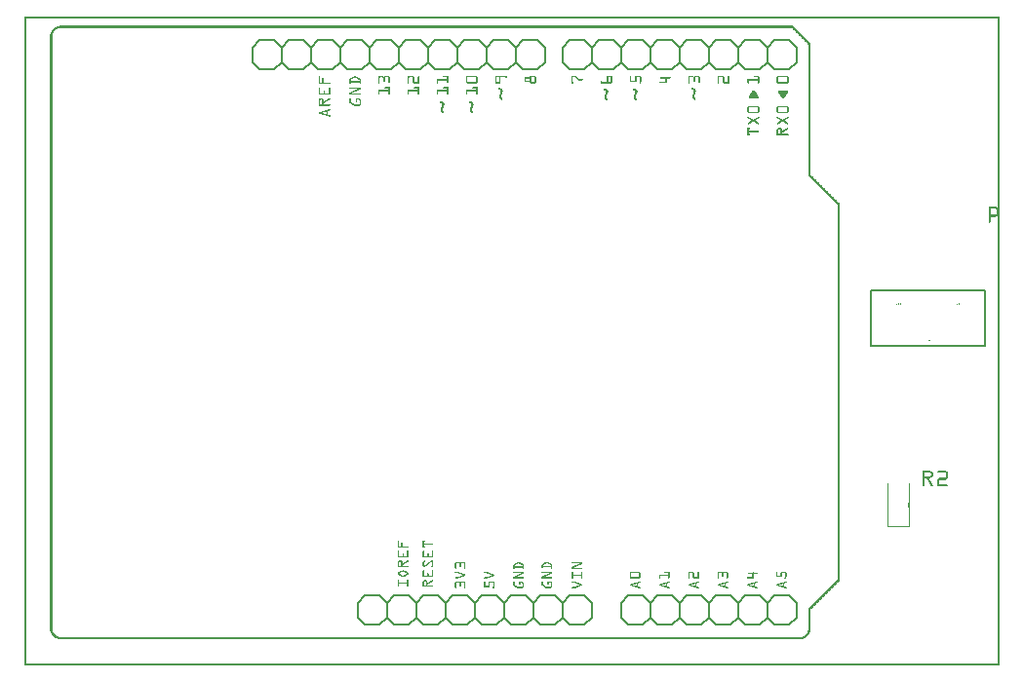
<source format=gto>
G04 MADE WITH FRITZING*
G04 WWW.FRITZING.ORG*
G04 DOUBLE SIDED*
G04 HOLES PLATED*
G04 CONTOUR ON CENTER OF CONTOUR VECTOR*
%ASAXBY*%
%FSLAX23Y23*%
%MOIN*%
%OFA0B0*%
%SFA1.0B1.0*%
%ADD10R,0.395000X0.195000X0.385000X0.185000*%
%ADD11C,0.005000*%
%ADD12C,0.006000*%
%ADD13R,0.001000X0.001000*%
%LNSILK1*%
G90*
G70*
G54D11*
X2893Y1285D02*
X3283Y1285D01*
X3283Y1095D01*
X2893Y1095D01*
X2893Y1285D01*
D02*
G54D12*
X2363Y240D02*
X2413Y240D01*
D02*
X2413Y240D02*
X2438Y215D01*
D02*
X2438Y215D02*
X2438Y165D01*
D02*
X2438Y165D02*
X2413Y140D01*
D02*
X2438Y215D02*
X2463Y240D01*
D02*
X2463Y240D02*
X2513Y240D01*
D02*
X2513Y240D02*
X2538Y215D01*
D02*
X2538Y215D02*
X2538Y165D01*
D02*
X2538Y165D02*
X2513Y140D01*
D02*
X2513Y140D02*
X2463Y140D01*
D02*
X2463Y140D02*
X2438Y165D01*
D02*
X2238Y215D02*
X2263Y240D01*
D02*
X2263Y240D02*
X2313Y240D01*
D02*
X2313Y240D02*
X2338Y215D01*
D02*
X2338Y215D02*
X2338Y165D01*
D02*
X2338Y165D02*
X2313Y140D01*
D02*
X2313Y140D02*
X2263Y140D01*
D02*
X2263Y140D02*
X2238Y165D01*
D02*
X2363Y240D02*
X2338Y215D01*
D02*
X2338Y165D02*
X2363Y140D01*
D02*
X2413Y140D02*
X2363Y140D01*
D02*
X2063Y240D02*
X2113Y240D01*
D02*
X2113Y240D02*
X2138Y215D01*
D02*
X2138Y215D02*
X2138Y165D01*
D02*
X2138Y165D02*
X2113Y140D01*
D02*
X2138Y215D02*
X2163Y240D01*
D02*
X2163Y240D02*
X2213Y240D01*
D02*
X2213Y240D02*
X2238Y215D01*
D02*
X2238Y215D02*
X2238Y165D01*
D02*
X2238Y165D02*
X2213Y140D01*
D02*
X2213Y140D02*
X2163Y140D01*
D02*
X2163Y140D02*
X2138Y165D01*
D02*
X2038Y215D02*
X2038Y165D01*
D02*
X2063Y240D02*
X2038Y215D01*
D02*
X2038Y165D02*
X2063Y140D01*
D02*
X2113Y140D02*
X2063Y140D01*
D02*
X2563Y240D02*
X2613Y240D01*
D02*
X2613Y240D02*
X2638Y215D01*
D02*
X2638Y215D02*
X2638Y165D01*
D02*
X2638Y165D02*
X2613Y140D01*
D02*
X2563Y240D02*
X2538Y215D01*
D02*
X2538Y165D02*
X2563Y140D01*
D02*
X2613Y140D02*
X2563Y140D01*
D02*
X953Y2040D02*
X903Y2040D01*
D02*
X1153Y2040D02*
X1103Y2040D01*
D02*
X1053Y2040D02*
X1003Y2040D01*
D02*
X1253Y2040D02*
X1203Y2040D01*
D02*
X1453Y2040D02*
X1403Y2040D01*
D02*
X1353Y2040D02*
X1303Y2040D01*
D02*
X1553Y2040D02*
X1503Y2040D01*
D02*
X1753Y2040D02*
X1703Y2040D01*
D02*
X1653Y2040D02*
X1603Y2040D01*
D02*
X853Y2040D02*
X803Y2040D01*
D02*
X978Y2065D02*
X953Y2040D01*
D02*
X903Y2040D02*
X878Y2065D01*
D02*
X878Y2065D02*
X878Y2115D01*
D02*
X878Y2115D02*
X903Y2140D01*
D02*
X903Y2140D02*
X953Y2140D01*
D02*
X953Y2140D02*
X978Y2115D01*
D02*
X1103Y2040D02*
X1078Y2065D01*
D02*
X1078Y2065D02*
X1078Y2115D01*
D02*
X1078Y2115D02*
X1103Y2140D01*
D02*
X1078Y2065D02*
X1053Y2040D01*
D02*
X1003Y2040D02*
X978Y2065D01*
D02*
X978Y2065D02*
X978Y2115D01*
D02*
X978Y2115D02*
X1003Y2140D01*
D02*
X1003Y2140D02*
X1053Y2140D01*
D02*
X1053Y2140D02*
X1078Y2115D01*
D02*
X1278Y2065D02*
X1253Y2040D01*
D02*
X1203Y2040D02*
X1178Y2065D01*
D02*
X1178Y2065D02*
X1178Y2115D01*
D02*
X1178Y2115D02*
X1203Y2140D01*
D02*
X1203Y2140D02*
X1253Y2140D01*
D02*
X1253Y2140D02*
X1278Y2115D01*
D02*
X1153Y2040D02*
X1178Y2065D01*
D02*
X1178Y2115D02*
X1153Y2140D01*
D02*
X1103Y2140D02*
X1153Y2140D01*
D02*
X1403Y2040D02*
X1378Y2065D01*
D02*
X1378Y2065D02*
X1378Y2115D01*
D02*
X1378Y2115D02*
X1403Y2140D01*
D02*
X1378Y2065D02*
X1353Y2040D01*
D02*
X1303Y2040D02*
X1278Y2065D01*
D02*
X1278Y2065D02*
X1278Y2115D01*
D02*
X1278Y2115D02*
X1303Y2140D01*
D02*
X1303Y2140D02*
X1353Y2140D01*
D02*
X1353Y2140D02*
X1378Y2115D01*
D02*
X1578Y2065D02*
X1553Y2040D01*
D02*
X1503Y2040D02*
X1478Y2065D01*
D02*
X1478Y2065D02*
X1478Y2115D01*
D02*
X1478Y2115D02*
X1503Y2140D01*
D02*
X1503Y2140D02*
X1553Y2140D01*
D02*
X1553Y2140D02*
X1578Y2115D01*
D02*
X1453Y2040D02*
X1478Y2065D01*
D02*
X1478Y2115D02*
X1453Y2140D01*
D02*
X1403Y2140D02*
X1453Y2140D01*
D02*
X1703Y2040D02*
X1678Y2065D01*
D02*
X1678Y2065D02*
X1678Y2115D01*
D02*
X1678Y2115D02*
X1703Y2140D01*
D02*
X1678Y2065D02*
X1653Y2040D01*
D02*
X1603Y2040D02*
X1578Y2065D01*
D02*
X1578Y2065D02*
X1578Y2115D01*
D02*
X1578Y2115D02*
X1603Y2140D01*
D02*
X1603Y2140D02*
X1653Y2140D01*
D02*
X1653Y2140D02*
X1678Y2115D01*
D02*
X1778Y2065D02*
X1778Y2115D01*
D02*
X1753Y2040D02*
X1778Y2065D01*
D02*
X1778Y2115D02*
X1753Y2140D01*
D02*
X1703Y2140D02*
X1753Y2140D01*
D02*
X803Y2040D02*
X778Y2065D01*
D02*
X778Y2065D02*
X778Y2115D01*
D02*
X778Y2115D02*
X803Y2140D01*
D02*
X853Y2040D02*
X878Y2065D01*
D02*
X878Y2115D02*
X853Y2140D01*
D02*
X803Y2140D02*
X853Y2140D01*
D02*
X2013Y2040D02*
X1963Y2040D01*
D02*
X1963Y2040D02*
X1938Y2065D01*
D02*
X1938Y2065D02*
X1938Y2115D01*
D02*
X1938Y2115D02*
X1963Y2140D01*
D02*
X2138Y2065D02*
X2113Y2040D01*
D02*
X2113Y2040D02*
X2063Y2040D01*
D02*
X2063Y2040D02*
X2038Y2065D01*
D02*
X2038Y2065D02*
X2038Y2115D01*
D02*
X2038Y2115D02*
X2063Y2140D01*
D02*
X2063Y2140D02*
X2113Y2140D01*
D02*
X2113Y2140D02*
X2138Y2115D01*
D02*
X2013Y2040D02*
X2038Y2065D01*
D02*
X2038Y2115D02*
X2013Y2140D01*
D02*
X1963Y2140D02*
X2013Y2140D01*
D02*
X2313Y2040D02*
X2263Y2040D01*
D02*
X2263Y2040D02*
X2238Y2065D01*
D02*
X2238Y2065D02*
X2238Y2115D01*
D02*
X2238Y2115D02*
X2263Y2140D01*
D02*
X2238Y2065D02*
X2213Y2040D01*
D02*
X2213Y2040D02*
X2163Y2040D01*
D02*
X2163Y2040D02*
X2138Y2065D01*
D02*
X2138Y2065D02*
X2138Y2115D01*
D02*
X2138Y2115D02*
X2163Y2140D01*
D02*
X2163Y2140D02*
X2213Y2140D01*
D02*
X2213Y2140D02*
X2238Y2115D01*
D02*
X2438Y2065D02*
X2413Y2040D01*
D02*
X2413Y2040D02*
X2363Y2040D01*
D02*
X2363Y2040D02*
X2338Y2065D01*
D02*
X2338Y2065D02*
X2338Y2115D01*
D02*
X2338Y2115D02*
X2363Y2140D01*
D02*
X2363Y2140D02*
X2413Y2140D01*
D02*
X2413Y2140D02*
X2438Y2115D01*
D02*
X2313Y2040D02*
X2338Y2065D01*
D02*
X2338Y2115D02*
X2313Y2140D01*
D02*
X2263Y2140D02*
X2313Y2140D01*
D02*
X2613Y2040D02*
X2563Y2040D01*
D02*
X2563Y2040D02*
X2538Y2065D01*
D02*
X2538Y2065D02*
X2538Y2115D01*
D02*
X2538Y2115D02*
X2563Y2140D01*
D02*
X2538Y2065D02*
X2513Y2040D01*
D02*
X2513Y2040D02*
X2463Y2040D01*
D02*
X2463Y2040D02*
X2438Y2065D01*
D02*
X2438Y2065D02*
X2438Y2115D01*
D02*
X2438Y2115D02*
X2463Y2140D01*
D02*
X2463Y2140D02*
X2513Y2140D01*
D02*
X2513Y2140D02*
X2538Y2115D01*
D02*
X2638Y2065D02*
X2638Y2115D01*
D02*
X2613Y2040D02*
X2638Y2065D01*
D02*
X2638Y2115D02*
X2613Y2140D01*
D02*
X2563Y2140D02*
X2613Y2140D01*
D02*
X1913Y2040D02*
X1863Y2040D01*
D02*
X1863Y2040D02*
X1838Y2065D01*
D02*
X1838Y2065D02*
X1838Y2115D01*
D02*
X1838Y2115D02*
X1863Y2140D01*
D02*
X1913Y2040D02*
X1938Y2065D01*
D02*
X1938Y2115D02*
X1913Y2140D01*
D02*
X1863Y2140D02*
X1913Y2140D01*
D02*
X1763Y240D02*
X1813Y240D01*
D02*
X1813Y240D02*
X1838Y215D01*
D02*
X1838Y215D02*
X1838Y165D01*
D02*
X1838Y165D02*
X1813Y140D01*
D02*
X1638Y215D02*
X1663Y240D01*
D02*
X1663Y240D02*
X1713Y240D01*
D02*
X1713Y240D02*
X1738Y215D01*
D02*
X1738Y215D02*
X1738Y165D01*
D02*
X1738Y165D02*
X1713Y140D01*
D02*
X1713Y140D02*
X1663Y140D01*
D02*
X1663Y140D02*
X1638Y165D01*
D02*
X1763Y240D02*
X1738Y215D01*
D02*
X1738Y165D02*
X1763Y140D01*
D02*
X1813Y140D02*
X1763Y140D01*
D02*
X1463Y240D02*
X1513Y240D01*
D02*
X1513Y240D02*
X1538Y215D01*
D02*
X1538Y215D02*
X1538Y165D01*
D02*
X1538Y165D02*
X1513Y140D01*
D02*
X1538Y215D02*
X1563Y240D01*
D02*
X1563Y240D02*
X1613Y240D01*
D02*
X1613Y240D02*
X1638Y215D01*
D02*
X1638Y215D02*
X1638Y165D01*
D02*
X1638Y165D02*
X1613Y140D01*
D02*
X1613Y140D02*
X1563Y140D01*
D02*
X1563Y140D02*
X1538Y165D01*
D02*
X1338Y215D02*
X1363Y240D01*
D02*
X1363Y240D02*
X1413Y240D01*
D02*
X1413Y240D02*
X1438Y215D01*
D02*
X1438Y215D02*
X1438Y165D01*
D02*
X1438Y165D02*
X1413Y140D01*
D02*
X1413Y140D02*
X1363Y140D01*
D02*
X1363Y140D02*
X1338Y165D01*
D02*
X1463Y240D02*
X1438Y215D01*
D02*
X1438Y165D02*
X1463Y140D01*
D02*
X1513Y140D02*
X1463Y140D01*
D02*
X1163Y240D02*
X1213Y240D01*
D02*
X1213Y240D02*
X1238Y215D01*
D02*
X1238Y215D02*
X1238Y165D01*
D02*
X1238Y165D02*
X1213Y140D01*
D02*
X1238Y215D02*
X1263Y240D01*
D02*
X1263Y240D02*
X1313Y240D01*
D02*
X1313Y240D02*
X1338Y215D01*
D02*
X1338Y215D02*
X1338Y165D01*
D02*
X1338Y165D02*
X1313Y140D01*
D02*
X1313Y140D02*
X1263Y140D01*
D02*
X1263Y140D02*
X1238Y165D01*
D02*
X1138Y215D02*
X1138Y165D01*
D02*
X1163Y240D02*
X1138Y215D01*
D02*
X1138Y165D02*
X1163Y140D01*
D02*
X1213Y140D02*
X1163Y140D01*
D02*
X1863Y240D02*
X1913Y240D01*
D02*
X1913Y240D02*
X1938Y215D01*
D02*
X1938Y215D02*
X1938Y165D01*
D02*
X1938Y165D02*
X1913Y140D01*
D02*
X1863Y240D02*
X1838Y215D01*
D02*
X1838Y165D02*
X1863Y140D01*
D02*
X1913Y140D02*
X1863Y140D01*
G54D13*
X0Y2222D02*
X3332Y2222D01*
X0Y2221D02*
X3332Y2221D01*
X0Y2220D02*
X3332Y2220D01*
X0Y2219D02*
X3332Y2219D01*
X0Y2218D02*
X3332Y2218D01*
X0Y2217D02*
X3332Y2217D01*
X0Y2216D02*
X3332Y2216D01*
X0Y2215D02*
X3332Y2215D01*
X0Y2214D02*
X7Y2214D01*
X3325Y2214D02*
X3332Y2214D01*
X0Y2213D02*
X7Y2213D01*
X3325Y2213D02*
X3332Y2213D01*
X0Y2212D02*
X7Y2212D01*
X3325Y2212D02*
X3332Y2212D01*
X0Y2211D02*
X7Y2211D01*
X3325Y2211D02*
X3332Y2211D01*
X0Y2210D02*
X7Y2210D01*
X3325Y2210D02*
X3332Y2210D01*
X0Y2209D02*
X7Y2209D01*
X3325Y2209D02*
X3332Y2209D01*
X0Y2208D02*
X7Y2208D01*
X3325Y2208D02*
X3332Y2208D01*
X0Y2207D02*
X7Y2207D01*
X3325Y2207D02*
X3332Y2207D01*
X0Y2206D02*
X7Y2206D01*
X3325Y2206D02*
X3332Y2206D01*
X0Y2205D02*
X7Y2205D01*
X3325Y2205D02*
X3332Y2205D01*
X0Y2204D02*
X7Y2204D01*
X3325Y2204D02*
X3332Y2204D01*
X0Y2203D02*
X7Y2203D01*
X3325Y2203D02*
X3332Y2203D01*
X0Y2202D02*
X7Y2202D01*
X3325Y2202D02*
X3332Y2202D01*
X0Y2201D02*
X7Y2201D01*
X3325Y2201D02*
X3332Y2201D01*
X0Y2200D02*
X7Y2200D01*
X3325Y2200D02*
X3332Y2200D01*
X0Y2199D02*
X7Y2199D01*
X3325Y2199D02*
X3332Y2199D01*
X0Y2198D02*
X7Y2198D01*
X3325Y2198D02*
X3332Y2198D01*
X0Y2197D02*
X7Y2197D01*
X3325Y2197D02*
X3332Y2197D01*
X0Y2196D02*
X7Y2196D01*
X3325Y2196D02*
X3332Y2196D01*
X0Y2195D02*
X7Y2195D01*
X3325Y2195D02*
X3332Y2195D01*
X0Y2194D02*
X7Y2194D01*
X3325Y2194D02*
X3332Y2194D01*
X0Y2193D02*
X7Y2193D01*
X3325Y2193D02*
X3332Y2193D01*
X0Y2192D02*
X7Y2192D01*
X3325Y2192D02*
X3332Y2192D01*
X0Y2191D02*
X7Y2191D01*
X3325Y2191D02*
X3332Y2191D01*
X0Y2190D02*
X7Y2190D01*
X119Y2190D02*
X2625Y2190D01*
X3325Y2190D02*
X3332Y2190D01*
X0Y2189D02*
X7Y2189D01*
X115Y2189D02*
X2626Y2189D01*
X3325Y2189D02*
X3332Y2189D01*
X0Y2188D02*
X7Y2188D01*
X112Y2188D02*
X2627Y2188D01*
X3325Y2188D02*
X3332Y2188D01*
X0Y2187D02*
X7Y2187D01*
X110Y2187D02*
X2628Y2187D01*
X3325Y2187D02*
X3332Y2187D01*
X0Y2186D02*
X7Y2186D01*
X108Y2186D02*
X2629Y2186D01*
X3325Y2186D02*
X3332Y2186D01*
X0Y2185D02*
X7Y2185D01*
X106Y2185D02*
X2630Y2185D01*
X3325Y2185D02*
X3332Y2185D01*
X0Y2184D02*
X7Y2184D01*
X104Y2184D02*
X2631Y2184D01*
X3325Y2184D02*
X3332Y2184D01*
X0Y2183D02*
X7Y2183D01*
X103Y2183D02*
X2632Y2183D01*
X3325Y2183D02*
X3332Y2183D01*
X0Y2182D02*
X7Y2182D01*
X102Y2182D02*
X119Y2182D01*
X2623Y2182D02*
X2633Y2182D01*
X3325Y2182D02*
X3332Y2182D01*
X0Y2181D02*
X7Y2181D01*
X100Y2181D02*
X115Y2181D01*
X2624Y2181D02*
X2634Y2181D01*
X3325Y2181D02*
X3332Y2181D01*
X0Y2180D02*
X7Y2180D01*
X99Y2180D02*
X112Y2180D01*
X2625Y2180D02*
X2635Y2180D01*
X3325Y2180D02*
X3332Y2180D01*
X0Y2179D02*
X7Y2179D01*
X98Y2179D02*
X110Y2179D01*
X2626Y2179D02*
X2636Y2179D01*
X3325Y2179D02*
X3332Y2179D01*
X0Y2178D02*
X7Y2178D01*
X97Y2178D02*
X109Y2178D01*
X2627Y2178D02*
X2637Y2178D01*
X3325Y2178D02*
X3332Y2178D01*
X0Y2177D02*
X7Y2177D01*
X96Y2177D02*
X107Y2177D01*
X2628Y2177D02*
X2638Y2177D01*
X3325Y2177D02*
X3332Y2177D01*
X0Y2176D02*
X7Y2176D01*
X95Y2176D02*
X106Y2176D01*
X2629Y2176D02*
X2639Y2176D01*
X3325Y2176D02*
X3332Y2176D01*
X0Y2175D02*
X7Y2175D01*
X95Y2175D02*
X104Y2175D01*
X2630Y2175D02*
X2640Y2175D01*
X3325Y2175D02*
X3332Y2175D01*
X0Y2174D02*
X7Y2174D01*
X94Y2174D02*
X103Y2174D01*
X2631Y2174D02*
X2641Y2174D01*
X3325Y2174D02*
X3332Y2174D01*
X0Y2173D02*
X7Y2173D01*
X93Y2173D02*
X102Y2173D01*
X2632Y2173D02*
X2642Y2173D01*
X3325Y2173D02*
X3332Y2173D01*
X0Y2172D02*
X7Y2172D01*
X93Y2172D02*
X102Y2172D01*
X2633Y2172D02*
X2643Y2172D01*
X3325Y2172D02*
X3332Y2172D01*
X0Y2171D02*
X7Y2171D01*
X92Y2171D02*
X101Y2171D01*
X2634Y2171D02*
X2644Y2171D01*
X3325Y2171D02*
X3332Y2171D01*
X0Y2170D02*
X7Y2170D01*
X92Y2170D02*
X100Y2170D01*
X2635Y2170D02*
X2645Y2170D01*
X3325Y2170D02*
X3332Y2170D01*
X0Y2169D02*
X7Y2169D01*
X91Y2169D02*
X99Y2169D01*
X2636Y2169D02*
X2646Y2169D01*
X3325Y2169D02*
X3332Y2169D01*
X0Y2168D02*
X7Y2168D01*
X91Y2168D02*
X99Y2168D01*
X2637Y2168D02*
X2647Y2168D01*
X3325Y2168D02*
X3332Y2168D01*
X0Y2167D02*
X7Y2167D01*
X90Y2167D02*
X98Y2167D01*
X2638Y2167D02*
X2648Y2167D01*
X3325Y2167D02*
X3332Y2167D01*
X0Y2166D02*
X7Y2166D01*
X90Y2166D02*
X97Y2166D01*
X2639Y2166D02*
X2649Y2166D01*
X3325Y2166D02*
X3332Y2166D01*
X0Y2165D02*
X7Y2165D01*
X89Y2165D02*
X97Y2165D01*
X2640Y2165D02*
X2650Y2165D01*
X3325Y2165D02*
X3332Y2165D01*
X0Y2164D02*
X7Y2164D01*
X89Y2164D02*
X96Y2164D01*
X2641Y2164D02*
X2651Y2164D01*
X3325Y2164D02*
X3332Y2164D01*
X0Y2163D02*
X7Y2163D01*
X89Y2163D02*
X96Y2163D01*
X2642Y2163D02*
X2652Y2163D01*
X3325Y2163D02*
X3332Y2163D01*
X0Y2162D02*
X7Y2162D01*
X88Y2162D02*
X96Y2162D01*
X2643Y2162D02*
X2653Y2162D01*
X3325Y2162D02*
X3332Y2162D01*
X0Y2161D02*
X7Y2161D01*
X88Y2161D02*
X95Y2161D01*
X2644Y2161D02*
X2654Y2161D01*
X3325Y2161D02*
X3332Y2161D01*
X0Y2160D02*
X7Y2160D01*
X88Y2160D02*
X95Y2160D01*
X2645Y2160D02*
X2655Y2160D01*
X3325Y2160D02*
X3332Y2160D01*
X0Y2159D02*
X7Y2159D01*
X88Y2159D02*
X95Y2159D01*
X2646Y2159D02*
X2656Y2159D01*
X3325Y2159D02*
X3332Y2159D01*
X0Y2158D02*
X7Y2158D01*
X87Y2158D02*
X94Y2158D01*
X2647Y2158D02*
X2657Y2158D01*
X3325Y2158D02*
X3332Y2158D01*
X0Y2157D02*
X7Y2157D01*
X87Y2157D02*
X94Y2157D01*
X2648Y2157D02*
X2658Y2157D01*
X3325Y2157D02*
X3332Y2157D01*
X0Y2156D02*
X7Y2156D01*
X87Y2156D02*
X94Y2156D01*
X2649Y2156D02*
X2659Y2156D01*
X3325Y2156D02*
X3332Y2156D01*
X0Y2155D02*
X7Y2155D01*
X87Y2155D02*
X94Y2155D01*
X2650Y2155D02*
X2660Y2155D01*
X3325Y2155D02*
X3332Y2155D01*
X0Y2154D02*
X7Y2154D01*
X87Y2154D02*
X94Y2154D01*
X2651Y2154D02*
X2661Y2154D01*
X3325Y2154D02*
X3332Y2154D01*
X0Y2153D02*
X7Y2153D01*
X87Y2153D02*
X94Y2153D01*
X2652Y2153D02*
X2662Y2153D01*
X3325Y2153D02*
X3332Y2153D01*
X0Y2152D02*
X7Y2152D01*
X87Y2152D02*
X94Y2152D01*
X2653Y2152D02*
X2663Y2152D01*
X3325Y2152D02*
X3332Y2152D01*
X0Y2151D02*
X7Y2151D01*
X87Y2151D02*
X94Y2151D01*
X2654Y2151D02*
X2664Y2151D01*
X3325Y2151D02*
X3332Y2151D01*
X0Y2150D02*
X7Y2150D01*
X87Y2150D02*
X94Y2150D01*
X2655Y2150D02*
X2665Y2150D01*
X3325Y2150D02*
X3332Y2150D01*
X0Y2149D02*
X7Y2149D01*
X87Y2149D02*
X94Y2149D01*
X2656Y2149D02*
X2666Y2149D01*
X3325Y2149D02*
X3332Y2149D01*
X0Y2148D02*
X7Y2148D01*
X87Y2148D02*
X94Y2148D01*
X2657Y2148D02*
X2667Y2148D01*
X3325Y2148D02*
X3332Y2148D01*
X0Y2147D02*
X7Y2147D01*
X87Y2147D02*
X94Y2147D01*
X2658Y2147D02*
X2668Y2147D01*
X3325Y2147D02*
X3332Y2147D01*
X0Y2146D02*
X7Y2146D01*
X87Y2146D02*
X94Y2146D01*
X2659Y2146D02*
X2669Y2146D01*
X3325Y2146D02*
X3332Y2146D01*
X0Y2145D02*
X7Y2145D01*
X87Y2145D02*
X94Y2145D01*
X2660Y2145D02*
X2670Y2145D01*
X3325Y2145D02*
X3332Y2145D01*
X0Y2144D02*
X7Y2144D01*
X87Y2144D02*
X94Y2144D01*
X2661Y2144D02*
X2671Y2144D01*
X3325Y2144D02*
X3332Y2144D01*
X0Y2143D02*
X7Y2143D01*
X87Y2143D02*
X94Y2143D01*
X2662Y2143D02*
X2672Y2143D01*
X3325Y2143D02*
X3332Y2143D01*
X0Y2142D02*
X7Y2142D01*
X87Y2142D02*
X94Y2142D01*
X2663Y2142D02*
X2673Y2142D01*
X3325Y2142D02*
X3332Y2142D01*
X0Y2141D02*
X7Y2141D01*
X87Y2141D02*
X94Y2141D01*
X2664Y2141D02*
X2674Y2141D01*
X3325Y2141D02*
X3332Y2141D01*
X0Y2140D02*
X7Y2140D01*
X87Y2140D02*
X94Y2140D01*
X2665Y2140D02*
X2675Y2140D01*
X3325Y2140D02*
X3332Y2140D01*
X0Y2139D02*
X7Y2139D01*
X87Y2139D02*
X94Y2139D01*
X2666Y2139D02*
X2676Y2139D01*
X3325Y2139D02*
X3332Y2139D01*
X0Y2138D02*
X7Y2138D01*
X87Y2138D02*
X94Y2138D01*
X2667Y2138D02*
X2677Y2138D01*
X3325Y2138D02*
X3332Y2138D01*
X0Y2137D02*
X7Y2137D01*
X87Y2137D02*
X94Y2137D01*
X2668Y2137D02*
X2678Y2137D01*
X3325Y2137D02*
X3332Y2137D01*
X0Y2136D02*
X7Y2136D01*
X87Y2136D02*
X94Y2136D01*
X2669Y2136D02*
X2679Y2136D01*
X3325Y2136D02*
X3332Y2136D01*
X0Y2135D02*
X7Y2135D01*
X87Y2135D02*
X94Y2135D01*
X2670Y2135D02*
X2680Y2135D01*
X3325Y2135D02*
X3332Y2135D01*
X0Y2134D02*
X7Y2134D01*
X87Y2134D02*
X94Y2134D01*
X2671Y2134D02*
X2681Y2134D01*
X3325Y2134D02*
X3332Y2134D01*
X0Y2133D02*
X7Y2133D01*
X87Y2133D02*
X94Y2133D01*
X2672Y2133D02*
X2682Y2133D01*
X3325Y2133D02*
X3332Y2133D01*
X0Y2132D02*
X7Y2132D01*
X87Y2132D02*
X94Y2132D01*
X2673Y2132D02*
X2683Y2132D01*
X3325Y2132D02*
X3332Y2132D01*
X0Y2131D02*
X7Y2131D01*
X87Y2131D02*
X94Y2131D01*
X2674Y2131D02*
X2684Y2131D01*
X3325Y2131D02*
X3332Y2131D01*
X0Y2130D02*
X7Y2130D01*
X87Y2130D02*
X94Y2130D01*
X2675Y2130D02*
X2685Y2130D01*
X3325Y2130D02*
X3332Y2130D01*
X0Y2129D02*
X7Y2129D01*
X87Y2129D02*
X94Y2129D01*
X2676Y2129D02*
X2686Y2129D01*
X3325Y2129D02*
X3332Y2129D01*
X0Y2128D02*
X7Y2128D01*
X87Y2128D02*
X94Y2128D01*
X2677Y2128D02*
X2687Y2128D01*
X3325Y2128D02*
X3332Y2128D01*
X0Y2127D02*
X7Y2127D01*
X87Y2127D02*
X94Y2127D01*
X2678Y2127D02*
X2687Y2127D01*
X3325Y2127D02*
X3332Y2127D01*
X0Y2126D02*
X7Y2126D01*
X87Y2126D02*
X94Y2126D01*
X2679Y2126D02*
X2687Y2126D01*
X3325Y2126D02*
X3332Y2126D01*
X0Y2125D02*
X7Y2125D01*
X87Y2125D02*
X94Y2125D01*
X2680Y2125D02*
X2687Y2125D01*
X3325Y2125D02*
X3332Y2125D01*
X0Y2124D02*
X7Y2124D01*
X87Y2124D02*
X94Y2124D01*
X2680Y2124D02*
X2687Y2124D01*
X3325Y2124D02*
X3332Y2124D01*
X0Y2123D02*
X7Y2123D01*
X87Y2123D02*
X94Y2123D01*
X2680Y2123D02*
X2687Y2123D01*
X3325Y2123D02*
X3332Y2123D01*
X0Y2122D02*
X7Y2122D01*
X87Y2122D02*
X94Y2122D01*
X2680Y2122D02*
X2687Y2122D01*
X3325Y2122D02*
X3332Y2122D01*
X0Y2121D02*
X7Y2121D01*
X87Y2121D02*
X94Y2121D01*
X2680Y2121D02*
X2687Y2121D01*
X3325Y2121D02*
X3332Y2121D01*
X0Y2120D02*
X7Y2120D01*
X87Y2120D02*
X94Y2120D01*
X2680Y2120D02*
X2687Y2120D01*
X3325Y2120D02*
X3332Y2120D01*
X0Y2119D02*
X7Y2119D01*
X87Y2119D02*
X94Y2119D01*
X2680Y2119D02*
X2687Y2119D01*
X3325Y2119D02*
X3332Y2119D01*
X0Y2118D02*
X7Y2118D01*
X87Y2118D02*
X94Y2118D01*
X2680Y2118D02*
X2687Y2118D01*
X3325Y2118D02*
X3332Y2118D01*
X0Y2117D02*
X7Y2117D01*
X87Y2117D02*
X94Y2117D01*
X2680Y2117D02*
X2687Y2117D01*
X3325Y2117D02*
X3332Y2117D01*
X0Y2116D02*
X7Y2116D01*
X87Y2116D02*
X94Y2116D01*
X2680Y2116D02*
X2687Y2116D01*
X3325Y2116D02*
X3332Y2116D01*
X0Y2115D02*
X7Y2115D01*
X87Y2115D02*
X94Y2115D01*
X2680Y2115D02*
X2687Y2115D01*
X3325Y2115D02*
X3332Y2115D01*
X0Y2114D02*
X7Y2114D01*
X87Y2114D02*
X94Y2114D01*
X2680Y2114D02*
X2687Y2114D01*
X3325Y2114D02*
X3332Y2114D01*
X0Y2113D02*
X7Y2113D01*
X87Y2113D02*
X94Y2113D01*
X2680Y2113D02*
X2687Y2113D01*
X3325Y2113D02*
X3332Y2113D01*
X0Y2112D02*
X7Y2112D01*
X87Y2112D02*
X94Y2112D01*
X2680Y2112D02*
X2687Y2112D01*
X3325Y2112D02*
X3332Y2112D01*
X0Y2111D02*
X7Y2111D01*
X87Y2111D02*
X94Y2111D01*
X2680Y2111D02*
X2687Y2111D01*
X3325Y2111D02*
X3332Y2111D01*
X0Y2110D02*
X7Y2110D01*
X87Y2110D02*
X94Y2110D01*
X2680Y2110D02*
X2687Y2110D01*
X3325Y2110D02*
X3332Y2110D01*
X0Y2109D02*
X7Y2109D01*
X87Y2109D02*
X94Y2109D01*
X2680Y2109D02*
X2687Y2109D01*
X3325Y2109D02*
X3332Y2109D01*
X0Y2108D02*
X7Y2108D01*
X87Y2108D02*
X94Y2108D01*
X2680Y2108D02*
X2687Y2108D01*
X3325Y2108D02*
X3332Y2108D01*
X0Y2107D02*
X7Y2107D01*
X87Y2107D02*
X94Y2107D01*
X2680Y2107D02*
X2687Y2107D01*
X3325Y2107D02*
X3332Y2107D01*
X0Y2106D02*
X7Y2106D01*
X87Y2106D02*
X94Y2106D01*
X2680Y2106D02*
X2687Y2106D01*
X3325Y2106D02*
X3332Y2106D01*
X0Y2105D02*
X7Y2105D01*
X87Y2105D02*
X94Y2105D01*
X2680Y2105D02*
X2687Y2105D01*
X3325Y2105D02*
X3332Y2105D01*
X0Y2104D02*
X7Y2104D01*
X87Y2104D02*
X94Y2104D01*
X2680Y2104D02*
X2687Y2104D01*
X3325Y2104D02*
X3332Y2104D01*
X0Y2103D02*
X7Y2103D01*
X87Y2103D02*
X94Y2103D01*
X2680Y2103D02*
X2687Y2103D01*
X3325Y2103D02*
X3332Y2103D01*
X0Y2102D02*
X7Y2102D01*
X87Y2102D02*
X94Y2102D01*
X2680Y2102D02*
X2687Y2102D01*
X3325Y2102D02*
X3332Y2102D01*
X0Y2101D02*
X7Y2101D01*
X87Y2101D02*
X94Y2101D01*
X2680Y2101D02*
X2687Y2101D01*
X3325Y2101D02*
X3332Y2101D01*
X0Y2100D02*
X7Y2100D01*
X87Y2100D02*
X94Y2100D01*
X2680Y2100D02*
X2687Y2100D01*
X3325Y2100D02*
X3332Y2100D01*
X0Y2099D02*
X7Y2099D01*
X87Y2099D02*
X94Y2099D01*
X2680Y2099D02*
X2687Y2099D01*
X3325Y2099D02*
X3332Y2099D01*
X0Y2098D02*
X7Y2098D01*
X87Y2098D02*
X94Y2098D01*
X2680Y2098D02*
X2687Y2098D01*
X3325Y2098D02*
X3332Y2098D01*
X0Y2097D02*
X7Y2097D01*
X87Y2097D02*
X94Y2097D01*
X2680Y2097D02*
X2687Y2097D01*
X3325Y2097D02*
X3332Y2097D01*
X0Y2096D02*
X7Y2096D01*
X87Y2096D02*
X94Y2096D01*
X2680Y2096D02*
X2687Y2096D01*
X3325Y2096D02*
X3332Y2096D01*
X0Y2095D02*
X7Y2095D01*
X87Y2095D02*
X94Y2095D01*
X2680Y2095D02*
X2687Y2095D01*
X3325Y2095D02*
X3332Y2095D01*
X0Y2094D02*
X7Y2094D01*
X87Y2094D02*
X94Y2094D01*
X2680Y2094D02*
X2687Y2094D01*
X3325Y2094D02*
X3332Y2094D01*
X0Y2093D02*
X7Y2093D01*
X87Y2093D02*
X94Y2093D01*
X2680Y2093D02*
X2687Y2093D01*
X3325Y2093D02*
X3332Y2093D01*
X0Y2092D02*
X7Y2092D01*
X87Y2092D02*
X94Y2092D01*
X2680Y2092D02*
X2687Y2092D01*
X3325Y2092D02*
X3332Y2092D01*
X0Y2091D02*
X7Y2091D01*
X87Y2091D02*
X94Y2091D01*
X2680Y2091D02*
X2687Y2091D01*
X3325Y2091D02*
X3332Y2091D01*
X0Y2090D02*
X7Y2090D01*
X87Y2090D02*
X94Y2090D01*
X2680Y2090D02*
X2687Y2090D01*
X3325Y2090D02*
X3332Y2090D01*
X0Y2089D02*
X7Y2089D01*
X87Y2089D02*
X94Y2089D01*
X2680Y2089D02*
X2687Y2089D01*
X3325Y2089D02*
X3332Y2089D01*
X0Y2088D02*
X7Y2088D01*
X87Y2088D02*
X94Y2088D01*
X2680Y2088D02*
X2687Y2088D01*
X3325Y2088D02*
X3332Y2088D01*
X0Y2087D02*
X7Y2087D01*
X87Y2087D02*
X94Y2087D01*
X2680Y2087D02*
X2687Y2087D01*
X3325Y2087D02*
X3332Y2087D01*
X0Y2086D02*
X7Y2086D01*
X87Y2086D02*
X94Y2086D01*
X2680Y2086D02*
X2687Y2086D01*
X3325Y2086D02*
X3332Y2086D01*
X0Y2085D02*
X7Y2085D01*
X87Y2085D02*
X94Y2085D01*
X2680Y2085D02*
X2687Y2085D01*
X3325Y2085D02*
X3332Y2085D01*
X0Y2084D02*
X7Y2084D01*
X87Y2084D02*
X94Y2084D01*
X2680Y2084D02*
X2687Y2084D01*
X3325Y2084D02*
X3332Y2084D01*
X0Y2083D02*
X7Y2083D01*
X87Y2083D02*
X94Y2083D01*
X2680Y2083D02*
X2687Y2083D01*
X3325Y2083D02*
X3332Y2083D01*
X0Y2082D02*
X7Y2082D01*
X87Y2082D02*
X94Y2082D01*
X2680Y2082D02*
X2687Y2082D01*
X3325Y2082D02*
X3332Y2082D01*
X0Y2081D02*
X7Y2081D01*
X87Y2081D02*
X94Y2081D01*
X2680Y2081D02*
X2687Y2081D01*
X3325Y2081D02*
X3332Y2081D01*
X0Y2080D02*
X7Y2080D01*
X87Y2080D02*
X94Y2080D01*
X2680Y2080D02*
X2687Y2080D01*
X3325Y2080D02*
X3332Y2080D01*
X0Y2079D02*
X7Y2079D01*
X87Y2079D02*
X94Y2079D01*
X2680Y2079D02*
X2687Y2079D01*
X3325Y2079D02*
X3332Y2079D01*
X0Y2078D02*
X7Y2078D01*
X87Y2078D02*
X94Y2078D01*
X2680Y2078D02*
X2687Y2078D01*
X3325Y2078D02*
X3332Y2078D01*
X0Y2077D02*
X7Y2077D01*
X87Y2077D02*
X94Y2077D01*
X2680Y2077D02*
X2687Y2077D01*
X3325Y2077D02*
X3332Y2077D01*
X0Y2076D02*
X7Y2076D01*
X87Y2076D02*
X94Y2076D01*
X2680Y2076D02*
X2687Y2076D01*
X3325Y2076D02*
X3332Y2076D01*
X0Y2075D02*
X7Y2075D01*
X87Y2075D02*
X94Y2075D01*
X2680Y2075D02*
X2687Y2075D01*
X3325Y2075D02*
X3332Y2075D01*
X0Y2074D02*
X7Y2074D01*
X87Y2074D02*
X94Y2074D01*
X2680Y2074D02*
X2687Y2074D01*
X3325Y2074D02*
X3332Y2074D01*
X0Y2073D02*
X7Y2073D01*
X87Y2073D02*
X94Y2073D01*
X2680Y2073D02*
X2687Y2073D01*
X3325Y2073D02*
X3332Y2073D01*
X0Y2072D02*
X7Y2072D01*
X87Y2072D02*
X94Y2072D01*
X2680Y2072D02*
X2687Y2072D01*
X3325Y2072D02*
X3332Y2072D01*
X0Y2071D02*
X7Y2071D01*
X87Y2071D02*
X94Y2071D01*
X2680Y2071D02*
X2687Y2071D01*
X3325Y2071D02*
X3332Y2071D01*
X0Y2070D02*
X7Y2070D01*
X87Y2070D02*
X94Y2070D01*
X2680Y2070D02*
X2687Y2070D01*
X3325Y2070D02*
X3332Y2070D01*
X0Y2069D02*
X7Y2069D01*
X87Y2069D02*
X94Y2069D01*
X2680Y2069D02*
X2687Y2069D01*
X3325Y2069D02*
X3332Y2069D01*
X0Y2068D02*
X7Y2068D01*
X87Y2068D02*
X94Y2068D01*
X2680Y2068D02*
X2687Y2068D01*
X3325Y2068D02*
X3332Y2068D01*
X0Y2067D02*
X7Y2067D01*
X87Y2067D02*
X94Y2067D01*
X2680Y2067D02*
X2687Y2067D01*
X3325Y2067D02*
X3332Y2067D01*
X0Y2066D02*
X7Y2066D01*
X87Y2066D02*
X94Y2066D01*
X2680Y2066D02*
X2687Y2066D01*
X3325Y2066D02*
X3332Y2066D01*
X0Y2065D02*
X7Y2065D01*
X87Y2065D02*
X94Y2065D01*
X2680Y2065D02*
X2687Y2065D01*
X3325Y2065D02*
X3332Y2065D01*
X0Y2064D02*
X7Y2064D01*
X87Y2064D02*
X94Y2064D01*
X2680Y2064D02*
X2687Y2064D01*
X3325Y2064D02*
X3332Y2064D01*
X0Y2063D02*
X7Y2063D01*
X87Y2063D02*
X94Y2063D01*
X2680Y2063D02*
X2687Y2063D01*
X3325Y2063D02*
X3332Y2063D01*
X0Y2062D02*
X7Y2062D01*
X87Y2062D02*
X94Y2062D01*
X2680Y2062D02*
X2687Y2062D01*
X3325Y2062D02*
X3332Y2062D01*
X0Y2061D02*
X7Y2061D01*
X87Y2061D02*
X94Y2061D01*
X2680Y2061D02*
X2687Y2061D01*
X3325Y2061D02*
X3332Y2061D01*
X0Y2060D02*
X7Y2060D01*
X87Y2060D02*
X94Y2060D01*
X2680Y2060D02*
X2687Y2060D01*
X3325Y2060D02*
X3332Y2060D01*
X0Y2059D02*
X7Y2059D01*
X87Y2059D02*
X94Y2059D01*
X2680Y2059D02*
X2687Y2059D01*
X3325Y2059D02*
X3332Y2059D01*
X0Y2058D02*
X7Y2058D01*
X87Y2058D02*
X94Y2058D01*
X2680Y2058D02*
X2687Y2058D01*
X3325Y2058D02*
X3332Y2058D01*
X0Y2057D02*
X7Y2057D01*
X87Y2057D02*
X94Y2057D01*
X2680Y2057D02*
X2687Y2057D01*
X3325Y2057D02*
X3332Y2057D01*
X0Y2056D02*
X7Y2056D01*
X87Y2056D02*
X94Y2056D01*
X2680Y2056D02*
X2687Y2056D01*
X3325Y2056D02*
X3332Y2056D01*
X0Y2055D02*
X7Y2055D01*
X87Y2055D02*
X94Y2055D01*
X2680Y2055D02*
X2687Y2055D01*
X3325Y2055D02*
X3332Y2055D01*
X0Y2054D02*
X7Y2054D01*
X87Y2054D02*
X94Y2054D01*
X2680Y2054D02*
X2687Y2054D01*
X3325Y2054D02*
X3332Y2054D01*
X0Y2053D02*
X7Y2053D01*
X87Y2053D02*
X94Y2053D01*
X2680Y2053D02*
X2687Y2053D01*
X3325Y2053D02*
X3332Y2053D01*
X0Y2052D02*
X7Y2052D01*
X87Y2052D02*
X94Y2052D01*
X2680Y2052D02*
X2687Y2052D01*
X3325Y2052D02*
X3332Y2052D01*
X0Y2051D02*
X7Y2051D01*
X87Y2051D02*
X94Y2051D01*
X2680Y2051D02*
X2687Y2051D01*
X3325Y2051D02*
X3332Y2051D01*
X0Y2050D02*
X7Y2050D01*
X87Y2050D02*
X94Y2050D01*
X2680Y2050D02*
X2687Y2050D01*
X3325Y2050D02*
X3332Y2050D01*
X0Y2049D02*
X7Y2049D01*
X87Y2049D02*
X94Y2049D01*
X2680Y2049D02*
X2687Y2049D01*
X3325Y2049D02*
X3332Y2049D01*
X0Y2048D02*
X7Y2048D01*
X87Y2048D02*
X94Y2048D01*
X2680Y2048D02*
X2687Y2048D01*
X3325Y2048D02*
X3332Y2048D01*
X0Y2047D02*
X7Y2047D01*
X87Y2047D02*
X94Y2047D01*
X2680Y2047D02*
X2687Y2047D01*
X3325Y2047D02*
X3332Y2047D01*
X0Y2046D02*
X7Y2046D01*
X87Y2046D02*
X94Y2046D01*
X2680Y2046D02*
X2687Y2046D01*
X3325Y2046D02*
X3332Y2046D01*
X0Y2045D02*
X7Y2045D01*
X87Y2045D02*
X94Y2045D01*
X2680Y2045D02*
X2687Y2045D01*
X3325Y2045D02*
X3332Y2045D01*
X0Y2044D02*
X7Y2044D01*
X87Y2044D02*
X94Y2044D01*
X2680Y2044D02*
X2687Y2044D01*
X3325Y2044D02*
X3332Y2044D01*
X0Y2043D02*
X7Y2043D01*
X87Y2043D02*
X94Y2043D01*
X2680Y2043D02*
X2687Y2043D01*
X3325Y2043D02*
X3332Y2043D01*
X0Y2042D02*
X7Y2042D01*
X87Y2042D02*
X94Y2042D01*
X2680Y2042D02*
X2687Y2042D01*
X3325Y2042D02*
X3332Y2042D01*
X0Y2041D02*
X7Y2041D01*
X87Y2041D02*
X94Y2041D01*
X2680Y2041D02*
X2687Y2041D01*
X3325Y2041D02*
X3332Y2041D01*
X0Y2040D02*
X7Y2040D01*
X87Y2040D02*
X94Y2040D01*
X2680Y2040D02*
X2687Y2040D01*
X3325Y2040D02*
X3332Y2040D01*
X0Y2039D02*
X7Y2039D01*
X87Y2039D02*
X94Y2039D01*
X2680Y2039D02*
X2687Y2039D01*
X3325Y2039D02*
X3332Y2039D01*
X0Y2038D02*
X7Y2038D01*
X87Y2038D02*
X94Y2038D01*
X2680Y2038D02*
X2687Y2038D01*
X3325Y2038D02*
X3332Y2038D01*
X0Y2037D02*
X7Y2037D01*
X87Y2037D02*
X94Y2037D01*
X2680Y2037D02*
X2687Y2037D01*
X3325Y2037D02*
X3332Y2037D01*
X0Y2036D02*
X7Y2036D01*
X87Y2036D02*
X94Y2036D01*
X2680Y2036D02*
X2687Y2036D01*
X3325Y2036D02*
X3332Y2036D01*
X0Y2035D02*
X7Y2035D01*
X87Y2035D02*
X94Y2035D01*
X2680Y2035D02*
X2687Y2035D01*
X3325Y2035D02*
X3332Y2035D01*
X0Y2034D02*
X7Y2034D01*
X87Y2034D02*
X94Y2034D01*
X2680Y2034D02*
X2687Y2034D01*
X3325Y2034D02*
X3332Y2034D01*
X0Y2033D02*
X7Y2033D01*
X87Y2033D02*
X94Y2033D01*
X2680Y2033D02*
X2687Y2033D01*
X3325Y2033D02*
X3332Y2033D01*
X0Y2032D02*
X7Y2032D01*
X87Y2032D02*
X94Y2032D01*
X2680Y2032D02*
X2687Y2032D01*
X3325Y2032D02*
X3332Y2032D01*
X0Y2031D02*
X7Y2031D01*
X87Y2031D02*
X94Y2031D01*
X2680Y2031D02*
X2687Y2031D01*
X3325Y2031D02*
X3332Y2031D01*
X0Y2030D02*
X7Y2030D01*
X87Y2030D02*
X94Y2030D01*
X2680Y2030D02*
X2687Y2030D01*
X3325Y2030D02*
X3332Y2030D01*
X0Y2029D02*
X7Y2029D01*
X87Y2029D02*
X94Y2029D01*
X2680Y2029D02*
X2687Y2029D01*
X3325Y2029D02*
X3332Y2029D01*
X0Y2028D02*
X7Y2028D01*
X87Y2028D02*
X94Y2028D01*
X2680Y2028D02*
X2687Y2028D01*
X3325Y2028D02*
X3332Y2028D01*
X0Y2027D02*
X7Y2027D01*
X87Y2027D02*
X94Y2027D01*
X2680Y2027D02*
X2687Y2027D01*
X3325Y2027D02*
X3332Y2027D01*
X0Y2026D02*
X7Y2026D01*
X87Y2026D02*
X94Y2026D01*
X2680Y2026D02*
X2687Y2026D01*
X3325Y2026D02*
X3332Y2026D01*
X0Y2025D02*
X7Y2025D01*
X87Y2025D02*
X94Y2025D01*
X2680Y2025D02*
X2687Y2025D01*
X3325Y2025D02*
X3332Y2025D01*
X0Y2024D02*
X7Y2024D01*
X87Y2024D02*
X94Y2024D01*
X2680Y2024D02*
X2687Y2024D01*
X3325Y2024D02*
X3332Y2024D01*
X0Y2023D02*
X7Y2023D01*
X87Y2023D02*
X94Y2023D01*
X2680Y2023D02*
X2687Y2023D01*
X3325Y2023D02*
X3332Y2023D01*
X0Y2022D02*
X7Y2022D01*
X87Y2022D02*
X94Y2022D01*
X2680Y2022D02*
X2687Y2022D01*
X3325Y2022D02*
X3332Y2022D01*
X0Y2021D02*
X7Y2021D01*
X87Y2021D02*
X94Y2021D01*
X2680Y2021D02*
X2687Y2021D01*
X3325Y2021D02*
X3332Y2021D01*
X0Y2020D02*
X7Y2020D01*
X87Y2020D02*
X94Y2020D01*
X2680Y2020D02*
X2687Y2020D01*
X3325Y2020D02*
X3332Y2020D01*
X0Y2019D02*
X7Y2019D01*
X87Y2019D02*
X94Y2019D01*
X2680Y2019D02*
X2687Y2019D01*
X3325Y2019D02*
X3332Y2019D01*
X0Y2018D02*
X7Y2018D01*
X87Y2018D02*
X94Y2018D01*
X1213Y2018D02*
X1225Y2018D01*
X1232Y2018D02*
X1245Y2018D01*
X1313Y2018D02*
X1327Y2018D01*
X1346Y2018D02*
X1347Y2018D01*
X1432Y2018D02*
X1447Y2018D01*
X1512Y2018D02*
X1545Y2018D01*
X1610Y2018D02*
X1647Y2018D01*
X1730Y2018D02*
X1745Y2018D01*
X1869Y2018D02*
X1885Y2018D01*
X1992Y2018D02*
X2007Y2018D01*
X2070Y2018D02*
X2072Y2018D01*
X2090Y2018D02*
X2105Y2018D01*
X2272Y2018D02*
X2285Y2018D01*
X2292Y2018D02*
X2305Y2018D01*
X2372Y2018D02*
X2387Y2018D01*
X2405Y2018D02*
X2407Y2018D01*
X2495Y2018D02*
X2510Y2018D01*
X2575Y2018D02*
X2607Y2018D01*
X2680Y2018D02*
X2687Y2018D01*
X3325Y2018D02*
X3332Y2018D01*
X0Y2017D02*
X7Y2017D01*
X87Y2017D02*
X94Y2017D01*
X1006Y2017D02*
X1008Y2017D01*
X1127Y2017D02*
X1131Y2017D01*
X1211Y2017D02*
X1227Y2017D01*
X1230Y2017D02*
X1247Y2017D01*
X1311Y2017D02*
X1329Y2017D01*
X1345Y2017D02*
X1348Y2017D01*
X1431Y2017D02*
X1448Y2017D01*
X1511Y2017D02*
X1546Y2017D01*
X1609Y2017D02*
X1648Y2017D01*
X1728Y2017D02*
X1747Y2017D01*
X1869Y2017D02*
X1886Y2017D01*
X1991Y2017D02*
X2008Y2017D01*
X2069Y2017D02*
X2073Y2017D01*
X2088Y2017D02*
X2107Y2017D01*
X2193Y2017D02*
X2193Y2017D01*
X2271Y2017D02*
X2287Y2017D01*
X2290Y2017D02*
X2307Y2017D01*
X2371Y2017D02*
X2389Y2017D01*
X2404Y2017D02*
X2408Y2017D01*
X2494Y2017D02*
X2510Y2017D01*
X2573Y2017D02*
X2609Y2017D01*
X2680Y2017D02*
X2687Y2017D01*
X3325Y2017D02*
X3332Y2017D01*
X0Y2016D02*
X7Y2016D01*
X87Y2016D02*
X94Y2016D01*
X1005Y2016D02*
X1009Y2016D01*
X1125Y2016D02*
X1134Y2016D01*
X1210Y2016D02*
X1247Y2016D01*
X1310Y2016D02*
X1330Y2016D01*
X1344Y2016D02*
X1348Y2016D01*
X1431Y2016D02*
X1448Y2016D01*
X1510Y2016D02*
X1547Y2016D01*
X1609Y2016D02*
X1648Y2016D01*
X1727Y2016D02*
X1747Y2016D01*
X1869Y2016D02*
X1887Y2016D01*
X1991Y2016D02*
X2008Y2016D01*
X2069Y2016D02*
X2073Y2016D01*
X2087Y2016D02*
X2107Y2016D01*
X2191Y2016D02*
X2195Y2016D01*
X2270Y2016D02*
X2307Y2016D01*
X2370Y2016D02*
X2390Y2016D01*
X2404Y2016D02*
X2408Y2016D01*
X2493Y2016D02*
X2511Y2016D01*
X2572Y2016D02*
X2610Y2016D01*
X2680Y2016D02*
X2687Y2016D01*
X3325Y2016D02*
X3332Y2016D01*
X0Y2015D02*
X7Y2015D01*
X87Y2015D02*
X94Y2015D01*
X1005Y2015D02*
X1009Y2015D01*
X1123Y2015D02*
X1136Y2015D01*
X1209Y2015D02*
X1248Y2015D01*
X1309Y2015D02*
X1330Y2015D01*
X1344Y2015D02*
X1349Y2015D01*
X1431Y2015D02*
X1448Y2015D01*
X1509Y2015D02*
X1548Y2015D01*
X1609Y2015D02*
X1648Y2015D01*
X1727Y2015D02*
X1748Y2015D01*
X1869Y2015D02*
X1888Y2015D01*
X1991Y2015D02*
X2008Y2015D01*
X2069Y2015D02*
X2073Y2015D01*
X2087Y2015D02*
X2108Y2015D01*
X2191Y2015D02*
X2195Y2015D01*
X2269Y2015D02*
X2308Y2015D01*
X2369Y2015D02*
X2390Y2015D01*
X2404Y2015D02*
X2408Y2015D01*
X2493Y2015D02*
X2511Y2015D01*
X2572Y2015D02*
X2610Y2015D01*
X2680Y2015D02*
X2687Y2015D01*
X3325Y2015D02*
X3332Y2015D01*
X0Y2014D02*
X7Y2014D01*
X87Y2014D02*
X94Y2014D01*
X1005Y2014D02*
X1009Y2014D01*
X1121Y2014D02*
X1138Y2014D01*
X1209Y2014D02*
X1248Y2014D01*
X1309Y2014D02*
X1331Y2014D01*
X1344Y2014D02*
X1349Y2014D01*
X1432Y2014D02*
X1448Y2014D01*
X1509Y2014D02*
X1548Y2014D01*
X1609Y2014D02*
X1648Y2014D01*
X1727Y2014D02*
X1748Y2014D01*
X1869Y2014D02*
X1889Y2014D01*
X1991Y2014D02*
X2008Y2014D01*
X2069Y2014D02*
X2073Y2014D01*
X2087Y2014D02*
X2108Y2014D01*
X2174Y2014D02*
X2207Y2014D01*
X2269Y2014D02*
X2308Y2014D01*
X2369Y2014D02*
X2390Y2014D01*
X2404Y2014D02*
X2408Y2014D01*
X2494Y2014D02*
X2511Y2014D01*
X2571Y2014D02*
X2611Y2014D01*
X2680Y2014D02*
X2687Y2014D01*
X3325Y2014D02*
X3332Y2014D01*
X0Y2013D02*
X7Y2013D01*
X87Y2013D02*
X94Y2013D01*
X1005Y2013D02*
X1009Y2013D01*
X1119Y2013D02*
X1140Y2013D01*
X1209Y2013D02*
X1214Y2013D01*
X1224Y2013D02*
X1233Y2013D01*
X1244Y2013D02*
X1248Y2013D01*
X1309Y2013D02*
X1314Y2013D01*
X1326Y2013D02*
X1331Y2013D01*
X1344Y2013D02*
X1349Y2013D01*
X1444Y2013D02*
X1448Y2013D01*
X1509Y2013D02*
X1513Y2013D01*
X1544Y2013D02*
X1548Y2013D01*
X1609Y2013D02*
X1613Y2013D01*
X1622Y2013D02*
X1627Y2013D01*
X1644Y2013D02*
X1648Y2013D01*
X1711Y2013D02*
X1731Y2013D01*
X1744Y2013D02*
X1748Y2013D01*
X1869Y2013D02*
X1873Y2013D01*
X1883Y2013D02*
X1890Y2013D01*
X1991Y2013D02*
X1995Y2013D01*
X2004Y2013D02*
X2008Y2013D01*
X2069Y2013D02*
X2073Y2013D01*
X2086Y2013D02*
X2091Y2013D01*
X2104Y2013D02*
X2108Y2013D01*
X2173Y2013D02*
X2208Y2013D01*
X2269Y2013D02*
X2273Y2013D01*
X2285Y2013D02*
X2293Y2013D01*
X2304Y2013D02*
X2308Y2013D01*
X2369Y2013D02*
X2373Y2013D01*
X2386Y2013D02*
X2391Y2013D01*
X2404Y2013D02*
X2408Y2013D01*
X2506Y2013D02*
X2511Y2013D01*
X2571Y2013D02*
X2576Y2013D01*
X2606Y2013D02*
X2611Y2013D01*
X2680Y2013D02*
X2687Y2013D01*
X3325Y2013D02*
X3332Y2013D01*
X0Y2012D02*
X7Y2012D01*
X87Y2012D02*
X94Y2012D01*
X1005Y2012D02*
X1009Y2012D01*
X1020Y2012D02*
X1021Y2012D01*
X1117Y2012D02*
X1142Y2012D01*
X1209Y2012D02*
X1213Y2012D01*
X1226Y2012D02*
X1231Y2012D01*
X1244Y2012D02*
X1249Y2012D01*
X1309Y2012D02*
X1313Y2012D01*
X1327Y2012D02*
X1331Y2012D01*
X1344Y2012D02*
X1349Y2012D01*
X1444Y2012D02*
X1448Y2012D01*
X1509Y2012D02*
X1513Y2012D01*
X1544Y2012D02*
X1548Y2012D01*
X1609Y2012D02*
X1613Y2012D01*
X1622Y2012D02*
X1626Y2012D01*
X1645Y2012D02*
X1648Y2012D01*
X1709Y2012D02*
X1731Y2012D01*
X1744Y2012D02*
X1748Y2012D01*
X1869Y2012D02*
X1873Y2012D01*
X1884Y2012D02*
X1890Y2012D01*
X1991Y2012D02*
X1995Y2012D01*
X2004Y2012D02*
X2008Y2012D01*
X2069Y2012D02*
X2073Y2012D01*
X2086Y2012D02*
X2091Y2012D01*
X2104Y2012D02*
X2108Y2012D01*
X2173Y2012D02*
X2208Y2012D01*
X2269Y2012D02*
X2273Y2012D01*
X2286Y2012D02*
X2291Y2012D01*
X2304Y2012D02*
X2308Y2012D01*
X2369Y2012D02*
X2373Y2012D01*
X2386Y2012D02*
X2391Y2012D01*
X2404Y2012D02*
X2408Y2012D01*
X2507Y2012D02*
X2511Y2012D01*
X2571Y2012D02*
X2575Y2012D01*
X2607Y2012D02*
X2611Y2012D01*
X2680Y2012D02*
X2687Y2012D01*
X3325Y2012D02*
X3332Y2012D01*
X0Y2011D02*
X7Y2011D01*
X87Y2011D02*
X94Y2011D01*
X1005Y2011D02*
X1009Y2011D01*
X1019Y2011D02*
X1022Y2011D01*
X1115Y2011D02*
X1125Y2011D01*
X1134Y2011D02*
X1144Y2011D01*
X1209Y2011D02*
X1213Y2011D01*
X1226Y2011D02*
X1231Y2011D01*
X1244Y2011D02*
X1249Y2011D01*
X1309Y2011D02*
X1313Y2011D01*
X1327Y2011D02*
X1331Y2011D01*
X1344Y2011D02*
X1349Y2011D01*
X1444Y2011D02*
X1448Y2011D01*
X1509Y2011D02*
X1513Y2011D01*
X1544Y2011D02*
X1548Y2011D01*
X1609Y2011D02*
X1613Y2011D01*
X1622Y2011D02*
X1626Y2011D01*
X1645Y2011D02*
X1647Y2011D01*
X1709Y2011D02*
X1731Y2011D01*
X1744Y2011D02*
X1748Y2011D01*
X1869Y2011D02*
X1873Y2011D01*
X1885Y2011D02*
X1891Y2011D01*
X1991Y2011D02*
X1995Y2011D01*
X2004Y2011D02*
X2008Y2011D01*
X2069Y2011D02*
X2073Y2011D01*
X2086Y2011D02*
X2091Y2011D01*
X2104Y2011D02*
X2108Y2011D01*
X2173Y2011D02*
X2208Y2011D01*
X2269Y2011D02*
X2273Y2011D01*
X2286Y2011D02*
X2291Y2011D01*
X2304Y2011D02*
X2308Y2011D01*
X2369Y2011D02*
X2373Y2011D01*
X2386Y2011D02*
X2391Y2011D01*
X2404Y2011D02*
X2408Y2011D01*
X2507Y2011D02*
X2511Y2011D01*
X2571Y2011D02*
X2575Y2011D01*
X2607Y2011D02*
X2611Y2011D01*
X2680Y2011D02*
X2687Y2011D01*
X3325Y2011D02*
X3332Y2011D01*
X0Y2010D02*
X7Y2010D01*
X87Y2010D02*
X94Y2010D01*
X1005Y2010D02*
X1009Y2010D01*
X1018Y2010D02*
X1023Y2010D01*
X1113Y2010D02*
X1123Y2010D01*
X1136Y2010D02*
X1146Y2010D01*
X1209Y2010D02*
X1213Y2010D01*
X1227Y2010D02*
X1231Y2010D01*
X1244Y2010D02*
X1249Y2010D01*
X1309Y2010D02*
X1313Y2010D01*
X1327Y2010D02*
X1331Y2010D01*
X1344Y2010D02*
X1349Y2010D01*
X1444Y2010D02*
X1448Y2010D01*
X1509Y2010D02*
X1513Y2010D01*
X1544Y2010D02*
X1548Y2010D01*
X1609Y2010D02*
X1613Y2010D01*
X1622Y2010D02*
X1626Y2010D01*
X1709Y2010D02*
X1731Y2010D01*
X1744Y2010D02*
X1748Y2010D01*
X1869Y2010D02*
X1873Y2010D01*
X1886Y2010D02*
X1892Y2010D01*
X1991Y2010D02*
X1995Y2010D01*
X2004Y2010D02*
X2008Y2010D01*
X2069Y2010D02*
X2073Y2010D01*
X2086Y2010D02*
X2091Y2010D01*
X2104Y2010D02*
X2108Y2010D01*
X2174Y2010D02*
X2207Y2010D01*
X2269Y2010D02*
X2273Y2010D01*
X2286Y2010D02*
X2291Y2010D01*
X2304Y2010D02*
X2308Y2010D01*
X2369Y2010D02*
X2373Y2010D01*
X2386Y2010D02*
X2391Y2010D01*
X2404Y2010D02*
X2408Y2010D01*
X2507Y2010D02*
X2511Y2010D01*
X2571Y2010D02*
X2575Y2010D01*
X2607Y2010D02*
X2611Y2010D01*
X2680Y2010D02*
X2687Y2010D01*
X3325Y2010D02*
X3332Y2010D01*
X0Y2009D02*
X7Y2009D01*
X87Y2009D02*
X94Y2009D01*
X1005Y2009D02*
X1009Y2009D01*
X1018Y2009D02*
X1023Y2009D01*
X1112Y2009D02*
X1121Y2009D01*
X1137Y2009D02*
X1147Y2009D01*
X1209Y2009D02*
X1213Y2009D01*
X1227Y2009D02*
X1231Y2009D01*
X1244Y2009D02*
X1249Y2009D01*
X1309Y2009D02*
X1313Y2009D01*
X1327Y2009D02*
X1331Y2009D01*
X1344Y2009D02*
X1349Y2009D01*
X1444Y2009D02*
X1448Y2009D01*
X1509Y2009D02*
X1513Y2009D01*
X1544Y2009D02*
X1548Y2009D01*
X1609Y2009D02*
X1613Y2009D01*
X1622Y2009D02*
X1626Y2009D01*
X1709Y2009D02*
X1731Y2009D01*
X1744Y2009D02*
X1748Y2009D01*
X1869Y2009D02*
X1873Y2009D01*
X1887Y2009D02*
X1893Y2009D01*
X1991Y2009D02*
X1995Y2009D01*
X2004Y2009D02*
X2008Y2009D01*
X2069Y2009D02*
X2073Y2009D01*
X2086Y2009D02*
X2091Y2009D01*
X2104Y2009D02*
X2108Y2009D01*
X2191Y2009D02*
X2195Y2009D01*
X2269Y2009D02*
X2273Y2009D01*
X2286Y2009D02*
X2291Y2009D01*
X2304Y2009D02*
X2308Y2009D01*
X2369Y2009D02*
X2373Y2009D01*
X2386Y2009D02*
X2391Y2009D01*
X2404Y2009D02*
X2408Y2009D01*
X2507Y2009D02*
X2511Y2009D01*
X2571Y2009D02*
X2575Y2009D01*
X2607Y2009D02*
X2611Y2009D01*
X2680Y2009D02*
X2687Y2009D01*
X3325Y2009D02*
X3332Y2009D01*
X0Y2008D02*
X7Y2008D01*
X87Y2008D02*
X94Y2008D01*
X1005Y2008D02*
X1009Y2008D01*
X1018Y2008D02*
X1023Y2008D01*
X1111Y2008D02*
X1119Y2008D01*
X1139Y2008D02*
X1148Y2008D01*
X1209Y2008D02*
X1213Y2008D01*
X1227Y2008D02*
X1231Y2008D01*
X1244Y2008D02*
X1249Y2008D01*
X1309Y2008D02*
X1313Y2008D01*
X1327Y2008D02*
X1331Y2008D01*
X1344Y2008D02*
X1349Y2008D01*
X1444Y2008D02*
X1448Y2008D01*
X1509Y2008D02*
X1513Y2008D01*
X1544Y2008D02*
X1548Y2008D01*
X1609Y2008D02*
X1613Y2008D01*
X1622Y2008D02*
X1626Y2008D01*
X1709Y2008D02*
X1731Y2008D01*
X1744Y2008D02*
X1748Y2008D01*
X1869Y2008D02*
X1873Y2008D01*
X1888Y2008D02*
X1906Y2008D01*
X1991Y2008D02*
X1995Y2008D01*
X2004Y2008D02*
X2008Y2008D01*
X2069Y2008D02*
X2073Y2008D01*
X2086Y2008D02*
X2091Y2008D01*
X2104Y2008D02*
X2108Y2008D01*
X2191Y2008D02*
X2195Y2008D01*
X2269Y2008D02*
X2273Y2008D01*
X2286Y2008D02*
X2291Y2008D01*
X2304Y2008D02*
X2308Y2008D01*
X2369Y2008D02*
X2373Y2008D01*
X2386Y2008D02*
X2391Y2008D01*
X2404Y2008D02*
X2408Y2008D01*
X2472Y2008D02*
X2511Y2008D01*
X2571Y2008D02*
X2575Y2008D01*
X2607Y2008D02*
X2611Y2008D01*
X2680Y2008D02*
X2687Y2008D01*
X3325Y2008D02*
X3332Y2008D01*
X0Y2007D02*
X7Y2007D01*
X87Y2007D02*
X94Y2007D01*
X1005Y2007D02*
X1009Y2007D01*
X1018Y2007D02*
X1023Y2007D01*
X1110Y2007D02*
X1117Y2007D01*
X1141Y2007D02*
X1148Y2007D01*
X1209Y2007D02*
X1213Y2007D01*
X1227Y2007D02*
X1231Y2007D01*
X1244Y2007D02*
X1249Y2007D01*
X1309Y2007D02*
X1313Y2007D01*
X1327Y2007D02*
X1331Y2007D01*
X1344Y2007D02*
X1349Y2007D01*
X1409Y2007D02*
X1448Y2007D01*
X1509Y2007D02*
X1513Y2007D01*
X1544Y2007D02*
X1548Y2007D01*
X1609Y2007D02*
X1613Y2007D01*
X1622Y2007D02*
X1626Y2007D01*
X1709Y2007D02*
X1713Y2007D01*
X1726Y2007D02*
X1731Y2007D01*
X1744Y2007D02*
X1748Y2007D01*
X1869Y2007D02*
X1873Y2007D01*
X1889Y2007D02*
X1908Y2007D01*
X1991Y2007D02*
X1995Y2007D01*
X2004Y2007D02*
X2008Y2007D01*
X2069Y2007D02*
X2073Y2007D01*
X2086Y2007D02*
X2091Y2007D01*
X2104Y2007D02*
X2108Y2007D01*
X2191Y2007D02*
X2195Y2007D01*
X2269Y2007D02*
X2273Y2007D01*
X2286Y2007D02*
X2291Y2007D01*
X2304Y2007D02*
X2308Y2007D01*
X2369Y2007D02*
X2373Y2007D01*
X2386Y2007D02*
X2391Y2007D01*
X2404Y2007D02*
X2408Y2007D01*
X2471Y2007D02*
X2511Y2007D01*
X2571Y2007D02*
X2575Y2007D01*
X2607Y2007D02*
X2611Y2007D01*
X2680Y2007D02*
X2687Y2007D01*
X3325Y2007D02*
X3332Y2007D01*
X0Y2006D02*
X7Y2006D01*
X87Y2006D02*
X94Y2006D01*
X1005Y2006D02*
X1009Y2006D01*
X1018Y2006D02*
X1023Y2006D01*
X1110Y2006D02*
X1115Y2006D01*
X1143Y2006D02*
X1149Y2006D01*
X1209Y2006D02*
X1213Y2006D01*
X1227Y2006D02*
X1231Y2006D01*
X1244Y2006D02*
X1249Y2006D01*
X1309Y2006D02*
X1313Y2006D01*
X1327Y2006D02*
X1331Y2006D01*
X1344Y2006D02*
X1349Y2006D01*
X1409Y2006D02*
X1448Y2006D01*
X1509Y2006D02*
X1513Y2006D01*
X1544Y2006D02*
X1548Y2006D01*
X1609Y2006D02*
X1613Y2006D01*
X1622Y2006D02*
X1626Y2006D01*
X1709Y2006D02*
X1713Y2006D01*
X1726Y2006D02*
X1731Y2006D01*
X1744Y2006D02*
X1748Y2006D01*
X1869Y2006D02*
X1873Y2006D01*
X1890Y2006D02*
X1908Y2006D01*
X1991Y2006D02*
X1995Y2006D01*
X2004Y2006D02*
X2008Y2006D01*
X2069Y2006D02*
X2073Y2006D01*
X2086Y2006D02*
X2091Y2006D01*
X2104Y2006D02*
X2108Y2006D01*
X2191Y2006D02*
X2195Y2006D01*
X2269Y2006D02*
X2273Y2006D01*
X2286Y2006D02*
X2291Y2006D01*
X2304Y2006D02*
X2308Y2006D01*
X2369Y2006D02*
X2373Y2006D01*
X2386Y2006D02*
X2391Y2006D01*
X2404Y2006D02*
X2408Y2006D01*
X2471Y2006D02*
X2511Y2006D01*
X2571Y2006D02*
X2575Y2006D01*
X2607Y2006D02*
X2611Y2006D01*
X2680Y2006D02*
X2687Y2006D01*
X3325Y2006D02*
X3332Y2006D01*
X0Y2005D02*
X7Y2005D01*
X87Y2005D02*
X94Y2005D01*
X1005Y2005D02*
X1009Y2005D01*
X1018Y2005D02*
X1023Y2005D01*
X1110Y2005D02*
X1114Y2005D01*
X1144Y2005D02*
X1149Y2005D01*
X1209Y2005D02*
X1213Y2005D01*
X1227Y2005D02*
X1231Y2005D01*
X1244Y2005D02*
X1249Y2005D01*
X1309Y2005D02*
X1313Y2005D01*
X1327Y2005D02*
X1331Y2005D01*
X1344Y2005D02*
X1349Y2005D01*
X1409Y2005D02*
X1448Y2005D01*
X1509Y2005D02*
X1513Y2005D01*
X1544Y2005D02*
X1548Y2005D01*
X1609Y2005D02*
X1613Y2005D01*
X1622Y2005D02*
X1626Y2005D01*
X1709Y2005D02*
X1713Y2005D01*
X1726Y2005D02*
X1731Y2005D01*
X1744Y2005D02*
X1748Y2005D01*
X1869Y2005D02*
X1873Y2005D01*
X1890Y2005D02*
X1908Y2005D01*
X1991Y2005D02*
X1995Y2005D01*
X2004Y2005D02*
X2008Y2005D01*
X2069Y2005D02*
X2073Y2005D01*
X2086Y2005D02*
X2091Y2005D01*
X2104Y2005D02*
X2108Y2005D01*
X2191Y2005D02*
X2195Y2005D01*
X2269Y2005D02*
X2273Y2005D01*
X2286Y2005D02*
X2291Y2005D01*
X2304Y2005D02*
X2308Y2005D01*
X2369Y2005D02*
X2373Y2005D01*
X2386Y2005D02*
X2391Y2005D01*
X2404Y2005D02*
X2408Y2005D01*
X2471Y2005D02*
X2511Y2005D01*
X2571Y2005D02*
X2575Y2005D01*
X2607Y2005D02*
X2611Y2005D01*
X2680Y2005D02*
X2687Y2005D01*
X3325Y2005D02*
X3332Y2005D01*
X0Y2004D02*
X7Y2004D01*
X87Y2004D02*
X94Y2004D01*
X1005Y2004D02*
X1009Y2004D01*
X1018Y2004D02*
X1023Y2004D01*
X1110Y2004D02*
X1114Y2004D01*
X1145Y2004D02*
X1149Y2004D01*
X1209Y2004D02*
X1213Y2004D01*
X1227Y2004D02*
X1231Y2004D01*
X1244Y2004D02*
X1249Y2004D01*
X1309Y2004D02*
X1313Y2004D01*
X1327Y2004D02*
X1331Y2004D01*
X1344Y2004D02*
X1349Y2004D01*
X1409Y2004D02*
X1448Y2004D01*
X1509Y2004D02*
X1513Y2004D01*
X1544Y2004D02*
X1548Y2004D01*
X1609Y2004D02*
X1613Y2004D01*
X1622Y2004D02*
X1626Y2004D01*
X1709Y2004D02*
X1713Y2004D01*
X1726Y2004D02*
X1731Y2004D01*
X1744Y2004D02*
X1748Y2004D01*
X1869Y2004D02*
X1873Y2004D01*
X1891Y2004D02*
X1908Y2004D01*
X1991Y2004D02*
X1995Y2004D01*
X2004Y2004D02*
X2008Y2004D01*
X2069Y2004D02*
X2073Y2004D01*
X2086Y2004D02*
X2091Y2004D01*
X2104Y2004D02*
X2108Y2004D01*
X2191Y2004D02*
X2195Y2004D01*
X2269Y2004D02*
X2273Y2004D01*
X2286Y2004D02*
X2291Y2004D01*
X2304Y2004D02*
X2308Y2004D01*
X2369Y2004D02*
X2373Y2004D01*
X2386Y2004D02*
X2391Y2004D01*
X2404Y2004D02*
X2408Y2004D01*
X2471Y2004D02*
X2511Y2004D01*
X2571Y2004D02*
X2575Y2004D01*
X2607Y2004D02*
X2611Y2004D01*
X2680Y2004D02*
X2687Y2004D01*
X3325Y2004D02*
X3332Y2004D01*
X0Y2003D02*
X7Y2003D01*
X87Y2003D02*
X94Y2003D01*
X1005Y2003D02*
X1009Y2003D01*
X1018Y2003D02*
X1023Y2003D01*
X1110Y2003D02*
X1114Y2003D01*
X1145Y2003D02*
X1149Y2003D01*
X1209Y2003D02*
X1213Y2003D01*
X1227Y2003D02*
X1231Y2003D01*
X1244Y2003D02*
X1249Y2003D01*
X1309Y2003D02*
X1313Y2003D01*
X1327Y2003D02*
X1331Y2003D01*
X1344Y2003D02*
X1349Y2003D01*
X1409Y2003D02*
X1448Y2003D01*
X1509Y2003D02*
X1513Y2003D01*
X1544Y2003D02*
X1548Y2003D01*
X1609Y2003D02*
X1613Y2003D01*
X1622Y2003D02*
X1626Y2003D01*
X1709Y2003D02*
X1713Y2003D01*
X1726Y2003D02*
X1731Y2003D01*
X1744Y2003D02*
X1748Y2003D01*
X1869Y2003D02*
X1873Y2003D01*
X1893Y2003D02*
X1907Y2003D01*
X1991Y2003D02*
X1995Y2003D01*
X2004Y2003D02*
X2008Y2003D01*
X2069Y2003D02*
X2073Y2003D01*
X2086Y2003D02*
X2091Y2003D01*
X2104Y2003D02*
X2108Y2003D01*
X2191Y2003D02*
X2195Y2003D01*
X2269Y2003D02*
X2273Y2003D01*
X2286Y2003D02*
X2291Y2003D01*
X2304Y2003D02*
X2308Y2003D01*
X2369Y2003D02*
X2373Y2003D01*
X2386Y2003D02*
X2391Y2003D01*
X2404Y2003D02*
X2408Y2003D01*
X2471Y2003D02*
X2511Y2003D01*
X2571Y2003D02*
X2575Y2003D01*
X2607Y2003D02*
X2611Y2003D01*
X2680Y2003D02*
X2687Y2003D01*
X3325Y2003D02*
X3332Y2003D01*
X0Y2002D02*
X7Y2002D01*
X87Y2002D02*
X94Y2002D01*
X1005Y2002D02*
X1009Y2002D01*
X1018Y2002D02*
X1023Y2002D01*
X1110Y2002D02*
X1114Y2002D01*
X1145Y2002D02*
X1149Y2002D01*
X1209Y2002D02*
X1213Y2002D01*
X1227Y2002D02*
X1231Y2002D01*
X1244Y2002D02*
X1249Y2002D01*
X1309Y2002D02*
X1313Y2002D01*
X1327Y2002D02*
X1331Y2002D01*
X1344Y2002D02*
X1349Y2002D01*
X1409Y2002D02*
X1413Y2002D01*
X1444Y2002D02*
X1448Y2002D01*
X1509Y2002D02*
X1513Y2002D01*
X1544Y2002D02*
X1548Y2002D01*
X1609Y2002D02*
X1613Y2002D01*
X1622Y2002D02*
X1626Y2002D01*
X1709Y2002D02*
X1731Y2002D01*
X1744Y2002D02*
X1748Y2002D01*
X1869Y2002D02*
X1873Y2002D01*
X1991Y2002D02*
X1995Y2002D01*
X2004Y2002D02*
X2008Y2002D01*
X2069Y2002D02*
X2091Y2002D01*
X2104Y2002D02*
X2108Y2002D01*
X2191Y2002D02*
X2195Y2002D01*
X2269Y2002D02*
X2273Y2002D01*
X2286Y2002D02*
X2291Y2002D01*
X2304Y2002D02*
X2308Y2002D01*
X2369Y2002D02*
X2373Y2002D01*
X2386Y2002D02*
X2391Y2002D01*
X2404Y2002D02*
X2408Y2002D01*
X2471Y2002D02*
X2475Y2002D01*
X2507Y2002D02*
X2511Y2002D01*
X2571Y2002D02*
X2575Y2002D01*
X2607Y2002D02*
X2611Y2002D01*
X2680Y2002D02*
X2687Y2002D01*
X3325Y2002D02*
X3332Y2002D01*
X0Y2001D02*
X7Y2001D01*
X87Y2001D02*
X94Y2001D01*
X1005Y2001D02*
X1009Y2001D01*
X1018Y2001D02*
X1023Y2001D01*
X1110Y2001D02*
X1149Y2001D01*
X1209Y2001D02*
X1213Y2001D01*
X1227Y2001D02*
X1231Y2001D01*
X1244Y2001D02*
X1249Y2001D01*
X1309Y2001D02*
X1313Y2001D01*
X1327Y2001D02*
X1331Y2001D01*
X1344Y2001D02*
X1349Y2001D01*
X1409Y2001D02*
X1413Y2001D01*
X1444Y2001D02*
X1448Y2001D01*
X1509Y2001D02*
X1513Y2001D01*
X1544Y2001D02*
X1548Y2001D01*
X1609Y2001D02*
X1613Y2001D01*
X1622Y2001D02*
X1626Y2001D01*
X1709Y2001D02*
X1731Y2001D01*
X1744Y2001D02*
X1748Y2001D01*
X1869Y2001D02*
X1873Y2001D01*
X1991Y2001D02*
X1995Y2001D01*
X2004Y2001D02*
X2008Y2001D01*
X2069Y2001D02*
X2091Y2001D01*
X2104Y2001D02*
X2108Y2001D01*
X2191Y2001D02*
X2195Y2001D01*
X2269Y2001D02*
X2273Y2001D01*
X2286Y2001D02*
X2291Y2001D01*
X2304Y2001D02*
X2308Y2001D01*
X2369Y2001D02*
X2373Y2001D01*
X2386Y2001D02*
X2391Y2001D01*
X2404Y2001D02*
X2408Y2001D01*
X2471Y2001D02*
X2475Y2001D01*
X2507Y2001D02*
X2511Y2001D01*
X2571Y2001D02*
X2575Y2001D01*
X2607Y2001D02*
X2611Y2001D01*
X2680Y2001D02*
X2687Y2001D01*
X3325Y2001D02*
X3332Y2001D01*
X0Y2000D02*
X7Y2000D01*
X87Y2000D02*
X94Y2000D01*
X1005Y2000D02*
X1009Y2000D01*
X1018Y2000D02*
X1023Y2000D01*
X1110Y2000D02*
X1149Y2000D01*
X1209Y2000D02*
X1213Y2000D01*
X1227Y2000D02*
X1231Y2000D01*
X1244Y2000D02*
X1249Y2000D01*
X1309Y2000D02*
X1313Y2000D01*
X1327Y2000D02*
X1331Y2000D01*
X1344Y2000D02*
X1349Y2000D01*
X1409Y2000D02*
X1413Y2000D01*
X1444Y2000D02*
X1448Y2000D01*
X1509Y2000D02*
X1513Y2000D01*
X1544Y2000D02*
X1548Y2000D01*
X1609Y2000D02*
X1613Y2000D01*
X1622Y2000D02*
X1626Y2000D01*
X1709Y2000D02*
X1731Y2000D01*
X1744Y2000D02*
X1748Y2000D01*
X1869Y2000D02*
X1873Y2000D01*
X1970Y2000D02*
X1972Y2000D01*
X1991Y2000D02*
X1995Y2000D01*
X2004Y2000D02*
X2008Y2000D01*
X2069Y2000D02*
X2091Y2000D01*
X2104Y2000D02*
X2108Y2000D01*
X2191Y2000D02*
X2195Y2000D01*
X2269Y2000D02*
X2273Y2000D01*
X2286Y2000D02*
X2291Y2000D01*
X2304Y2000D02*
X2308Y2000D01*
X2369Y2000D02*
X2373Y2000D01*
X2386Y2000D02*
X2391Y2000D01*
X2404Y2000D02*
X2408Y2000D01*
X2471Y2000D02*
X2475Y2000D01*
X2507Y2000D02*
X2511Y2000D01*
X2571Y2000D02*
X2575Y2000D01*
X2607Y2000D02*
X2611Y2000D01*
X2680Y2000D02*
X2687Y2000D01*
X3325Y2000D02*
X3332Y2000D01*
X0Y1999D02*
X7Y1999D01*
X87Y1999D02*
X94Y1999D01*
X1005Y1999D02*
X1009Y1999D01*
X1018Y1999D02*
X1023Y1999D01*
X1110Y1999D02*
X1149Y1999D01*
X1209Y1999D02*
X1213Y1999D01*
X1227Y1999D02*
X1230Y1999D01*
X1244Y1999D02*
X1249Y1999D01*
X1309Y1999D02*
X1313Y1999D01*
X1327Y1999D02*
X1331Y1999D01*
X1344Y1999D02*
X1349Y1999D01*
X1409Y1999D02*
X1413Y1999D01*
X1444Y1999D02*
X1448Y1999D01*
X1509Y1999D02*
X1513Y1999D01*
X1544Y1999D02*
X1548Y1999D01*
X1609Y1999D02*
X1613Y1999D01*
X1622Y1999D02*
X1626Y1999D01*
X1709Y1999D02*
X1731Y1999D01*
X1744Y1999D02*
X1748Y1999D01*
X1869Y1999D02*
X1873Y1999D01*
X1969Y1999D02*
X1973Y1999D01*
X1991Y1999D02*
X1995Y1999D01*
X2004Y1999D02*
X2008Y1999D01*
X2069Y1999D02*
X2091Y1999D01*
X2103Y1999D02*
X2108Y1999D01*
X2172Y1999D02*
X2195Y1999D01*
X2269Y1999D02*
X2273Y1999D01*
X2287Y1999D02*
X2290Y1999D01*
X2304Y1999D02*
X2308Y1999D01*
X2369Y1999D02*
X2373Y1999D01*
X2386Y1999D02*
X2391Y1999D01*
X2404Y1999D02*
X2408Y1999D01*
X2471Y1999D02*
X2475Y1999D01*
X2507Y1999D02*
X2511Y1999D01*
X2571Y1999D02*
X2575Y1999D01*
X2607Y1999D02*
X2611Y1999D01*
X2680Y1999D02*
X2687Y1999D01*
X3325Y1999D02*
X3332Y1999D01*
X0Y1998D02*
X7Y1998D01*
X87Y1998D02*
X94Y1998D01*
X1005Y1998D02*
X1009Y1998D01*
X1018Y1998D02*
X1023Y1998D01*
X1110Y1998D02*
X1149Y1998D01*
X1209Y1998D02*
X1213Y1998D01*
X1228Y1998D02*
X1230Y1998D01*
X1244Y1998D02*
X1249Y1998D01*
X1309Y1998D02*
X1313Y1998D01*
X1327Y1998D02*
X1331Y1998D01*
X1344Y1998D02*
X1349Y1998D01*
X1409Y1998D02*
X1413Y1998D01*
X1444Y1998D02*
X1448Y1998D01*
X1509Y1998D02*
X1513Y1998D01*
X1544Y1998D02*
X1548Y1998D01*
X1609Y1998D02*
X1613Y1998D01*
X1622Y1998D02*
X1626Y1998D01*
X1710Y1998D02*
X1731Y1998D01*
X1744Y1998D02*
X1748Y1998D01*
X1869Y1998D02*
X1873Y1998D01*
X1969Y1998D02*
X1973Y1998D01*
X1991Y1998D02*
X1995Y1998D01*
X2004Y1998D02*
X2008Y1998D01*
X2069Y1998D02*
X2091Y1998D01*
X2103Y1998D02*
X2108Y1998D01*
X2169Y1998D02*
X2195Y1998D01*
X2269Y1998D02*
X2273Y1998D01*
X2288Y1998D02*
X2289Y1998D01*
X2304Y1998D02*
X2308Y1998D01*
X2369Y1998D02*
X2373Y1998D01*
X2386Y1998D02*
X2391Y1998D01*
X2404Y1998D02*
X2408Y1998D01*
X2471Y1998D02*
X2475Y1998D01*
X2507Y1998D02*
X2511Y1998D01*
X2571Y1998D02*
X2576Y1998D01*
X2606Y1998D02*
X2611Y1998D01*
X2680Y1998D02*
X2687Y1998D01*
X3325Y1998D02*
X3332Y1998D01*
X0Y1997D02*
X7Y1997D01*
X87Y1997D02*
X94Y1997D01*
X1005Y1997D02*
X1010Y1997D01*
X1018Y1997D02*
X1023Y1997D01*
X1110Y1997D02*
X1149Y1997D01*
X1209Y1997D02*
X1213Y1997D01*
X1244Y1997D02*
X1249Y1997D01*
X1309Y1997D02*
X1313Y1997D01*
X1327Y1997D02*
X1349Y1997D01*
X1409Y1997D02*
X1413Y1997D01*
X1444Y1997D02*
X1448Y1997D01*
X1509Y1997D02*
X1548Y1997D01*
X1609Y1997D02*
X1626Y1997D01*
X1727Y1997D02*
X1748Y1997D01*
X1869Y1997D02*
X1874Y1997D01*
X1969Y1997D02*
X2008Y1997D01*
X2103Y1997D02*
X2107Y1997D01*
X2169Y1997D02*
X2195Y1997D01*
X2269Y1997D02*
X2273Y1997D01*
X2304Y1997D02*
X2308Y1997D01*
X2369Y1997D02*
X2373Y1997D01*
X2387Y1997D02*
X2408Y1997D01*
X2471Y1997D02*
X2475Y1997D01*
X2507Y1997D02*
X2511Y1997D01*
X2571Y1997D02*
X2611Y1997D01*
X2680Y1997D02*
X2687Y1997D01*
X3325Y1997D02*
X3332Y1997D01*
X0Y1996D02*
X7Y1996D01*
X87Y1996D02*
X94Y1996D01*
X1005Y1996D02*
X1044Y1996D01*
X1110Y1996D02*
X1114Y1996D01*
X1145Y1996D02*
X1149Y1996D01*
X1209Y1996D02*
X1213Y1996D01*
X1244Y1996D02*
X1249Y1996D01*
X1309Y1996D02*
X1313Y1996D01*
X1327Y1996D02*
X1349Y1996D01*
X1409Y1996D02*
X1413Y1996D01*
X1444Y1996D02*
X1448Y1996D01*
X1509Y1996D02*
X1548Y1996D01*
X1609Y1996D02*
X1626Y1996D01*
X1727Y1996D02*
X1748Y1996D01*
X1869Y1996D02*
X1875Y1996D01*
X1969Y1996D02*
X2008Y1996D01*
X2102Y1996D02*
X2107Y1996D01*
X2169Y1996D02*
X2195Y1996D01*
X2269Y1996D02*
X2273Y1996D01*
X2304Y1996D02*
X2308Y1996D01*
X2369Y1996D02*
X2373Y1996D01*
X2387Y1996D02*
X2408Y1996D01*
X2471Y1996D02*
X2475Y1996D01*
X2507Y1996D02*
X2511Y1996D01*
X2572Y1996D02*
X2610Y1996D01*
X2680Y1996D02*
X2687Y1996D01*
X3325Y1996D02*
X3332Y1996D01*
X0Y1995D02*
X7Y1995D01*
X87Y1995D02*
X94Y1995D01*
X1005Y1995D02*
X1044Y1995D01*
X1110Y1995D02*
X1114Y1995D01*
X1145Y1995D02*
X1149Y1995D01*
X1209Y1995D02*
X1213Y1995D01*
X1244Y1995D02*
X1248Y1995D01*
X1309Y1995D02*
X1313Y1995D01*
X1327Y1995D02*
X1349Y1995D01*
X1409Y1995D02*
X1413Y1995D01*
X1444Y1995D02*
X1448Y1995D01*
X1510Y1995D02*
X1548Y1995D01*
X1609Y1995D02*
X1626Y1995D01*
X1727Y1995D02*
X1748Y1995D01*
X1869Y1995D02*
X1875Y1995D01*
X1969Y1995D02*
X2008Y1995D01*
X2102Y1995D02*
X2106Y1995D01*
X2169Y1995D02*
X2195Y1995D01*
X2269Y1995D02*
X2273Y1995D01*
X2304Y1995D02*
X2308Y1995D01*
X2369Y1995D02*
X2373Y1995D01*
X2387Y1995D02*
X2408Y1995D01*
X2471Y1995D02*
X2475Y1995D01*
X2507Y1995D02*
X2511Y1995D01*
X2572Y1995D02*
X2610Y1995D01*
X2680Y1995D02*
X2687Y1995D01*
X3325Y1995D02*
X3332Y1995D01*
X0Y1994D02*
X7Y1994D01*
X87Y1994D02*
X94Y1994D01*
X1005Y1994D02*
X1045Y1994D01*
X1110Y1994D02*
X1114Y1994D01*
X1145Y1994D02*
X1149Y1994D01*
X1209Y1994D02*
X1213Y1994D01*
X1245Y1994D02*
X1248Y1994D01*
X1309Y1994D02*
X1313Y1994D01*
X1328Y1994D02*
X1349Y1994D01*
X1409Y1994D02*
X1413Y1994D01*
X1444Y1994D02*
X1448Y1994D01*
X1510Y1994D02*
X1547Y1994D01*
X1609Y1994D02*
X1626Y1994D01*
X1728Y1994D02*
X1747Y1994D01*
X1869Y1994D02*
X1875Y1994D01*
X1969Y1994D02*
X2008Y1994D01*
X2102Y1994D02*
X2106Y1994D01*
X2170Y1994D02*
X2195Y1994D01*
X2269Y1994D02*
X2273Y1994D01*
X2304Y1994D02*
X2308Y1994D01*
X2369Y1994D02*
X2373Y1994D01*
X2388Y1994D02*
X2408Y1994D01*
X2471Y1994D02*
X2475Y1994D01*
X2507Y1994D02*
X2511Y1994D01*
X2573Y1994D02*
X2609Y1994D01*
X2680Y1994D02*
X2687Y1994D01*
X3325Y1994D02*
X3332Y1994D01*
X0Y1993D02*
X7Y1993D01*
X87Y1993D02*
X94Y1993D01*
X1005Y1993D02*
X1044Y1993D01*
X1110Y1993D02*
X1114Y1993D01*
X1145Y1993D02*
X1149Y1993D01*
X1210Y1993D02*
X1212Y1993D01*
X1245Y1993D02*
X1247Y1993D01*
X1310Y1993D02*
X1312Y1993D01*
X1330Y1993D02*
X1349Y1993D01*
X1410Y1993D02*
X1412Y1993D01*
X1445Y1993D02*
X1447Y1993D01*
X1512Y1993D02*
X1545Y1993D01*
X1610Y1993D02*
X1625Y1993D01*
X1730Y1993D02*
X1745Y1993D01*
X1870Y1993D02*
X1874Y1993D01*
X1970Y1993D02*
X2007Y1993D01*
X2103Y1993D02*
X2105Y1993D01*
X2270Y1993D02*
X2272Y1993D01*
X2305Y1993D02*
X2307Y1993D01*
X2370Y1993D02*
X2372Y1993D01*
X2390Y1993D02*
X2408Y1993D01*
X2472Y1993D02*
X2474Y1993D01*
X2508Y1993D02*
X2510Y1993D01*
X2574Y1993D02*
X2608Y1993D01*
X2680Y1993D02*
X2687Y1993D01*
X3325Y1993D02*
X3332Y1993D01*
X0Y1992D02*
X7Y1992D01*
X87Y1992D02*
X94Y1992D01*
X1005Y1992D02*
X1043Y1992D01*
X1111Y1992D02*
X1113Y1992D01*
X1146Y1992D02*
X1148Y1992D01*
X2680Y1992D02*
X2687Y1992D01*
X3325Y1992D02*
X3332Y1992D01*
X0Y1991D02*
X7Y1991D01*
X87Y1991D02*
X94Y1991D01*
X2680Y1991D02*
X2687Y1991D01*
X3325Y1991D02*
X3332Y1991D01*
X0Y1990D02*
X7Y1990D01*
X87Y1990D02*
X94Y1990D01*
X2680Y1990D02*
X2687Y1990D01*
X3325Y1990D02*
X3332Y1990D01*
X0Y1989D02*
X7Y1989D01*
X87Y1989D02*
X94Y1989D01*
X2680Y1989D02*
X2687Y1989D01*
X3325Y1989D02*
X3332Y1989D01*
X0Y1988D02*
X7Y1988D01*
X87Y1988D02*
X94Y1988D01*
X2680Y1988D02*
X2687Y1988D01*
X3325Y1988D02*
X3332Y1988D01*
X0Y1987D02*
X7Y1987D01*
X87Y1987D02*
X94Y1987D01*
X2680Y1987D02*
X2687Y1987D01*
X3325Y1987D02*
X3332Y1987D01*
X0Y1986D02*
X7Y1986D01*
X87Y1986D02*
X94Y1986D01*
X2680Y1986D02*
X2687Y1986D01*
X3325Y1986D02*
X3332Y1986D01*
X0Y1985D02*
X7Y1985D01*
X87Y1985D02*
X94Y1985D01*
X2680Y1985D02*
X2687Y1985D01*
X3325Y1985D02*
X3332Y1985D01*
X0Y1984D02*
X7Y1984D01*
X87Y1984D02*
X94Y1984D01*
X2680Y1984D02*
X2687Y1984D01*
X3325Y1984D02*
X3332Y1984D01*
X0Y1983D02*
X7Y1983D01*
X87Y1983D02*
X94Y1983D01*
X2680Y1983D02*
X2687Y1983D01*
X3325Y1983D02*
X3332Y1983D01*
X0Y1982D02*
X7Y1982D01*
X87Y1982D02*
X94Y1982D01*
X2680Y1982D02*
X2687Y1982D01*
X3325Y1982D02*
X3332Y1982D01*
X0Y1981D02*
X7Y1981D01*
X87Y1981D02*
X94Y1981D01*
X2680Y1981D02*
X2687Y1981D01*
X3325Y1981D02*
X3332Y1981D01*
X0Y1980D02*
X7Y1980D01*
X87Y1980D02*
X94Y1980D01*
X1232Y1980D02*
X1248Y1980D01*
X1332Y1980D02*
X1348Y1980D01*
X1432Y1980D02*
X1448Y1980D01*
X1532Y1980D02*
X1548Y1980D01*
X2680Y1980D02*
X2687Y1980D01*
X3325Y1980D02*
X3332Y1980D01*
X0Y1979D02*
X7Y1979D01*
X87Y1979D02*
X94Y1979D01*
X1006Y1979D02*
X1009Y1979D01*
X1041Y1979D02*
X1044Y1979D01*
X1110Y1979D02*
X1149Y1979D01*
X1231Y1979D02*
X1248Y1979D01*
X1331Y1979D02*
X1348Y1979D01*
X1431Y1979D02*
X1448Y1979D01*
X1531Y1979D02*
X1548Y1979D01*
X2680Y1979D02*
X2687Y1979D01*
X3325Y1979D02*
X3332Y1979D01*
X0Y1978D02*
X7Y1978D01*
X87Y1978D02*
X94Y1978D01*
X1005Y1978D02*
X1009Y1978D01*
X1041Y1978D02*
X1045Y1978D01*
X1110Y1978D02*
X1149Y1978D01*
X1231Y1978D02*
X1249Y1978D01*
X1331Y1978D02*
X1348Y1978D01*
X1431Y1978D02*
X1448Y1978D01*
X1531Y1978D02*
X1548Y1978D01*
X2680Y1978D02*
X2687Y1978D01*
X3325Y1978D02*
X3332Y1978D01*
X0Y1977D02*
X7Y1977D01*
X87Y1977D02*
X94Y1977D01*
X1005Y1977D02*
X1009Y1977D01*
X1040Y1977D02*
X1045Y1977D01*
X1110Y1977D02*
X1149Y1977D01*
X1231Y1977D02*
X1249Y1977D01*
X1331Y1977D02*
X1349Y1977D01*
X1431Y1977D02*
X1448Y1977D01*
X1531Y1977D02*
X1548Y1977D01*
X1621Y1977D02*
X1626Y1977D01*
X2281Y1977D02*
X2286Y1977D01*
X2680Y1977D02*
X2687Y1977D01*
X3325Y1977D02*
X3332Y1977D01*
X0Y1976D02*
X7Y1976D01*
X87Y1976D02*
X94Y1976D01*
X1005Y1976D02*
X1009Y1976D01*
X1040Y1976D02*
X1045Y1976D01*
X1110Y1976D02*
X1149Y1976D01*
X1232Y1976D02*
X1249Y1976D01*
X1332Y1976D02*
X1349Y1976D01*
X1432Y1976D02*
X1448Y1976D01*
X1532Y1976D02*
X1548Y1976D01*
X1621Y1976D02*
X1628Y1976D01*
X1981Y1976D02*
X1984Y1976D01*
X2081Y1976D02*
X2084Y1976D01*
X2281Y1976D02*
X2288Y1976D01*
X2680Y1976D02*
X2687Y1976D01*
X3325Y1976D02*
X3332Y1976D01*
X0Y1975D02*
X7Y1975D01*
X87Y1975D02*
X94Y1975D01*
X1005Y1975D02*
X1009Y1975D01*
X1040Y1975D02*
X1045Y1975D01*
X1111Y1975D02*
X1149Y1975D01*
X1244Y1975D02*
X1249Y1975D01*
X1344Y1975D02*
X1349Y1975D01*
X1444Y1975D02*
X1448Y1975D01*
X1544Y1975D02*
X1548Y1975D01*
X1621Y1975D02*
X1630Y1975D01*
X1981Y1975D02*
X1987Y1975D01*
X2081Y1975D02*
X2087Y1975D01*
X2281Y1975D02*
X2290Y1975D01*
X2680Y1975D02*
X2687Y1975D01*
X3325Y1975D02*
X3332Y1975D01*
X0Y1974D02*
X7Y1974D01*
X87Y1974D02*
X94Y1974D01*
X1005Y1974D02*
X1009Y1974D01*
X1040Y1974D02*
X1045Y1974D01*
X1140Y1974D02*
X1149Y1974D01*
X1244Y1974D02*
X1249Y1974D01*
X1344Y1974D02*
X1349Y1974D01*
X1444Y1974D02*
X1448Y1974D01*
X1544Y1974D02*
X1548Y1974D01*
X1621Y1974D02*
X1631Y1974D01*
X1981Y1974D02*
X1989Y1974D01*
X2081Y1974D02*
X2089Y1974D01*
X2281Y1974D02*
X2291Y1974D01*
X2680Y1974D02*
X2687Y1974D01*
X3325Y1974D02*
X3332Y1974D01*
X0Y1973D02*
X7Y1973D01*
X87Y1973D02*
X94Y1973D01*
X1005Y1973D02*
X1009Y1973D01*
X1040Y1973D02*
X1045Y1973D01*
X1137Y1973D02*
X1149Y1973D01*
X1244Y1973D02*
X1249Y1973D01*
X1344Y1973D02*
X1349Y1973D01*
X1444Y1973D02*
X1448Y1973D01*
X1544Y1973D02*
X1548Y1973D01*
X1621Y1973D02*
X1632Y1973D01*
X1981Y1973D02*
X1990Y1973D01*
X2081Y1973D02*
X2090Y1973D01*
X2281Y1973D02*
X2292Y1973D01*
X2680Y1973D02*
X2687Y1973D01*
X3325Y1973D02*
X3332Y1973D01*
X0Y1972D02*
X7Y1972D01*
X87Y1972D02*
X94Y1972D01*
X1005Y1972D02*
X1009Y1972D01*
X1040Y1972D02*
X1045Y1972D01*
X1135Y1972D02*
X1147Y1972D01*
X1244Y1972D02*
X1249Y1972D01*
X1344Y1972D02*
X1349Y1972D01*
X1444Y1972D02*
X1448Y1972D01*
X1544Y1972D02*
X1548Y1972D01*
X1621Y1972D02*
X1632Y1972D01*
X1981Y1972D02*
X1991Y1972D01*
X2081Y1972D02*
X2091Y1972D01*
X2281Y1972D02*
X2292Y1972D01*
X2680Y1972D02*
X2687Y1972D01*
X3325Y1972D02*
X3332Y1972D01*
X0Y1971D02*
X7Y1971D01*
X87Y1971D02*
X94Y1971D01*
X1005Y1971D02*
X1009Y1971D01*
X1040Y1971D02*
X1045Y1971D01*
X1133Y1971D02*
X1145Y1971D01*
X1244Y1971D02*
X1249Y1971D01*
X1344Y1971D02*
X1349Y1971D01*
X1444Y1971D02*
X1448Y1971D01*
X1544Y1971D02*
X1548Y1971D01*
X1621Y1971D02*
X1633Y1971D01*
X1981Y1971D02*
X1992Y1971D01*
X2081Y1971D02*
X2092Y1971D01*
X2281Y1971D02*
X2293Y1971D01*
X2680Y1971D02*
X2687Y1971D01*
X3325Y1971D02*
X3332Y1971D01*
X0Y1970D02*
X7Y1970D01*
X87Y1970D02*
X94Y1970D01*
X1005Y1970D02*
X1009Y1970D01*
X1040Y1970D02*
X1045Y1970D01*
X1131Y1970D02*
X1143Y1970D01*
X1209Y1970D02*
X1249Y1970D01*
X1309Y1970D02*
X1349Y1970D01*
X1409Y1970D02*
X1448Y1970D01*
X1509Y1970D02*
X1548Y1970D01*
X1626Y1970D02*
X1633Y1970D01*
X1981Y1970D02*
X1993Y1970D01*
X2081Y1970D02*
X2092Y1970D01*
X2286Y1970D02*
X2293Y1970D01*
X2680Y1970D02*
X2687Y1970D01*
X3325Y1970D02*
X3332Y1970D01*
X0Y1969D02*
X7Y1969D01*
X87Y1969D02*
X94Y1969D01*
X1005Y1969D02*
X1009Y1969D01*
X1024Y1969D02*
X1026Y1969D01*
X1040Y1969D02*
X1045Y1969D01*
X1128Y1969D02*
X1140Y1969D01*
X1209Y1969D02*
X1249Y1969D01*
X1309Y1969D02*
X1349Y1969D01*
X1409Y1969D02*
X1448Y1969D01*
X1509Y1969D02*
X1548Y1969D01*
X1627Y1969D02*
X1633Y1969D01*
X1985Y1969D02*
X1993Y1969D01*
X2085Y1969D02*
X2093Y1969D01*
X2287Y1969D02*
X2293Y1969D01*
X2490Y1969D02*
X2494Y1969D01*
X2577Y1969D02*
X2609Y1969D01*
X2680Y1969D02*
X2687Y1969D01*
X3325Y1969D02*
X3332Y1969D01*
X0Y1968D02*
X7Y1968D01*
X87Y1968D02*
X94Y1968D01*
X1005Y1968D02*
X1009Y1968D01*
X1023Y1968D02*
X1027Y1968D01*
X1040Y1968D02*
X1045Y1968D01*
X1126Y1968D02*
X1138Y1968D01*
X1209Y1968D02*
X1249Y1968D01*
X1309Y1968D02*
X1349Y1968D01*
X1409Y1968D02*
X1448Y1968D01*
X1509Y1968D02*
X1548Y1968D01*
X1628Y1968D02*
X1634Y1968D01*
X1987Y1968D02*
X1993Y1968D01*
X2087Y1968D02*
X2093Y1968D01*
X2288Y1968D02*
X2294Y1968D01*
X2489Y1968D02*
X2495Y1968D01*
X2576Y1968D02*
X2610Y1968D01*
X2680Y1968D02*
X2687Y1968D01*
X3325Y1968D02*
X3332Y1968D01*
X0Y1967D02*
X7Y1967D01*
X87Y1967D02*
X94Y1967D01*
X1005Y1967D02*
X1009Y1967D01*
X1023Y1967D02*
X1027Y1967D01*
X1040Y1967D02*
X1045Y1967D01*
X1124Y1967D02*
X1136Y1967D01*
X1209Y1967D02*
X1249Y1967D01*
X1309Y1967D02*
X1349Y1967D01*
X1409Y1967D02*
X1448Y1967D01*
X1509Y1967D02*
X1548Y1967D01*
X1628Y1967D02*
X1634Y1967D01*
X1987Y1967D02*
X1994Y1967D01*
X2087Y1967D02*
X2094Y1967D01*
X2288Y1967D02*
X2294Y1967D01*
X2488Y1967D02*
X2496Y1967D01*
X2575Y1967D02*
X2610Y1967D01*
X2680Y1967D02*
X2687Y1967D01*
X3325Y1967D02*
X3332Y1967D01*
X0Y1966D02*
X7Y1966D01*
X87Y1966D02*
X94Y1966D01*
X1005Y1966D02*
X1009Y1966D01*
X1023Y1966D02*
X1027Y1966D01*
X1040Y1966D02*
X1045Y1966D01*
X1121Y1966D02*
X1134Y1966D01*
X1209Y1966D02*
X1249Y1966D01*
X1309Y1966D02*
X1349Y1966D01*
X1409Y1966D02*
X1448Y1966D01*
X1509Y1966D02*
X1548Y1966D01*
X1628Y1966D02*
X1634Y1966D01*
X1988Y1966D02*
X1994Y1966D01*
X2088Y1966D02*
X2094Y1966D01*
X2288Y1966D02*
X2294Y1966D01*
X2487Y1966D02*
X2497Y1966D01*
X2575Y1966D02*
X2610Y1966D01*
X2680Y1966D02*
X2687Y1966D01*
X3325Y1966D02*
X3332Y1966D01*
X0Y1965D02*
X7Y1965D01*
X87Y1965D02*
X94Y1965D01*
X1005Y1965D02*
X1009Y1965D01*
X1023Y1965D02*
X1027Y1965D01*
X1040Y1965D02*
X1045Y1965D01*
X1119Y1965D02*
X1131Y1965D01*
X1209Y1965D02*
X1213Y1965D01*
X1244Y1965D02*
X1249Y1965D01*
X1309Y1965D02*
X1313Y1965D01*
X1344Y1965D02*
X1349Y1965D01*
X1409Y1965D02*
X1413Y1965D01*
X1444Y1965D02*
X1448Y1965D01*
X1509Y1965D02*
X1513Y1965D01*
X1544Y1965D02*
X1548Y1965D01*
X1628Y1965D02*
X1634Y1965D01*
X1988Y1965D02*
X1994Y1965D01*
X2088Y1965D02*
X2094Y1965D01*
X2288Y1965D02*
X2294Y1965D01*
X2487Y1965D02*
X2497Y1965D01*
X2575Y1965D02*
X2610Y1965D01*
X2680Y1965D02*
X2687Y1965D01*
X3325Y1965D02*
X3332Y1965D01*
X0Y1964D02*
X7Y1964D01*
X87Y1964D02*
X94Y1964D01*
X1005Y1964D02*
X1009Y1964D01*
X1023Y1964D02*
X1027Y1964D01*
X1040Y1964D02*
X1045Y1964D01*
X1117Y1964D02*
X1129Y1964D01*
X1209Y1964D02*
X1213Y1964D01*
X1244Y1964D02*
X1249Y1964D01*
X1309Y1964D02*
X1313Y1964D01*
X1344Y1964D02*
X1349Y1964D01*
X1409Y1964D02*
X1413Y1964D01*
X1444Y1964D02*
X1448Y1964D01*
X1509Y1964D02*
X1513Y1964D01*
X1544Y1964D02*
X1548Y1964D01*
X1628Y1964D02*
X1634Y1964D01*
X1988Y1964D02*
X1994Y1964D01*
X2088Y1964D02*
X2094Y1964D01*
X2288Y1964D02*
X2294Y1964D01*
X2486Y1964D02*
X2498Y1964D01*
X2575Y1964D02*
X2610Y1964D01*
X2680Y1964D02*
X2687Y1964D01*
X3325Y1964D02*
X3332Y1964D01*
X0Y1963D02*
X7Y1963D01*
X87Y1963D02*
X94Y1963D01*
X1005Y1963D02*
X1009Y1963D01*
X1023Y1963D02*
X1027Y1963D01*
X1040Y1963D02*
X1045Y1963D01*
X1115Y1963D02*
X1127Y1963D01*
X1209Y1963D02*
X1213Y1963D01*
X1244Y1963D02*
X1249Y1963D01*
X1309Y1963D02*
X1313Y1963D01*
X1344Y1963D02*
X1349Y1963D01*
X1409Y1963D02*
X1413Y1963D01*
X1444Y1963D02*
X1448Y1963D01*
X1509Y1963D02*
X1513Y1963D01*
X1544Y1963D02*
X1548Y1963D01*
X1627Y1963D02*
X1633Y1963D01*
X1988Y1963D02*
X1994Y1963D01*
X2088Y1963D02*
X2094Y1963D01*
X2287Y1963D02*
X2293Y1963D01*
X2485Y1963D02*
X2499Y1963D01*
X2575Y1963D02*
X2610Y1963D01*
X2680Y1963D02*
X2687Y1963D01*
X3325Y1963D02*
X3332Y1963D01*
X0Y1962D02*
X7Y1962D01*
X87Y1962D02*
X94Y1962D01*
X1005Y1962D02*
X1009Y1962D01*
X1023Y1962D02*
X1027Y1962D01*
X1040Y1962D02*
X1045Y1962D01*
X1112Y1962D02*
X1125Y1962D01*
X1209Y1962D02*
X1213Y1962D01*
X1244Y1962D02*
X1249Y1962D01*
X1309Y1962D02*
X1313Y1962D01*
X1344Y1962D02*
X1349Y1962D01*
X1409Y1962D02*
X1413Y1962D01*
X1444Y1962D02*
X1448Y1962D01*
X1509Y1962D02*
X1513Y1962D01*
X1544Y1962D02*
X1548Y1962D01*
X1627Y1962D02*
X1633Y1962D01*
X1987Y1962D02*
X1993Y1962D01*
X2087Y1962D02*
X2093Y1962D01*
X2287Y1962D02*
X2293Y1962D01*
X2485Y1962D02*
X2499Y1962D01*
X2576Y1962D02*
X2609Y1962D01*
X2680Y1962D02*
X2687Y1962D01*
X3325Y1962D02*
X3332Y1962D01*
X0Y1961D02*
X7Y1961D01*
X87Y1961D02*
X94Y1961D01*
X1005Y1961D02*
X1009Y1961D01*
X1023Y1961D02*
X1027Y1961D01*
X1040Y1961D02*
X1045Y1961D01*
X1110Y1961D02*
X1122Y1961D01*
X1209Y1961D02*
X1213Y1961D01*
X1244Y1961D02*
X1249Y1961D01*
X1309Y1961D02*
X1313Y1961D01*
X1344Y1961D02*
X1349Y1961D01*
X1409Y1961D02*
X1413Y1961D01*
X1444Y1961D02*
X1448Y1961D01*
X1509Y1961D02*
X1513Y1961D01*
X1544Y1961D02*
X1548Y1961D01*
X1627Y1961D02*
X1633Y1961D01*
X1987Y1961D02*
X1993Y1961D01*
X2087Y1961D02*
X2093Y1961D01*
X2286Y1961D02*
X2293Y1961D01*
X2484Y1961D02*
X2500Y1961D01*
X2577Y1961D02*
X2609Y1961D01*
X2680Y1961D02*
X2687Y1961D01*
X3325Y1961D02*
X3332Y1961D01*
X0Y1960D02*
X7Y1960D01*
X87Y1960D02*
X94Y1960D01*
X1005Y1960D02*
X1009Y1960D01*
X1023Y1960D02*
X1027Y1960D01*
X1040Y1960D02*
X1045Y1960D01*
X1110Y1960D02*
X1120Y1960D01*
X1209Y1960D02*
X1213Y1960D01*
X1244Y1960D02*
X1249Y1960D01*
X1309Y1960D02*
X1313Y1960D01*
X1344Y1960D02*
X1349Y1960D01*
X1409Y1960D02*
X1413Y1960D01*
X1444Y1960D02*
X1448Y1960D01*
X1509Y1960D02*
X1513Y1960D01*
X1544Y1960D02*
X1548Y1960D01*
X1626Y1960D02*
X1633Y1960D01*
X1987Y1960D02*
X1993Y1960D01*
X2087Y1960D02*
X2093Y1960D01*
X2286Y1960D02*
X2292Y1960D01*
X2483Y1960D02*
X2501Y1960D01*
X2578Y1960D02*
X2608Y1960D01*
X2680Y1960D02*
X2687Y1960D01*
X3325Y1960D02*
X3332Y1960D01*
X0Y1959D02*
X7Y1959D01*
X87Y1959D02*
X94Y1959D01*
X1005Y1959D02*
X1045Y1959D01*
X1110Y1959D02*
X1147Y1959D01*
X1209Y1959D02*
X1213Y1959D01*
X1244Y1959D02*
X1249Y1959D01*
X1309Y1959D02*
X1313Y1959D01*
X1344Y1959D02*
X1349Y1959D01*
X1409Y1959D02*
X1413Y1959D01*
X1444Y1959D02*
X1448Y1959D01*
X1509Y1959D02*
X1513Y1959D01*
X1544Y1959D02*
X1548Y1959D01*
X1626Y1959D02*
X1632Y1959D01*
X1986Y1959D02*
X1993Y1959D01*
X2086Y1959D02*
X2093Y1959D01*
X2286Y1959D02*
X2292Y1959D01*
X2483Y1959D02*
X2501Y1959D01*
X2578Y1959D02*
X2607Y1959D01*
X2680Y1959D02*
X2687Y1959D01*
X3325Y1959D02*
X3332Y1959D01*
X0Y1958D02*
X7Y1958D01*
X87Y1958D02*
X94Y1958D01*
X1005Y1958D02*
X1045Y1958D01*
X1110Y1958D02*
X1149Y1958D01*
X1209Y1958D02*
X1213Y1958D01*
X1244Y1958D02*
X1249Y1958D01*
X1309Y1958D02*
X1313Y1958D01*
X1344Y1958D02*
X1349Y1958D01*
X1409Y1958D02*
X1413Y1958D01*
X1444Y1958D02*
X1448Y1958D01*
X1509Y1958D02*
X1513Y1958D01*
X1544Y1958D02*
X1548Y1958D01*
X1625Y1958D02*
X1632Y1958D01*
X1986Y1958D02*
X1992Y1958D01*
X2086Y1958D02*
X2092Y1958D01*
X2285Y1958D02*
X2292Y1958D01*
X2482Y1958D02*
X2502Y1958D01*
X2579Y1958D02*
X2607Y1958D01*
X2680Y1958D02*
X2687Y1958D01*
X3325Y1958D02*
X3332Y1958D01*
X0Y1957D02*
X7Y1957D01*
X87Y1957D02*
X94Y1957D01*
X1005Y1957D02*
X1045Y1957D01*
X1110Y1957D02*
X1149Y1957D01*
X1209Y1957D02*
X1213Y1957D01*
X1244Y1957D02*
X1248Y1957D01*
X1309Y1957D02*
X1313Y1957D01*
X1344Y1957D02*
X1348Y1957D01*
X1409Y1957D02*
X1413Y1957D01*
X1444Y1957D02*
X1448Y1957D01*
X1509Y1957D02*
X1513Y1957D01*
X1544Y1957D02*
X1548Y1957D01*
X1625Y1957D02*
X1631Y1957D01*
X1985Y1957D02*
X1992Y1957D01*
X2085Y1957D02*
X2092Y1957D01*
X2285Y1957D02*
X2291Y1957D01*
X2481Y1957D02*
X2503Y1957D01*
X2580Y1957D02*
X2606Y1957D01*
X2680Y1957D02*
X2687Y1957D01*
X3325Y1957D02*
X3332Y1957D01*
X0Y1956D02*
X7Y1956D01*
X87Y1956D02*
X94Y1956D01*
X1005Y1956D02*
X1045Y1956D01*
X1110Y1956D02*
X1149Y1956D01*
X1209Y1956D02*
X1213Y1956D01*
X1245Y1956D02*
X1248Y1956D01*
X1309Y1956D02*
X1313Y1956D01*
X1345Y1956D02*
X1348Y1956D01*
X1409Y1956D02*
X1413Y1956D01*
X1445Y1956D02*
X1448Y1956D01*
X1509Y1956D02*
X1513Y1956D01*
X1545Y1956D02*
X1548Y1956D01*
X1624Y1956D02*
X1631Y1956D01*
X1985Y1956D02*
X1991Y1956D01*
X2085Y1956D02*
X2091Y1956D01*
X2284Y1956D02*
X2291Y1956D01*
X2481Y1956D02*
X2503Y1956D01*
X2580Y1956D02*
X2605Y1956D01*
X2680Y1956D02*
X2687Y1956D01*
X3325Y1956D02*
X3332Y1956D01*
X0Y1955D02*
X7Y1955D01*
X87Y1955D02*
X94Y1955D01*
X1005Y1955D02*
X1045Y1955D01*
X1110Y1955D02*
X1149Y1955D01*
X1211Y1955D02*
X1211Y1955D01*
X1246Y1955D02*
X1246Y1955D01*
X1311Y1955D02*
X1311Y1955D01*
X1346Y1955D02*
X1346Y1955D01*
X1411Y1955D02*
X1411Y1955D01*
X1446Y1955D02*
X1446Y1955D01*
X1511Y1955D02*
X1511Y1955D01*
X1546Y1955D02*
X1546Y1955D01*
X1624Y1955D02*
X1631Y1955D01*
X1985Y1955D02*
X1991Y1955D01*
X2084Y1955D02*
X2091Y1955D01*
X2284Y1955D02*
X2290Y1955D01*
X2480Y1955D02*
X2504Y1955D01*
X2581Y1955D02*
X2605Y1955D01*
X2680Y1955D02*
X2687Y1955D01*
X3325Y1955D02*
X3332Y1955D01*
X0Y1954D02*
X7Y1954D01*
X87Y1954D02*
X94Y1954D01*
X1110Y1954D02*
X1147Y1954D01*
X1623Y1954D02*
X1630Y1954D01*
X1984Y1954D02*
X1991Y1954D01*
X2084Y1954D02*
X2091Y1954D01*
X2283Y1954D02*
X2290Y1954D01*
X2479Y1954D02*
X2505Y1954D01*
X2582Y1954D02*
X2604Y1954D01*
X2680Y1954D02*
X2687Y1954D01*
X3325Y1954D02*
X3332Y1954D01*
X0Y1953D02*
X7Y1953D01*
X87Y1953D02*
X94Y1953D01*
X1623Y1953D02*
X1630Y1953D01*
X1984Y1953D02*
X1990Y1953D01*
X2084Y1953D02*
X2090Y1953D01*
X2283Y1953D02*
X2289Y1953D01*
X2479Y1953D02*
X2505Y1953D01*
X2582Y1953D02*
X2603Y1953D01*
X2680Y1953D02*
X2687Y1953D01*
X3325Y1953D02*
X3332Y1953D01*
X0Y1952D02*
X7Y1952D01*
X87Y1952D02*
X94Y1952D01*
X1623Y1952D02*
X1629Y1952D01*
X1983Y1952D02*
X1990Y1952D01*
X2083Y1952D02*
X2090Y1952D01*
X2282Y1952D02*
X2289Y1952D01*
X2478Y1952D02*
X2506Y1952D01*
X2583Y1952D02*
X2603Y1952D01*
X2680Y1952D02*
X2687Y1952D01*
X3325Y1952D02*
X3332Y1952D01*
X0Y1951D02*
X7Y1951D01*
X87Y1951D02*
X94Y1951D01*
X1622Y1951D02*
X1629Y1951D01*
X1983Y1951D02*
X1989Y1951D01*
X2083Y1951D02*
X2089Y1951D01*
X2282Y1951D02*
X2289Y1951D01*
X2477Y1951D02*
X2507Y1951D01*
X2584Y1951D02*
X2602Y1951D01*
X2680Y1951D02*
X2687Y1951D01*
X3325Y1951D02*
X3332Y1951D01*
X0Y1950D02*
X7Y1950D01*
X87Y1950D02*
X94Y1950D01*
X1622Y1950D02*
X1628Y1950D01*
X1982Y1950D02*
X1989Y1950D01*
X2082Y1950D02*
X2089Y1950D01*
X2282Y1950D02*
X2288Y1950D01*
X2477Y1950D02*
X2507Y1950D01*
X2584Y1950D02*
X2601Y1950D01*
X2680Y1950D02*
X2687Y1950D01*
X3325Y1950D02*
X3332Y1950D01*
X0Y1949D02*
X7Y1949D01*
X87Y1949D02*
X94Y1949D01*
X1622Y1949D02*
X1628Y1949D01*
X1982Y1949D02*
X1988Y1949D01*
X2082Y1949D02*
X2088Y1949D01*
X2282Y1949D02*
X2288Y1949D01*
X2476Y1949D02*
X2508Y1949D01*
X2585Y1949D02*
X2601Y1949D01*
X2680Y1949D02*
X2687Y1949D01*
X3325Y1949D02*
X3332Y1949D01*
X0Y1948D02*
X7Y1948D01*
X87Y1948D02*
X94Y1948D01*
X1622Y1948D02*
X1628Y1948D01*
X1982Y1948D02*
X1988Y1948D01*
X2082Y1948D02*
X2088Y1948D01*
X2282Y1948D02*
X2288Y1948D01*
X2475Y1948D02*
X2509Y1948D01*
X2586Y1948D02*
X2600Y1948D01*
X2680Y1948D02*
X2687Y1948D01*
X3325Y1948D02*
X3332Y1948D01*
X0Y1947D02*
X7Y1947D01*
X87Y1947D02*
X94Y1947D01*
X1622Y1947D02*
X1628Y1947D01*
X1982Y1947D02*
X1988Y1947D01*
X2082Y1947D02*
X2088Y1947D01*
X2282Y1947D02*
X2288Y1947D01*
X2475Y1947D02*
X2509Y1947D01*
X2586Y1947D02*
X2599Y1947D01*
X2680Y1947D02*
X2687Y1947D01*
X3325Y1947D02*
X3332Y1947D01*
X0Y1946D02*
X7Y1946D01*
X87Y1946D02*
X94Y1946D01*
X1622Y1946D02*
X1628Y1946D01*
X1982Y1946D02*
X1988Y1946D01*
X2082Y1946D02*
X2088Y1946D01*
X2282Y1946D02*
X2288Y1946D01*
X2474Y1946D02*
X2510Y1946D01*
X2587Y1946D02*
X2599Y1946D01*
X2680Y1946D02*
X2687Y1946D01*
X3325Y1946D02*
X3332Y1946D01*
X0Y1945D02*
X7Y1945D01*
X87Y1945D02*
X94Y1945D01*
X1622Y1945D02*
X1628Y1945D01*
X1982Y1945D02*
X1988Y1945D01*
X2082Y1945D02*
X2088Y1945D01*
X2282Y1945D02*
X2288Y1945D01*
X2474Y1945D02*
X2510Y1945D01*
X2588Y1945D02*
X2598Y1945D01*
X2680Y1945D02*
X2687Y1945D01*
X3325Y1945D02*
X3332Y1945D01*
X0Y1944D02*
X7Y1944D01*
X87Y1944D02*
X94Y1944D01*
X1622Y1944D02*
X1629Y1944D01*
X1982Y1944D02*
X1988Y1944D01*
X2082Y1944D02*
X2088Y1944D01*
X2282Y1944D02*
X2289Y1944D01*
X2474Y1944D02*
X2510Y1944D01*
X2588Y1944D02*
X2597Y1944D01*
X2680Y1944D02*
X2687Y1944D01*
X3325Y1944D02*
X3332Y1944D01*
X0Y1943D02*
X7Y1943D01*
X87Y1943D02*
X94Y1943D01*
X1623Y1943D02*
X1631Y1943D01*
X1982Y1943D02*
X1989Y1943D01*
X2082Y1943D02*
X2089Y1943D01*
X2283Y1943D02*
X2291Y1943D01*
X2475Y1943D02*
X2509Y1943D01*
X2589Y1943D02*
X2597Y1943D01*
X2680Y1943D02*
X2687Y1943D01*
X3325Y1943D02*
X3332Y1943D01*
X0Y1942D02*
X7Y1942D01*
X87Y1942D02*
X94Y1942D01*
X1010Y1942D02*
X1017Y1942D01*
X1042Y1942D02*
X1043Y1942D01*
X1111Y1942D02*
X1112Y1942D01*
X1132Y1942D02*
X1143Y1942D01*
X1623Y1942D02*
X1633Y1942D01*
X1983Y1942D02*
X1990Y1942D01*
X2083Y1942D02*
X2090Y1942D01*
X2283Y1942D02*
X2293Y1942D01*
X2475Y1942D02*
X2509Y1942D01*
X2590Y1942D02*
X2596Y1942D01*
X2680Y1942D02*
X2687Y1942D01*
X3325Y1942D02*
X3332Y1942D01*
X0Y1941D02*
X7Y1941D01*
X87Y1941D02*
X94Y1941D01*
X1008Y1941D02*
X1019Y1941D01*
X1040Y1941D02*
X1044Y1941D01*
X1110Y1941D02*
X1113Y1941D01*
X1132Y1941D02*
X1146Y1941D01*
X1624Y1941D02*
X1633Y1941D01*
X1983Y1941D02*
X1993Y1941D01*
X2083Y1941D02*
X2093Y1941D01*
X2284Y1941D02*
X2293Y1941D01*
X2477Y1941D02*
X2507Y1941D01*
X2591Y1941D02*
X2595Y1941D01*
X2680Y1941D02*
X2687Y1941D01*
X3325Y1941D02*
X3332Y1941D01*
X0Y1940D02*
X7Y1940D01*
X87Y1940D02*
X94Y1940D01*
X1007Y1940D02*
X1020Y1940D01*
X1038Y1940D02*
X1045Y1940D01*
X1110Y1940D02*
X1114Y1940D01*
X1132Y1940D02*
X1147Y1940D01*
X1625Y1940D02*
X1633Y1940D01*
X1984Y1940D02*
X1993Y1940D01*
X2084Y1940D02*
X2093Y1940D01*
X2285Y1940D02*
X2293Y1940D01*
X2680Y1940D02*
X2687Y1940D01*
X3325Y1940D02*
X3332Y1940D01*
X0Y1939D02*
X7Y1939D01*
X87Y1939D02*
X94Y1939D01*
X1006Y1939D02*
X1021Y1939D01*
X1036Y1939D02*
X1044Y1939D01*
X1110Y1939D02*
X1114Y1939D01*
X1132Y1939D02*
X1148Y1939D01*
X1626Y1939D02*
X1633Y1939D01*
X1984Y1939D02*
X1993Y1939D01*
X2084Y1939D02*
X2093Y1939D01*
X2286Y1939D02*
X2293Y1939D01*
X2680Y1939D02*
X2687Y1939D01*
X3325Y1939D02*
X3332Y1939D01*
X0Y1938D02*
X7Y1938D01*
X87Y1938D02*
X94Y1938D01*
X1006Y1938D02*
X1022Y1938D01*
X1035Y1938D02*
X1044Y1938D01*
X1110Y1938D02*
X1114Y1938D01*
X1132Y1938D02*
X1148Y1938D01*
X1627Y1938D02*
X1633Y1938D01*
X1985Y1938D02*
X1993Y1938D01*
X2085Y1938D02*
X2093Y1938D01*
X2287Y1938D02*
X2293Y1938D01*
X2680Y1938D02*
X2687Y1938D01*
X3325Y1938D02*
X3332Y1938D01*
X0Y1937D02*
X7Y1937D01*
X87Y1937D02*
X94Y1937D01*
X1005Y1937D02*
X1011Y1937D01*
X1017Y1937D02*
X1022Y1937D01*
X1033Y1937D02*
X1042Y1937D01*
X1110Y1937D02*
X1114Y1937D01*
X1132Y1937D02*
X1136Y1937D01*
X1142Y1937D02*
X1149Y1937D01*
X1629Y1937D02*
X1633Y1937D01*
X1987Y1937D02*
X1993Y1937D01*
X2086Y1937D02*
X2093Y1937D01*
X2289Y1937D02*
X2293Y1937D01*
X2680Y1937D02*
X2687Y1937D01*
X3325Y1937D02*
X3332Y1937D01*
X0Y1936D02*
X7Y1936D01*
X87Y1936D02*
X94Y1936D01*
X1005Y1936D02*
X1010Y1936D01*
X1018Y1936D02*
X1022Y1936D01*
X1031Y1936D02*
X1041Y1936D01*
X1110Y1936D02*
X1114Y1936D01*
X1132Y1936D02*
X1136Y1936D01*
X1144Y1936D02*
X1149Y1936D01*
X1631Y1936D02*
X1633Y1936D01*
X1988Y1936D02*
X1993Y1936D01*
X2088Y1936D02*
X2093Y1936D01*
X2291Y1936D02*
X2293Y1936D01*
X2680Y1936D02*
X2687Y1936D01*
X3325Y1936D02*
X3332Y1936D01*
X0Y1935D02*
X7Y1935D01*
X87Y1935D02*
X94Y1935D01*
X1005Y1935D02*
X1009Y1935D01*
X1018Y1935D02*
X1023Y1935D01*
X1030Y1935D02*
X1039Y1935D01*
X1110Y1935D02*
X1114Y1935D01*
X1132Y1935D02*
X1136Y1935D01*
X1145Y1935D02*
X1149Y1935D01*
X1990Y1935D02*
X1993Y1935D01*
X2090Y1935D02*
X2093Y1935D01*
X2680Y1935D02*
X2687Y1935D01*
X3325Y1935D02*
X3332Y1935D01*
X0Y1934D02*
X7Y1934D01*
X87Y1934D02*
X94Y1934D01*
X1005Y1934D02*
X1009Y1934D01*
X1018Y1934D02*
X1023Y1934D01*
X1028Y1934D02*
X1037Y1934D01*
X1110Y1934D02*
X1114Y1934D01*
X1132Y1934D02*
X1136Y1934D01*
X1145Y1934D02*
X1149Y1934D01*
X2680Y1934D02*
X2687Y1934D01*
X3325Y1934D02*
X3332Y1934D01*
X0Y1933D02*
X7Y1933D01*
X87Y1933D02*
X94Y1933D01*
X1005Y1933D02*
X1009Y1933D01*
X1018Y1933D02*
X1023Y1933D01*
X1026Y1933D02*
X1036Y1933D01*
X1110Y1933D02*
X1114Y1933D01*
X1132Y1933D02*
X1136Y1933D01*
X1145Y1933D02*
X1149Y1933D01*
X2680Y1933D02*
X2687Y1933D01*
X3325Y1933D02*
X3332Y1933D01*
X0Y1932D02*
X7Y1932D01*
X87Y1932D02*
X94Y1932D01*
X1005Y1932D02*
X1009Y1932D01*
X1018Y1932D02*
X1034Y1932D01*
X1110Y1932D02*
X1114Y1932D01*
X1132Y1932D02*
X1136Y1932D01*
X1145Y1932D02*
X1149Y1932D01*
X2680Y1932D02*
X2687Y1932D01*
X3325Y1932D02*
X3332Y1932D01*
X0Y1931D02*
X7Y1931D01*
X87Y1931D02*
X94Y1931D01*
X1005Y1931D02*
X1009Y1931D01*
X1018Y1931D02*
X1032Y1931D01*
X1110Y1931D02*
X1114Y1931D01*
X1132Y1931D02*
X1136Y1931D01*
X1145Y1931D02*
X1149Y1931D01*
X1421Y1931D02*
X1427Y1931D01*
X1521Y1931D02*
X1527Y1931D01*
X2680Y1931D02*
X2687Y1931D01*
X3325Y1931D02*
X3332Y1931D01*
X0Y1930D02*
X7Y1930D01*
X87Y1930D02*
X94Y1930D01*
X1005Y1930D02*
X1009Y1930D01*
X1018Y1930D02*
X1030Y1930D01*
X1110Y1930D02*
X1115Y1930D01*
X1133Y1930D02*
X1135Y1930D01*
X1145Y1930D02*
X1149Y1930D01*
X1421Y1930D02*
X1429Y1930D01*
X1521Y1930D02*
X1529Y1930D01*
X2680Y1930D02*
X2687Y1930D01*
X3325Y1930D02*
X3332Y1930D01*
X0Y1929D02*
X7Y1929D01*
X87Y1929D02*
X94Y1929D01*
X1005Y1929D02*
X1009Y1929D01*
X1018Y1929D02*
X1029Y1929D01*
X1110Y1929D02*
X1116Y1929D01*
X1145Y1929D02*
X1149Y1929D01*
X1421Y1929D02*
X1430Y1929D01*
X1521Y1929D02*
X1530Y1929D01*
X2680Y1929D02*
X2687Y1929D01*
X3325Y1929D02*
X3332Y1929D01*
X0Y1928D02*
X7Y1928D01*
X87Y1928D02*
X94Y1928D01*
X1005Y1928D02*
X1009Y1928D01*
X1018Y1928D02*
X1027Y1928D01*
X1111Y1928D02*
X1117Y1928D01*
X1145Y1928D02*
X1149Y1928D01*
X1421Y1928D02*
X1431Y1928D01*
X1521Y1928D02*
X1531Y1928D01*
X2680Y1928D02*
X2687Y1928D01*
X3325Y1928D02*
X3332Y1928D01*
X0Y1927D02*
X7Y1927D01*
X87Y1927D02*
X94Y1927D01*
X1005Y1927D02*
X1009Y1927D01*
X1018Y1927D02*
X1025Y1927D01*
X1111Y1927D02*
X1119Y1927D01*
X1145Y1927D02*
X1149Y1927D01*
X1421Y1927D02*
X1432Y1927D01*
X1521Y1927D02*
X1532Y1927D01*
X2680Y1927D02*
X2687Y1927D01*
X3325Y1927D02*
X3332Y1927D01*
X0Y1926D02*
X7Y1926D01*
X87Y1926D02*
X94Y1926D01*
X1005Y1926D02*
X1009Y1926D01*
X1018Y1926D02*
X1024Y1926D01*
X1112Y1926D02*
X1120Y1926D01*
X1145Y1926D02*
X1149Y1926D01*
X1421Y1926D02*
X1432Y1926D01*
X1521Y1926D02*
X1532Y1926D01*
X2680Y1926D02*
X2687Y1926D01*
X3325Y1926D02*
X3332Y1926D01*
X0Y1925D02*
X7Y1925D01*
X87Y1925D02*
X94Y1925D01*
X1005Y1925D02*
X1009Y1925D01*
X1018Y1925D02*
X1023Y1925D01*
X1113Y1925D02*
X1121Y1925D01*
X1145Y1925D02*
X1149Y1925D01*
X1424Y1925D02*
X1433Y1925D01*
X1524Y1925D02*
X1533Y1925D01*
X2680Y1925D02*
X2687Y1925D01*
X3325Y1925D02*
X3332Y1925D01*
X0Y1924D02*
X7Y1924D01*
X87Y1924D02*
X94Y1924D01*
X1005Y1924D02*
X1009Y1924D01*
X1018Y1924D02*
X1023Y1924D01*
X1115Y1924D02*
X1122Y1924D01*
X1145Y1924D02*
X1149Y1924D01*
X1426Y1924D02*
X1433Y1924D01*
X1526Y1924D02*
X1533Y1924D01*
X2680Y1924D02*
X2687Y1924D01*
X3325Y1924D02*
X3332Y1924D01*
X0Y1923D02*
X7Y1923D01*
X87Y1923D02*
X94Y1923D01*
X1005Y1923D02*
X1009Y1923D01*
X1018Y1923D02*
X1023Y1923D01*
X1116Y1923D02*
X1124Y1923D01*
X1145Y1923D02*
X1149Y1923D01*
X1427Y1923D02*
X1434Y1923D01*
X1527Y1923D02*
X1533Y1923D01*
X2680Y1923D02*
X2687Y1923D01*
X3325Y1923D02*
X3332Y1923D01*
X0Y1922D02*
X7Y1922D01*
X87Y1922D02*
X94Y1922D01*
X1005Y1922D02*
X1010Y1922D01*
X1018Y1922D02*
X1023Y1922D01*
X1117Y1922D02*
X1125Y1922D01*
X1144Y1922D02*
X1149Y1922D01*
X1428Y1922D02*
X1434Y1922D01*
X1528Y1922D02*
X1534Y1922D01*
X2680Y1922D02*
X2687Y1922D01*
X3325Y1922D02*
X3332Y1922D01*
X0Y1921D02*
X7Y1921D01*
X87Y1921D02*
X94Y1921D01*
X1005Y1921D02*
X1044Y1921D01*
X1119Y1921D02*
X1149Y1921D01*
X1428Y1921D02*
X1434Y1921D01*
X1528Y1921D02*
X1534Y1921D01*
X2680Y1921D02*
X2687Y1921D01*
X3325Y1921D02*
X3332Y1921D01*
X0Y1920D02*
X7Y1920D01*
X87Y1920D02*
X94Y1920D01*
X1005Y1920D02*
X1044Y1920D01*
X1120Y1920D02*
X1148Y1920D01*
X1428Y1920D02*
X1434Y1920D01*
X1528Y1920D02*
X1534Y1920D01*
X2680Y1920D02*
X2687Y1920D01*
X3325Y1920D02*
X3332Y1920D01*
X0Y1919D02*
X7Y1919D01*
X87Y1919D02*
X94Y1919D01*
X1005Y1919D02*
X1045Y1919D01*
X1121Y1919D02*
X1147Y1919D01*
X1428Y1919D02*
X1434Y1919D01*
X1528Y1919D02*
X1534Y1919D01*
X2680Y1919D02*
X2687Y1919D01*
X3325Y1919D02*
X3332Y1919D01*
X0Y1918D02*
X7Y1918D01*
X87Y1918D02*
X94Y1918D01*
X1005Y1918D02*
X1044Y1918D01*
X1123Y1918D02*
X1146Y1918D01*
X1428Y1918D02*
X1434Y1918D01*
X1527Y1918D02*
X1534Y1918D01*
X2680Y1918D02*
X2687Y1918D01*
X3325Y1918D02*
X3332Y1918D01*
X0Y1917D02*
X7Y1917D01*
X87Y1917D02*
X94Y1917D01*
X1005Y1917D02*
X1043Y1917D01*
X1125Y1917D02*
X1144Y1917D01*
X1427Y1917D02*
X1433Y1917D01*
X1527Y1917D02*
X1533Y1917D01*
X2680Y1917D02*
X2687Y1917D01*
X3325Y1917D02*
X3332Y1917D01*
X0Y1916D02*
X7Y1916D01*
X87Y1916D02*
X94Y1916D01*
X1427Y1916D02*
X1433Y1916D01*
X1527Y1916D02*
X1533Y1916D01*
X2475Y1916D02*
X2507Y1916D01*
X2575Y1916D02*
X2607Y1916D01*
X2680Y1916D02*
X2687Y1916D01*
X3325Y1916D02*
X3332Y1916D01*
X0Y1915D02*
X7Y1915D01*
X87Y1915D02*
X94Y1915D01*
X1426Y1915D02*
X1433Y1915D01*
X1526Y1915D02*
X1533Y1915D01*
X2473Y1915D02*
X2509Y1915D01*
X2573Y1915D02*
X2609Y1915D01*
X2680Y1915D02*
X2687Y1915D01*
X3325Y1915D02*
X3332Y1915D01*
X0Y1914D02*
X7Y1914D01*
X87Y1914D02*
X94Y1914D01*
X1426Y1914D02*
X1432Y1914D01*
X1526Y1914D02*
X1532Y1914D01*
X2472Y1914D02*
X2510Y1914D01*
X2572Y1914D02*
X2610Y1914D01*
X2680Y1914D02*
X2687Y1914D01*
X3325Y1914D02*
X3332Y1914D01*
X0Y1913D02*
X7Y1913D01*
X87Y1913D02*
X94Y1913D01*
X1426Y1913D02*
X1432Y1913D01*
X1526Y1913D02*
X1532Y1913D01*
X2472Y1913D02*
X2510Y1913D01*
X2572Y1913D02*
X2610Y1913D01*
X2680Y1913D02*
X2687Y1913D01*
X3325Y1913D02*
X3332Y1913D01*
X0Y1912D02*
X7Y1912D01*
X87Y1912D02*
X94Y1912D01*
X1425Y1912D02*
X1432Y1912D01*
X1525Y1912D02*
X1532Y1912D01*
X2471Y1912D02*
X2511Y1912D01*
X2571Y1912D02*
X2611Y1912D01*
X2680Y1912D02*
X2687Y1912D01*
X3325Y1912D02*
X3332Y1912D01*
X0Y1911D02*
X7Y1911D01*
X87Y1911D02*
X94Y1911D01*
X1425Y1911D02*
X1431Y1911D01*
X1525Y1911D02*
X1531Y1911D01*
X2471Y1911D02*
X2511Y1911D01*
X2571Y1911D02*
X2611Y1911D01*
X2680Y1911D02*
X2687Y1911D01*
X3325Y1911D02*
X3332Y1911D01*
X0Y1910D02*
X7Y1910D01*
X87Y1910D02*
X94Y1910D01*
X1424Y1910D02*
X1431Y1910D01*
X1524Y1910D02*
X1531Y1910D01*
X2471Y1910D02*
X2475Y1910D01*
X2507Y1910D02*
X2511Y1910D01*
X2571Y1910D02*
X2575Y1910D01*
X2607Y1910D02*
X2611Y1910D01*
X2680Y1910D02*
X2687Y1910D01*
X3325Y1910D02*
X3332Y1910D01*
X0Y1909D02*
X7Y1909D01*
X87Y1909D02*
X94Y1909D01*
X1424Y1909D02*
X1430Y1909D01*
X1524Y1909D02*
X1530Y1909D01*
X2471Y1909D02*
X2475Y1909D01*
X2507Y1909D02*
X2511Y1909D01*
X2571Y1909D02*
X2575Y1909D01*
X2607Y1909D02*
X2611Y1909D01*
X2680Y1909D02*
X2687Y1909D01*
X3325Y1909D02*
X3332Y1909D01*
X0Y1908D02*
X7Y1908D01*
X87Y1908D02*
X94Y1908D01*
X1423Y1908D02*
X1430Y1908D01*
X1523Y1908D02*
X1530Y1908D01*
X2471Y1908D02*
X2475Y1908D01*
X2507Y1908D02*
X2511Y1908D01*
X2571Y1908D02*
X2575Y1908D01*
X2607Y1908D02*
X2611Y1908D01*
X2680Y1908D02*
X2687Y1908D01*
X3325Y1908D02*
X3332Y1908D01*
X0Y1907D02*
X7Y1907D01*
X87Y1907D02*
X94Y1907D01*
X1423Y1907D02*
X1429Y1907D01*
X1523Y1907D02*
X1529Y1907D01*
X2471Y1907D02*
X2475Y1907D01*
X2507Y1907D02*
X2511Y1907D01*
X2571Y1907D02*
X2575Y1907D01*
X2607Y1907D02*
X2611Y1907D01*
X2680Y1907D02*
X2687Y1907D01*
X3325Y1907D02*
X3332Y1907D01*
X0Y1906D02*
X7Y1906D01*
X87Y1906D02*
X94Y1906D01*
X1422Y1906D02*
X1429Y1906D01*
X1522Y1906D02*
X1529Y1906D01*
X2471Y1906D02*
X2475Y1906D01*
X2507Y1906D02*
X2511Y1906D01*
X2571Y1906D02*
X2575Y1906D01*
X2607Y1906D02*
X2611Y1906D01*
X2680Y1906D02*
X2687Y1906D01*
X3325Y1906D02*
X3332Y1906D01*
X0Y1905D02*
X7Y1905D01*
X87Y1905D02*
X94Y1905D01*
X1422Y1905D02*
X1428Y1905D01*
X1522Y1905D02*
X1528Y1905D01*
X2471Y1905D02*
X2475Y1905D01*
X2507Y1905D02*
X2511Y1905D01*
X2571Y1905D02*
X2575Y1905D01*
X2607Y1905D02*
X2611Y1905D01*
X2680Y1905D02*
X2687Y1905D01*
X3325Y1905D02*
X3332Y1905D01*
X0Y1904D02*
X7Y1904D01*
X87Y1904D02*
X94Y1904D01*
X1039Y1904D02*
X1044Y1904D01*
X1422Y1904D02*
X1428Y1904D01*
X1522Y1904D02*
X1528Y1904D01*
X2471Y1904D02*
X2475Y1904D01*
X2507Y1904D02*
X2511Y1904D01*
X2571Y1904D02*
X2575Y1904D01*
X2607Y1904D02*
X2611Y1904D01*
X2680Y1904D02*
X2687Y1904D01*
X3325Y1904D02*
X3332Y1904D01*
X0Y1903D02*
X7Y1903D01*
X87Y1903D02*
X94Y1903D01*
X1036Y1903D02*
X1045Y1903D01*
X1422Y1903D02*
X1428Y1903D01*
X1522Y1903D02*
X1528Y1903D01*
X2471Y1903D02*
X2475Y1903D01*
X2507Y1903D02*
X2511Y1903D01*
X2571Y1903D02*
X2575Y1903D01*
X2607Y1903D02*
X2611Y1903D01*
X2680Y1903D02*
X2687Y1903D01*
X3325Y1903D02*
X3332Y1903D01*
X0Y1902D02*
X7Y1902D01*
X87Y1902D02*
X94Y1902D01*
X1033Y1902D02*
X1045Y1902D01*
X1422Y1902D02*
X1428Y1902D01*
X1522Y1902D02*
X1528Y1902D01*
X2471Y1902D02*
X2475Y1902D01*
X2507Y1902D02*
X2511Y1902D01*
X2571Y1902D02*
X2575Y1902D01*
X2607Y1902D02*
X2611Y1902D01*
X2680Y1902D02*
X2687Y1902D01*
X3325Y1902D02*
X3332Y1902D01*
X0Y1901D02*
X7Y1901D01*
X87Y1901D02*
X94Y1901D01*
X1029Y1901D02*
X1044Y1901D01*
X1422Y1901D02*
X1428Y1901D01*
X1522Y1901D02*
X1528Y1901D01*
X2471Y1901D02*
X2475Y1901D01*
X2507Y1901D02*
X2511Y1901D01*
X2571Y1901D02*
X2575Y1901D01*
X2607Y1901D02*
X2611Y1901D01*
X2680Y1901D02*
X2687Y1901D01*
X3325Y1901D02*
X3332Y1901D01*
X0Y1900D02*
X7Y1900D01*
X87Y1900D02*
X94Y1900D01*
X1026Y1900D02*
X1043Y1900D01*
X1422Y1900D02*
X1428Y1900D01*
X1522Y1900D02*
X1528Y1900D01*
X2471Y1900D02*
X2475Y1900D01*
X2507Y1900D02*
X2511Y1900D01*
X2571Y1900D02*
X2575Y1900D01*
X2607Y1900D02*
X2611Y1900D01*
X2680Y1900D02*
X2687Y1900D01*
X3325Y1900D02*
X3332Y1900D01*
X0Y1899D02*
X7Y1899D01*
X87Y1899D02*
X94Y1899D01*
X1022Y1899D02*
X1040Y1899D01*
X1422Y1899D02*
X1429Y1899D01*
X1522Y1899D02*
X1529Y1899D01*
X2471Y1899D02*
X2475Y1899D01*
X2507Y1899D02*
X2511Y1899D01*
X2571Y1899D02*
X2575Y1899D01*
X2607Y1899D02*
X2611Y1899D01*
X2680Y1899D02*
X2687Y1899D01*
X3325Y1899D02*
X3332Y1899D01*
X0Y1898D02*
X7Y1898D01*
X87Y1898D02*
X94Y1898D01*
X1019Y1898D02*
X1037Y1898D01*
X1422Y1898D02*
X1429Y1898D01*
X1523Y1898D02*
X1529Y1898D01*
X2471Y1898D02*
X2475Y1898D01*
X2507Y1898D02*
X2511Y1898D01*
X2571Y1898D02*
X2575Y1898D01*
X2607Y1898D02*
X2611Y1898D01*
X2680Y1898D02*
X2687Y1898D01*
X3325Y1898D02*
X3332Y1898D01*
X0Y1897D02*
X7Y1897D01*
X87Y1897D02*
X94Y1897D01*
X1015Y1897D02*
X1036Y1897D01*
X1423Y1897D02*
X1432Y1897D01*
X1523Y1897D02*
X1532Y1897D01*
X2471Y1897D02*
X2475Y1897D01*
X2507Y1897D02*
X2511Y1897D01*
X2571Y1897D02*
X2575Y1897D01*
X2607Y1897D02*
X2611Y1897D01*
X2680Y1897D02*
X2687Y1897D01*
X3325Y1897D02*
X3332Y1897D01*
X0Y1896D02*
X7Y1896D01*
X87Y1896D02*
X94Y1896D01*
X1012Y1896D02*
X1036Y1896D01*
X1424Y1896D02*
X1433Y1896D01*
X1524Y1896D02*
X1533Y1896D01*
X2471Y1896D02*
X2476Y1896D01*
X2507Y1896D02*
X2511Y1896D01*
X2571Y1896D02*
X2575Y1896D01*
X2606Y1896D02*
X2611Y1896D01*
X2680Y1896D02*
X2687Y1896D01*
X3325Y1896D02*
X3332Y1896D01*
X0Y1895D02*
X7Y1895D01*
X87Y1895D02*
X94Y1895D01*
X1009Y1895D02*
X1026Y1895D01*
X1032Y1895D02*
X1036Y1895D01*
X1424Y1895D02*
X1433Y1895D01*
X1524Y1895D02*
X1533Y1895D01*
X2471Y1895D02*
X2511Y1895D01*
X2571Y1895D02*
X2611Y1895D01*
X2680Y1895D02*
X2687Y1895D01*
X3325Y1895D02*
X3332Y1895D01*
X0Y1894D02*
X7Y1894D01*
X87Y1894D02*
X94Y1894D01*
X1006Y1894D02*
X1023Y1894D01*
X1032Y1894D02*
X1036Y1894D01*
X1425Y1894D02*
X1433Y1894D01*
X1525Y1894D02*
X1533Y1894D01*
X2472Y1894D02*
X2511Y1894D01*
X2571Y1894D02*
X2611Y1894D01*
X2680Y1894D02*
X2687Y1894D01*
X3325Y1894D02*
X3332Y1894D01*
X0Y1893D02*
X7Y1893D01*
X87Y1893D02*
X94Y1893D01*
X1005Y1893D02*
X1020Y1893D01*
X1032Y1893D02*
X1036Y1893D01*
X1426Y1893D02*
X1433Y1893D01*
X1526Y1893D02*
X1533Y1893D01*
X2472Y1893D02*
X2510Y1893D01*
X2572Y1893D02*
X2610Y1893D01*
X2680Y1893D02*
X2687Y1893D01*
X3325Y1893D02*
X3332Y1893D01*
X0Y1892D02*
X7Y1892D01*
X87Y1892D02*
X94Y1892D01*
X1005Y1892D02*
X1017Y1892D01*
X1032Y1892D02*
X1036Y1892D01*
X1428Y1892D02*
X1433Y1892D01*
X1528Y1892D02*
X1533Y1892D01*
X2473Y1892D02*
X2509Y1892D01*
X2573Y1892D02*
X2609Y1892D01*
X2680Y1892D02*
X2687Y1892D01*
X3325Y1892D02*
X3332Y1892D01*
X0Y1891D02*
X7Y1891D01*
X87Y1891D02*
X94Y1891D01*
X1005Y1891D02*
X1019Y1891D01*
X1032Y1891D02*
X1036Y1891D01*
X1429Y1891D02*
X1433Y1891D01*
X1529Y1891D02*
X1533Y1891D01*
X2474Y1891D02*
X2508Y1891D01*
X2574Y1891D02*
X2608Y1891D01*
X2680Y1891D02*
X2687Y1891D01*
X3325Y1891D02*
X3332Y1891D01*
X0Y1890D02*
X7Y1890D01*
X87Y1890D02*
X94Y1890D01*
X1006Y1890D02*
X1023Y1890D01*
X1032Y1890D02*
X1036Y1890D01*
X1432Y1890D02*
X1433Y1890D01*
X1532Y1890D02*
X1533Y1890D01*
X2680Y1890D02*
X2687Y1890D01*
X3325Y1890D02*
X3332Y1890D01*
X0Y1889D02*
X7Y1889D01*
X87Y1889D02*
X94Y1889D01*
X1009Y1889D02*
X1026Y1889D01*
X1032Y1889D02*
X1036Y1889D01*
X2680Y1889D02*
X2687Y1889D01*
X3325Y1889D02*
X3332Y1889D01*
X0Y1888D02*
X7Y1888D01*
X87Y1888D02*
X94Y1888D01*
X1012Y1888D02*
X1036Y1888D01*
X2680Y1888D02*
X2687Y1888D01*
X3325Y1888D02*
X3332Y1888D01*
X0Y1887D02*
X7Y1887D01*
X87Y1887D02*
X94Y1887D01*
X1015Y1887D02*
X1036Y1887D01*
X2680Y1887D02*
X2687Y1887D01*
X3325Y1887D02*
X3332Y1887D01*
X0Y1886D02*
X7Y1886D01*
X87Y1886D02*
X94Y1886D01*
X1019Y1886D02*
X1036Y1886D01*
X2680Y1886D02*
X2687Y1886D01*
X3325Y1886D02*
X3332Y1886D01*
X0Y1885D02*
X7Y1885D01*
X87Y1885D02*
X94Y1885D01*
X1022Y1885D02*
X1040Y1885D01*
X2680Y1885D02*
X2687Y1885D01*
X3325Y1885D02*
X3332Y1885D01*
X0Y1884D02*
X7Y1884D01*
X87Y1884D02*
X94Y1884D01*
X1026Y1884D02*
X1043Y1884D01*
X2680Y1884D02*
X2687Y1884D01*
X3325Y1884D02*
X3332Y1884D01*
X0Y1883D02*
X7Y1883D01*
X87Y1883D02*
X94Y1883D01*
X1029Y1883D02*
X1044Y1883D01*
X2680Y1883D02*
X2687Y1883D01*
X3325Y1883D02*
X3332Y1883D01*
X0Y1882D02*
X7Y1882D01*
X87Y1882D02*
X94Y1882D01*
X1032Y1882D02*
X1045Y1882D01*
X2680Y1882D02*
X2687Y1882D01*
X3325Y1882D02*
X3332Y1882D01*
X0Y1881D02*
X7Y1881D01*
X87Y1881D02*
X94Y1881D01*
X1036Y1881D02*
X1045Y1881D01*
X2680Y1881D02*
X2687Y1881D01*
X3325Y1881D02*
X3332Y1881D01*
X0Y1880D02*
X7Y1880D01*
X87Y1880D02*
X94Y1880D01*
X1039Y1880D02*
X1044Y1880D01*
X2680Y1880D02*
X2687Y1880D01*
X3325Y1880D02*
X3332Y1880D01*
X0Y1879D02*
X7Y1879D01*
X87Y1879D02*
X94Y1879D01*
X1043Y1879D02*
X1043Y1879D01*
X2680Y1879D02*
X2687Y1879D01*
X3325Y1879D02*
X3332Y1879D01*
X0Y1878D02*
X7Y1878D01*
X87Y1878D02*
X94Y1878D01*
X2472Y1878D02*
X2475Y1878D01*
X2507Y1878D02*
X2510Y1878D01*
X2572Y1878D02*
X2575Y1878D01*
X2607Y1878D02*
X2610Y1878D01*
X2680Y1878D02*
X2687Y1878D01*
X3325Y1878D02*
X3332Y1878D01*
X0Y1877D02*
X7Y1877D01*
X87Y1877D02*
X94Y1877D01*
X2471Y1877D02*
X2477Y1877D01*
X2505Y1877D02*
X2511Y1877D01*
X2571Y1877D02*
X2577Y1877D01*
X2605Y1877D02*
X2611Y1877D01*
X2680Y1877D02*
X2687Y1877D01*
X3325Y1877D02*
X3332Y1877D01*
X0Y1876D02*
X7Y1876D01*
X87Y1876D02*
X94Y1876D01*
X2471Y1876D02*
X2478Y1876D01*
X2504Y1876D02*
X2511Y1876D01*
X2571Y1876D02*
X2578Y1876D01*
X2604Y1876D02*
X2611Y1876D01*
X2680Y1876D02*
X2687Y1876D01*
X3325Y1876D02*
X3332Y1876D01*
X0Y1875D02*
X7Y1875D01*
X87Y1875D02*
X94Y1875D01*
X2472Y1875D02*
X2480Y1875D01*
X2502Y1875D02*
X2511Y1875D01*
X2571Y1875D02*
X2580Y1875D01*
X2602Y1875D02*
X2611Y1875D01*
X2680Y1875D02*
X2687Y1875D01*
X3325Y1875D02*
X3332Y1875D01*
X0Y1874D02*
X7Y1874D01*
X87Y1874D02*
X94Y1874D01*
X2472Y1874D02*
X2482Y1874D01*
X2500Y1874D02*
X2510Y1874D01*
X2572Y1874D02*
X2582Y1874D01*
X2600Y1874D02*
X2610Y1874D01*
X2680Y1874D02*
X2687Y1874D01*
X3325Y1874D02*
X3332Y1874D01*
X0Y1873D02*
X7Y1873D01*
X87Y1873D02*
X94Y1873D01*
X2474Y1873D02*
X2483Y1873D01*
X2499Y1873D02*
X2508Y1873D01*
X2574Y1873D02*
X2583Y1873D01*
X2599Y1873D02*
X2608Y1873D01*
X2680Y1873D02*
X2687Y1873D01*
X3325Y1873D02*
X3332Y1873D01*
X0Y1872D02*
X7Y1872D01*
X87Y1872D02*
X94Y1872D01*
X2476Y1872D02*
X2485Y1872D01*
X2497Y1872D02*
X2506Y1872D01*
X2576Y1872D02*
X2585Y1872D01*
X2597Y1872D02*
X2606Y1872D01*
X2680Y1872D02*
X2687Y1872D01*
X3325Y1872D02*
X3332Y1872D01*
X0Y1871D02*
X7Y1871D01*
X87Y1871D02*
X94Y1871D01*
X2477Y1871D02*
X2487Y1871D01*
X2495Y1871D02*
X2505Y1871D01*
X2577Y1871D02*
X2587Y1871D01*
X2595Y1871D02*
X2605Y1871D01*
X2680Y1871D02*
X2687Y1871D01*
X3325Y1871D02*
X3332Y1871D01*
X0Y1870D02*
X7Y1870D01*
X87Y1870D02*
X94Y1870D01*
X2479Y1870D02*
X2489Y1870D01*
X2494Y1870D02*
X2503Y1870D01*
X2579Y1870D02*
X2589Y1870D01*
X2593Y1870D02*
X2603Y1870D01*
X2680Y1870D02*
X2687Y1870D01*
X3325Y1870D02*
X3332Y1870D01*
X0Y1869D02*
X7Y1869D01*
X87Y1869D02*
X94Y1869D01*
X2481Y1869D02*
X2490Y1869D01*
X2492Y1869D02*
X2501Y1869D01*
X2581Y1869D02*
X2590Y1869D01*
X2592Y1869D02*
X2601Y1869D01*
X2680Y1869D02*
X2687Y1869D01*
X3325Y1869D02*
X3332Y1869D01*
X0Y1868D02*
X7Y1868D01*
X87Y1868D02*
X94Y1868D01*
X2482Y1868D02*
X2500Y1868D01*
X2582Y1868D02*
X2600Y1868D01*
X2680Y1868D02*
X2687Y1868D01*
X3325Y1868D02*
X3332Y1868D01*
X0Y1867D02*
X7Y1867D01*
X87Y1867D02*
X94Y1867D01*
X2484Y1867D02*
X2498Y1867D01*
X2584Y1867D02*
X2598Y1867D01*
X2680Y1867D02*
X2687Y1867D01*
X3325Y1867D02*
X3332Y1867D01*
X0Y1866D02*
X7Y1866D01*
X87Y1866D02*
X94Y1866D01*
X2486Y1866D02*
X2496Y1866D01*
X2586Y1866D02*
X2596Y1866D01*
X2680Y1866D02*
X2687Y1866D01*
X3325Y1866D02*
X3332Y1866D01*
X0Y1865D02*
X7Y1865D01*
X87Y1865D02*
X94Y1865D01*
X2485Y1865D02*
X2497Y1865D01*
X2585Y1865D02*
X2597Y1865D01*
X2680Y1865D02*
X2687Y1865D01*
X3325Y1865D02*
X3332Y1865D01*
X0Y1864D02*
X7Y1864D01*
X87Y1864D02*
X94Y1864D01*
X2483Y1864D02*
X2499Y1864D01*
X2583Y1864D02*
X2599Y1864D01*
X2680Y1864D02*
X2687Y1864D01*
X3325Y1864D02*
X3332Y1864D01*
X0Y1863D02*
X7Y1863D01*
X87Y1863D02*
X94Y1863D01*
X2481Y1863D02*
X2501Y1863D01*
X2581Y1863D02*
X2601Y1863D01*
X2680Y1863D02*
X2687Y1863D01*
X3325Y1863D02*
X3332Y1863D01*
X0Y1862D02*
X7Y1862D01*
X87Y1862D02*
X94Y1862D01*
X2480Y1862D02*
X2489Y1862D01*
X2493Y1862D02*
X2502Y1862D01*
X2580Y1862D02*
X2589Y1862D01*
X2593Y1862D02*
X2602Y1862D01*
X2680Y1862D02*
X2687Y1862D01*
X3325Y1862D02*
X3332Y1862D01*
X0Y1861D02*
X7Y1861D01*
X87Y1861D02*
X94Y1861D01*
X2478Y1861D02*
X2488Y1861D01*
X2494Y1861D02*
X2504Y1861D01*
X2578Y1861D02*
X2588Y1861D01*
X2594Y1861D02*
X2604Y1861D01*
X2680Y1861D02*
X2687Y1861D01*
X3325Y1861D02*
X3332Y1861D01*
X0Y1860D02*
X7Y1860D01*
X87Y1860D02*
X94Y1860D01*
X2476Y1860D02*
X2486Y1860D01*
X2496Y1860D02*
X2506Y1860D01*
X2576Y1860D02*
X2586Y1860D01*
X2596Y1860D02*
X2606Y1860D01*
X2680Y1860D02*
X2687Y1860D01*
X3325Y1860D02*
X3332Y1860D01*
X0Y1859D02*
X7Y1859D01*
X87Y1859D02*
X94Y1859D01*
X2475Y1859D02*
X2484Y1859D01*
X2498Y1859D02*
X2507Y1859D01*
X2575Y1859D02*
X2584Y1859D01*
X2598Y1859D02*
X2607Y1859D01*
X2680Y1859D02*
X2687Y1859D01*
X3325Y1859D02*
X3332Y1859D01*
X0Y1858D02*
X7Y1858D01*
X87Y1858D02*
X94Y1858D01*
X2473Y1858D02*
X2482Y1858D01*
X2500Y1858D02*
X2509Y1858D01*
X2573Y1858D02*
X2582Y1858D01*
X2600Y1858D02*
X2609Y1858D01*
X2680Y1858D02*
X2687Y1858D01*
X3325Y1858D02*
X3332Y1858D01*
X0Y1857D02*
X7Y1857D01*
X87Y1857D02*
X94Y1857D01*
X2472Y1857D02*
X2481Y1857D01*
X2501Y1857D02*
X2510Y1857D01*
X2572Y1857D02*
X2581Y1857D01*
X2601Y1857D02*
X2610Y1857D01*
X2680Y1857D02*
X2687Y1857D01*
X3325Y1857D02*
X3332Y1857D01*
X0Y1856D02*
X7Y1856D01*
X87Y1856D02*
X94Y1856D01*
X2471Y1856D02*
X2479Y1856D01*
X2503Y1856D02*
X2511Y1856D01*
X2571Y1856D02*
X2579Y1856D01*
X2603Y1856D02*
X2611Y1856D01*
X2680Y1856D02*
X2687Y1856D01*
X3325Y1856D02*
X3332Y1856D01*
X0Y1855D02*
X7Y1855D01*
X87Y1855D02*
X94Y1855D01*
X2471Y1855D02*
X2477Y1855D01*
X2505Y1855D02*
X2511Y1855D01*
X2571Y1855D02*
X2577Y1855D01*
X2605Y1855D02*
X2611Y1855D01*
X2680Y1855D02*
X2687Y1855D01*
X3325Y1855D02*
X3332Y1855D01*
X0Y1854D02*
X7Y1854D01*
X87Y1854D02*
X94Y1854D01*
X2472Y1854D02*
X2476Y1854D01*
X2506Y1854D02*
X2510Y1854D01*
X2572Y1854D02*
X2576Y1854D01*
X2606Y1854D02*
X2610Y1854D01*
X2680Y1854D02*
X2687Y1854D01*
X3325Y1854D02*
X3332Y1854D01*
X0Y1853D02*
X7Y1853D01*
X87Y1853D02*
X94Y1853D01*
X2473Y1853D02*
X2474Y1853D01*
X2508Y1853D02*
X2509Y1853D01*
X2573Y1853D02*
X2574Y1853D01*
X2608Y1853D02*
X2609Y1853D01*
X2680Y1853D02*
X2687Y1853D01*
X3325Y1853D02*
X3332Y1853D01*
X0Y1852D02*
X7Y1852D01*
X87Y1852D02*
X94Y1852D01*
X2680Y1852D02*
X2687Y1852D01*
X3325Y1852D02*
X3332Y1852D01*
X0Y1851D02*
X7Y1851D01*
X87Y1851D02*
X94Y1851D01*
X2680Y1851D02*
X2687Y1851D01*
X3325Y1851D02*
X3332Y1851D01*
X0Y1850D02*
X7Y1850D01*
X87Y1850D02*
X94Y1850D01*
X2680Y1850D02*
X2687Y1850D01*
X3325Y1850D02*
X3332Y1850D01*
X0Y1849D02*
X7Y1849D01*
X87Y1849D02*
X94Y1849D01*
X2680Y1849D02*
X2687Y1849D01*
X3325Y1849D02*
X3332Y1849D01*
X0Y1848D02*
X7Y1848D01*
X87Y1848D02*
X94Y1848D01*
X2680Y1848D02*
X2687Y1848D01*
X3325Y1848D02*
X3332Y1848D01*
X0Y1847D02*
X7Y1847D01*
X87Y1847D02*
X94Y1847D01*
X2680Y1847D02*
X2687Y1847D01*
X3325Y1847D02*
X3332Y1847D01*
X0Y1846D02*
X7Y1846D01*
X87Y1846D02*
X94Y1846D01*
X2680Y1846D02*
X2687Y1846D01*
X3325Y1846D02*
X3332Y1846D01*
X0Y1845D02*
X7Y1845D01*
X87Y1845D02*
X94Y1845D01*
X2680Y1845D02*
X2687Y1845D01*
X3325Y1845D02*
X3332Y1845D01*
X0Y1844D02*
X7Y1844D01*
X87Y1844D02*
X94Y1844D01*
X2680Y1844D02*
X2687Y1844D01*
X3325Y1844D02*
X3332Y1844D01*
X0Y1843D02*
X7Y1843D01*
X87Y1843D02*
X94Y1843D01*
X2680Y1843D02*
X2687Y1843D01*
X3325Y1843D02*
X3332Y1843D01*
X0Y1842D02*
X7Y1842D01*
X87Y1842D02*
X94Y1842D01*
X2680Y1842D02*
X2687Y1842D01*
X3325Y1842D02*
X3332Y1842D01*
X0Y1841D02*
X7Y1841D01*
X87Y1841D02*
X94Y1841D01*
X2471Y1841D02*
X2478Y1841D01*
X2577Y1841D02*
X2583Y1841D01*
X2608Y1841D02*
X2609Y1841D01*
X2680Y1841D02*
X2687Y1841D01*
X3325Y1841D02*
X3332Y1841D01*
X0Y1840D02*
X7Y1840D01*
X87Y1840D02*
X94Y1840D01*
X2471Y1840D02*
X2479Y1840D01*
X2575Y1840D02*
X2585Y1840D01*
X2606Y1840D02*
X2610Y1840D01*
X2680Y1840D02*
X2687Y1840D01*
X3325Y1840D02*
X3332Y1840D01*
X0Y1839D02*
X7Y1839D01*
X87Y1839D02*
X94Y1839D01*
X2471Y1839D02*
X2480Y1839D01*
X2574Y1839D02*
X2586Y1839D01*
X2605Y1839D02*
X2611Y1839D01*
X2680Y1839D02*
X2687Y1839D01*
X3325Y1839D02*
X3332Y1839D01*
X0Y1838D02*
X7Y1838D01*
X87Y1838D02*
X94Y1838D01*
X2471Y1838D02*
X2480Y1838D01*
X2573Y1838D02*
X2587Y1838D01*
X2603Y1838D02*
X2611Y1838D01*
X2680Y1838D02*
X2687Y1838D01*
X3325Y1838D02*
X3332Y1838D01*
X0Y1837D02*
X7Y1837D01*
X87Y1837D02*
X94Y1837D01*
X2471Y1837D02*
X2479Y1837D01*
X2572Y1837D02*
X2588Y1837D01*
X2601Y1837D02*
X2610Y1837D01*
X2680Y1837D02*
X2687Y1837D01*
X3325Y1837D02*
X3332Y1837D01*
X0Y1836D02*
X7Y1836D01*
X87Y1836D02*
X94Y1836D01*
X2471Y1836D02*
X2476Y1836D01*
X2572Y1836D02*
X2578Y1836D01*
X2582Y1836D02*
X2588Y1836D01*
X2599Y1836D02*
X2609Y1836D01*
X2680Y1836D02*
X2687Y1836D01*
X3325Y1836D02*
X3332Y1836D01*
X0Y1835D02*
X7Y1835D01*
X87Y1835D02*
X94Y1835D01*
X2471Y1835D02*
X2475Y1835D01*
X2571Y1835D02*
X2576Y1835D01*
X2584Y1835D02*
X2589Y1835D01*
X2598Y1835D02*
X2607Y1835D01*
X2680Y1835D02*
X2687Y1835D01*
X3325Y1835D02*
X3332Y1835D01*
X0Y1834D02*
X7Y1834D01*
X87Y1834D02*
X94Y1834D01*
X2471Y1834D02*
X2475Y1834D01*
X2571Y1834D02*
X2576Y1834D01*
X2584Y1834D02*
X2589Y1834D01*
X2596Y1834D02*
X2606Y1834D01*
X2680Y1834D02*
X2687Y1834D01*
X3325Y1834D02*
X3332Y1834D01*
X0Y1833D02*
X7Y1833D01*
X87Y1833D02*
X94Y1833D01*
X2471Y1833D02*
X2475Y1833D01*
X2571Y1833D02*
X2575Y1833D01*
X2584Y1833D02*
X2589Y1833D01*
X2594Y1833D02*
X2604Y1833D01*
X2680Y1833D02*
X2687Y1833D01*
X3325Y1833D02*
X3332Y1833D01*
X0Y1832D02*
X7Y1832D01*
X87Y1832D02*
X94Y1832D01*
X2471Y1832D02*
X2475Y1832D01*
X2571Y1832D02*
X2575Y1832D01*
X2584Y1832D02*
X2589Y1832D01*
X2593Y1832D02*
X2602Y1832D01*
X2680Y1832D02*
X2687Y1832D01*
X3325Y1832D02*
X3332Y1832D01*
X0Y1831D02*
X7Y1831D01*
X87Y1831D02*
X94Y1831D01*
X2471Y1831D02*
X2476Y1831D01*
X2571Y1831D02*
X2575Y1831D01*
X2584Y1831D02*
X2589Y1831D01*
X2591Y1831D02*
X2600Y1831D01*
X2680Y1831D02*
X2687Y1831D01*
X3325Y1831D02*
X3332Y1831D01*
X0Y1830D02*
X7Y1830D01*
X87Y1830D02*
X94Y1830D01*
X2471Y1830D02*
X2510Y1830D01*
X2571Y1830D02*
X2575Y1830D01*
X2584Y1830D02*
X2599Y1830D01*
X2680Y1830D02*
X2687Y1830D01*
X3325Y1830D02*
X3332Y1830D01*
X0Y1829D02*
X7Y1829D01*
X87Y1829D02*
X94Y1829D01*
X2471Y1829D02*
X2511Y1829D01*
X2571Y1829D02*
X2575Y1829D01*
X2584Y1829D02*
X2597Y1829D01*
X2680Y1829D02*
X2687Y1829D01*
X3325Y1829D02*
X3332Y1829D01*
X0Y1828D02*
X7Y1828D01*
X87Y1828D02*
X94Y1828D01*
X2471Y1828D02*
X2511Y1828D01*
X2571Y1828D02*
X2575Y1828D01*
X2584Y1828D02*
X2595Y1828D01*
X2680Y1828D02*
X2687Y1828D01*
X3325Y1828D02*
X3332Y1828D01*
X0Y1827D02*
X7Y1827D01*
X87Y1827D02*
X94Y1827D01*
X2471Y1827D02*
X2510Y1827D01*
X2571Y1827D02*
X2575Y1827D01*
X2584Y1827D02*
X2594Y1827D01*
X2680Y1827D02*
X2687Y1827D01*
X3325Y1827D02*
X3332Y1827D01*
X0Y1826D02*
X7Y1826D01*
X87Y1826D02*
X94Y1826D01*
X2471Y1826D02*
X2509Y1826D01*
X2571Y1826D02*
X2575Y1826D01*
X2584Y1826D02*
X2592Y1826D01*
X2680Y1826D02*
X2687Y1826D01*
X3325Y1826D02*
X3332Y1826D01*
X0Y1825D02*
X7Y1825D01*
X87Y1825D02*
X94Y1825D01*
X2471Y1825D02*
X2475Y1825D01*
X2571Y1825D02*
X2575Y1825D01*
X2584Y1825D02*
X2590Y1825D01*
X2680Y1825D02*
X2687Y1825D01*
X3325Y1825D02*
X3332Y1825D01*
X0Y1824D02*
X7Y1824D01*
X87Y1824D02*
X94Y1824D01*
X2471Y1824D02*
X2475Y1824D01*
X2571Y1824D02*
X2575Y1824D01*
X2584Y1824D02*
X2589Y1824D01*
X2680Y1824D02*
X2687Y1824D01*
X3325Y1824D02*
X3332Y1824D01*
X0Y1823D02*
X7Y1823D01*
X87Y1823D02*
X94Y1823D01*
X2471Y1823D02*
X2475Y1823D01*
X2571Y1823D02*
X2575Y1823D01*
X2584Y1823D02*
X2589Y1823D01*
X2680Y1823D02*
X2687Y1823D01*
X3325Y1823D02*
X3332Y1823D01*
X0Y1822D02*
X7Y1822D01*
X87Y1822D02*
X94Y1822D01*
X2471Y1822D02*
X2475Y1822D01*
X2571Y1822D02*
X2575Y1822D01*
X2584Y1822D02*
X2589Y1822D01*
X2680Y1822D02*
X2687Y1822D01*
X3325Y1822D02*
X3332Y1822D01*
X0Y1821D02*
X7Y1821D01*
X87Y1821D02*
X94Y1821D01*
X2471Y1821D02*
X2476Y1821D01*
X2571Y1821D02*
X2575Y1821D01*
X2584Y1821D02*
X2589Y1821D01*
X2680Y1821D02*
X2687Y1821D01*
X3325Y1821D02*
X3332Y1821D01*
X0Y1820D02*
X7Y1820D01*
X87Y1820D02*
X94Y1820D01*
X2471Y1820D02*
X2479Y1820D01*
X2571Y1820D02*
X2610Y1820D01*
X2680Y1820D02*
X2687Y1820D01*
X3325Y1820D02*
X3332Y1820D01*
X0Y1819D02*
X7Y1819D01*
X87Y1819D02*
X94Y1819D01*
X2471Y1819D02*
X2480Y1819D01*
X2571Y1819D02*
X2611Y1819D01*
X2680Y1819D02*
X2687Y1819D01*
X3325Y1819D02*
X3332Y1819D01*
X0Y1818D02*
X7Y1818D01*
X87Y1818D02*
X94Y1818D01*
X2471Y1818D02*
X2480Y1818D01*
X2571Y1818D02*
X2611Y1818D01*
X2680Y1818D02*
X2687Y1818D01*
X3325Y1818D02*
X3332Y1818D01*
X0Y1817D02*
X7Y1817D01*
X87Y1817D02*
X94Y1817D01*
X2471Y1817D02*
X2480Y1817D01*
X2571Y1817D02*
X2611Y1817D01*
X2680Y1817D02*
X2687Y1817D01*
X3325Y1817D02*
X3332Y1817D01*
X0Y1816D02*
X7Y1816D01*
X87Y1816D02*
X94Y1816D01*
X2471Y1816D02*
X2479Y1816D01*
X2571Y1816D02*
X2610Y1816D01*
X2680Y1816D02*
X2687Y1816D01*
X3325Y1816D02*
X3332Y1816D01*
X0Y1815D02*
X7Y1815D01*
X87Y1815D02*
X94Y1815D01*
X2680Y1815D02*
X2687Y1815D01*
X3325Y1815D02*
X3332Y1815D01*
X0Y1814D02*
X7Y1814D01*
X87Y1814D02*
X94Y1814D01*
X2680Y1814D02*
X2687Y1814D01*
X3325Y1814D02*
X3332Y1814D01*
X0Y1813D02*
X7Y1813D01*
X87Y1813D02*
X94Y1813D01*
X2680Y1813D02*
X2687Y1813D01*
X3325Y1813D02*
X3332Y1813D01*
X0Y1812D02*
X7Y1812D01*
X87Y1812D02*
X94Y1812D01*
X2680Y1812D02*
X2687Y1812D01*
X3325Y1812D02*
X3332Y1812D01*
X0Y1811D02*
X7Y1811D01*
X87Y1811D02*
X94Y1811D01*
X2680Y1811D02*
X2687Y1811D01*
X3325Y1811D02*
X3332Y1811D01*
X0Y1810D02*
X7Y1810D01*
X87Y1810D02*
X94Y1810D01*
X2680Y1810D02*
X2687Y1810D01*
X3325Y1810D02*
X3332Y1810D01*
X0Y1809D02*
X7Y1809D01*
X87Y1809D02*
X94Y1809D01*
X2680Y1809D02*
X2687Y1809D01*
X3325Y1809D02*
X3332Y1809D01*
X0Y1808D02*
X7Y1808D01*
X87Y1808D02*
X94Y1808D01*
X2680Y1808D02*
X2687Y1808D01*
X3325Y1808D02*
X3332Y1808D01*
X0Y1807D02*
X7Y1807D01*
X87Y1807D02*
X94Y1807D01*
X2680Y1807D02*
X2687Y1807D01*
X3325Y1807D02*
X3332Y1807D01*
X0Y1806D02*
X7Y1806D01*
X87Y1806D02*
X94Y1806D01*
X2680Y1806D02*
X2687Y1806D01*
X3325Y1806D02*
X3332Y1806D01*
X0Y1805D02*
X7Y1805D01*
X87Y1805D02*
X94Y1805D01*
X2680Y1805D02*
X2687Y1805D01*
X3325Y1805D02*
X3332Y1805D01*
X0Y1804D02*
X7Y1804D01*
X87Y1804D02*
X94Y1804D01*
X2680Y1804D02*
X2687Y1804D01*
X3325Y1804D02*
X3332Y1804D01*
X0Y1803D02*
X7Y1803D01*
X87Y1803D02*
X94Y1803D01*
X2680Y1803D02*
X2687Y1803D01*
X3325Y1803D02*
X3332Y1803D01*
X0Y1802D02*
X7Y1802D01*
X87Y1802D02*
X94Y1802D01*
X2680Y1802D02*
X2687Y1802D01*
X3325Y1802D02*
X3332Y1802D01*
X0Y1801D02*
X7Y1801D01*
X87Y1801D02*
X94Y1801D01*
X2680Y1801D02*
X2687Y1801D01*
X3325Y1801D02*
X3332Y1801D01*
X0Y1800D02*
X7Y1800D01*
X87Y1800D02*
X94Y1800D01*
X2680Y1800D02*
X2687Y1800D01*
X3325Y1800D02*
X3332Y1800D01*
X0Y1799D02*
X7Y1799D01*
X87Y1799D02*
X94Y1799D01*
X2680Y1799D02*
X2687Y1799D01*
X3325Y1799D02*
X3332Y1799D01*
X0Y1798D02*
X7Y1798D01*
X87Y1798D02*
X94Y1798D01*
X2680Y1798D02*
X2687Y1798D01*
X3325Y1798D02*
X3332Y1798D01*
X0Y1797D02*
X7Y1797D01*
X87Y1797D02*
X94Y1797D01*
X2680Y1797D02*
X2687Y1797D01*
X3325Y1797D02*
X3332Y1797D01*
X0Y1796D02*
X7Y1796D01*
X87Y1796D02*
X94Y1796D01*
X2680Y1796D02*
X2687Y1796D01*
X3325Y1796D02*
X3332Y1796D01*
X0Y1795D02*
X7Y1795D01*
X87Y1795D02*
X94Y1795D01*
X2680Y1795D02*
X2687Y1795D01*
X3325Y1795D02*
X3332Y1795D01*
X0Y1794D02*
X7Y1794D01*
X87Y1794D02*
X94Y1794D01*
X2680Y1794D02*
X2687Y1794D01*
X3325Y1794D02*
X3332Y1794D01*
X0Y1793D02*
X7Y1793D01*
X87Y1793D02*
X94Y1793D01*
X2680Y1793D02*
X2687Y1793D01*
X3325Y1793D02*
X3332Y1793D01*
X0Y1792D02*
X7Y1792D01*
X87Y1792D02*
X94Y1792D01*
X2680Y1792D02*
X2687Y1792D01*
X3325Y1792D02*
X3332Y1792D01*
X0Y1791D02*
X7Y1791D01*
X87Y1791D02*
X94Y1791D01*
X2680Y1791D02*
X2687Y1791D01*
X3325Y1791D02*
X3332Y1791D01*
X0Y1790D02*
X7Y1790D01*
X87Y1790D02*
X94Y1790D01*
X2680Y1790D02*
X2687Y1790D01*
X3325Y1790D02*
X3332Y1790D01*
X0Y1789D02*
X7Y1789D01*
X87Y1789D02*
X94Y1789D01*
X2680Y1789D02*
X2687Y1789D01*
X3325Y1789D02*
X3332Y1789D01*
X0Y1788D02*
X7Y1788D01*
X87Y1788D02*
X94Y1788D01*
X2680Y1788D02*
X2687Y1788D01*
X3325Y1788D02*
X3332Y1788D01*
X0Y1787D02*
X7Y1787D01*
X87Y1787D02*
X94Y1787D01*
X2680Y1787D02*
X2687Y1787D01*
X3325Y1787D02*
X3332Y1787D01*
X0Y1786D02*
X7Y1786D01*
X87Y1786D02*
X94Y1786D01*
X2680Y1786D02*
X2687Y1786D01*
X3325Y1786D02*
X3332Y1786D01*
X0Y1785D02*
X7Y1785D01*
X87Y1785D02*
X94Y1785D01*
X2680Y1785D02*
X2687Y1785D01*
X3325Y1785D02*
X3332Y1785D01*
X0Y1784D02*
X7Y1784D01*
X87Y1784D02*
X94Y1784D01*
X2680Y1784D02*
X2687Y1784D01*
X3325Y1784D02*
X3332Y1784D01*
X0Y1783D02*
X7Y1783D01*
X87Y1783D02*
X94Y1783D01*
X2680Y1783D02*
X2687Y1783D01*
X3325Y1783D02*
X3332Y1783D01*
X0Y1782D02*
X7Y1782D01*
X87Y1782D02*
X94Y1782D01*
X2680Y1782D02*
X2687Y1782D01*
X3325Y1782D02*
X3332Y1782D01*
X0Y1781D02*
X7Y1781D01*
X87Y1781D02*
X94Y1781D01*
X2680Y1781D02*
X2687Y1781D01*
X3325Y1781D02*
X3332Y1781D01*
X0Y1780D02*
X7Y1780D01*
X87Y1780D02*
X94Y1780D01*
X2680Y1780D02*
X2687Y1780D01*
X3325Y1780D02*
X3332Y1780D01*
X0Y1779D02*
X7Y1779D01*
X87Y1779D02*
X94Y1779D01*
X2680Y1779D02*
X2687Y1779D01*
X3325Y1779D02*
X3332Y1779D01*
X0Y1778D02*
X7Y1778D01*
X87Y1778D02*
X94Y1778D01*
X2680Y1778D02*
X2687Y1778D01*
X3325Y1778D02*
X3332Y1778D01*
X0Y1777D02*
X7Y1777D01*
X87Y1777D02*
X94Y1777D01*
X2680Y1777D02*
X2687Y1777D01*
X3325Y1777D02*
X3332Y1777D01*
X0Y1776D02*
X7Y1776D01*
X87Y1776D02*
X94Y1776D01*
X2680Y1776D02*
X2687Y1776D01*
X3325Y1776D02*
X3332Y1776D01*
X0Y1775D02*
X7Y1775D01*
X87Y1775D02*
X94Y1775D01*
X2680Y1775D02*
X2687Y1775D01*
X3325Y1775D02*
X3332Y1775D01*
X0Y1774D02*
X7Y1774D01*
X87Y1774D02*
X94Y1774D01*
X2680Y1774D02*
X2687Y1774D01*
X3325Y1774D02*
X3332Y1774D01*
X0Y1773D02*
X7Y1773D01*
X87Y1773D02*
X94Y1773D01*
X2680Y1773D02*
X2687Y1773D01*
X3325Y1773D02*
X3332Y1773D01*
X0Y1772D02*
X7Y1772D01*
X87Y1772D02*
X94Y1772D01*
X2680Y1772D02*
X2687Y1772D01*
X3325Y1772D02*
X3332Y1772D01*
X0Y1771D02*
X7Y1771D01*
X87Y1771D02*
X94Y1771D01*
X2680Y1771D02*
X2687Y1771D01*
X3325Y1771D02*
X3332Y1771D01*
X0Y1770D02*
X7Y1770D01*
X87Y1770D02*
X94Y1770D01*
X2680Y1770D02*
X2687Y1770D01*
X3325Y1770D02*
X3332Y1770D01*
X0Y1769D02*
X7Y1769D01*
X87Y1769D02*
X94Y1769D01*
X2680Y1769D02*
X2687Y1769D01*
X3325Y1769D02*
X3332Y1769D01*
X0Y1768D02*
X7Y1768D01*
X87Y1768D02*
X94Y1768D01*
X2680Y1768D02*
X2687Y1768D01*
X3325Y1768D02*
X3332Y1768D01*
X0Y1767D02*
X7Y1767D01*
X87Y1767D02*
X94Y1767D01*
X2680Y1767D02*
X2687Y1767D01*
X3325Y1767D02*
X3332Y1767D01*
X0Y1766D02*
X7Y1766D01*
X87Y1766D02*
X94Y1766D01*
X2680Y1766D02*
X2687Y1766D01*
X3325Y1766D02*
X3332Y1766D01*
X0Y1765D02*
X7Y1765D01*
X87Y1765D02*
X94Y1765D01*
X2680Y1765D02*
X2687Y1765D01*
X3325Y1765D02*
X3332Y1765D01*
X0Y1764D02*
X7Y1764D01*
X87Y1764D02*
X94Y1764D01*
X2680Y1764D02*
X2687Y1764D01*
X3325Y1764D02*
X3332Y1764D01*
X0Y1763D02*
X7Y1763D01*
X87Y1763D02*
X94Y1763D01*
X2680Y1763D02*
X2687Y1763D01*
X3325Y1763D02*
X3332Y1763D01*
X0Y1762D02*
X7Y1762D01*
X87Y1762D02*
X94Y1762D01*
X2680Y1762D02*
X2687Y1762D01*
X3325Y1762D02*
X3332Y1762D01*
X0Y1761D02*
X7Y1761D01*
X87Y1761D02*
X94Y1761D01*
X2680Y1761D02*
X2687Y1761D01*
X3325Y1761D02*
X3332Y1761D01*
X0Y1760D02*
X7Y1760D01*
X87Y1760D02*
X94Y1760D01*
X2680Y1760D02*
X2687Y1760D01*
X3325Y1760D02*
X3332Y1760D01*
X0Y1759D02*
X7Y1759D01*
X87Y1759D02*
X94Y1759D01*
X2680Y1759D02*
X2687Y1759D01*
X3325Y1759D02*
X3332Y1759D01*
X0Y1758D02*
X7Y1758D01*
X87Y1758D02*
X94Y1758D01*
X2680Y1758D02*
X2687Y1758D01*
X3325Y1758D02*
X3332Y1758D01*
X0Y1757D02*
X7Y1757D01*
X87Y1757D02*
X94Y1757D01*
X2680Y1757D02*
X2687Y1757D01*
X3325Y1757D02*
X3332Y1757D01*
X0Y1756D02*
X7Y1756D01*
X87Y1756D02*
X94Y1756D01*
X2680Y1756D02*
X2687Y1756D01*
X3325Y1756D02*
X3332Y1756D01*
X0Y1755D02*
X7Y1755D01*
X87Y1755D02*
X94Y1755D01*
X2680Y1755D02*
X2687Y1755D01*
X3325Y1755D02*
X3332Y1755D01*
X0Y1754D02*
X7Y1754D01*
X87Y1754D02*
X94Y1754D01*
X2680Y1754D02*
X2687Y1754D01*
X3325Y1754D02*
X3332Y1754D01*
X0Y1753D02*
X7Y1753D01*
X87Y1753D02*
X94Y1753D01*
X2680Y1753D02*
X2687Y1753D01*
X3325Y1753D02*
X3332Y1753D01*
X0Y1752D02*
X7Y1752D01*
X87Y1752D02*
X94Y1752D01*
X2680Y1752D02*
X2687Y1752D01*
X3325Y1752D02*
X3332Y1752D01*
X0Y1751D02*
X7Y1751D01*
X87Y1751D02*
X94Y1751D01*
X2680Y1751D02*
X2687Y1751D01*
X3325Y1751D02*
X3332Y1751D01*
X0Y1750D02*
X7Y1750D01*
X87Y1750D02*
X94Y1750D01*
X2680Y1750D02*
X2687Y1750D01*
X3325Y1750D02*
X3332Y1750D01*
X0Y1749D02*
X7Y1749D01*
X87Y1749D02*
X94Y1749D01*
X2680Y1749D02*
X2687Y1749D01*
X3325Y1749D02*
X3332Y1749D01*
X0Y1748D02*
X7Y1748D01*
X87Y1748D02*
X94Y1748D01*
X2680Y1748D02*
X2687Y1748D01*
X3325Y1748D02*
X3332Y1748D01*
X0Y1747D02*
X7Y1747D01*
X87Y1747D02*
X94Y1747D01*
X2680Y1747D02*
X2687Y1747D01*
X3325Y1747D02*
X3332Y1747D01*
X0Y1746D02*
X7Y1746D01*
X87Y1746D02*
X94Y1746D01*
X2680Y1746D02*
X2687Y1746D01*
X3325Y1746D02*
X3332Y1746D01*
X0Y1745D02*
X7Y1745D01*
X87Y1745D02*
X94Y1745D01*
X2680Y1745D02*
X2687Y1745D01*
X3325Y1745D02*
X3332Y1745D01*
X0Y1744D02*
X7Y1744D01*
X87Y1744D02*
X94Y1744D01*
X2680Y1744D02*
X2687Y1744D01*
X3325Y1744D02*
X3332Y1744D01*
X0Y1743D02*
X7Y1743D01*
X87Y1743D02*
X94Y1743D01*
X2680Y1743D02*
X2687Y1743D01*
X3325Y1743D02*
X3332Y1743D01*
X0Y1742D02*
X7Y1742D01*
X87Y1742D02*
X94Y1742D01*
X2680Y1742D02*
X2687Y1742D01*
X3325Y1742D02*
X3332Y1742D01*
X0Y1741D02*
X7Y1741D01*
X87Y1741D02*
X94Y1741D01*
X2680Y1741D02*
X2687Y1741D01*
X3325Y1741D02*
X3332Y1741D01*
X0Y1740D02*
X7Y1740D01*
X87Y1740D02*
X94Y1740D01*
X2680Y1740D02*
X2687Y1740D01*
X3325Y1740D02*
X3332Y1740D01*
X0Y1739D02*
X7Y1739D01*
X87Y1739D02*
X94Y1739D01*
X2680Y1739D02*
X2687Y1739D01*
X3325Y1739D02*
X3332Y1739D01*
X0Y1738D02*
X7Y1738D01*
X87Y1738D02*
X94Y1738D01*
X2680Y1738D02*
X2687Y1738D01*
X3325Y1738D02*
X3332Y1738D01*
X0Y1737D02*
X7Y1737D01*
X87Y1737D02*
X94Y1737D01*
X2680Y1737D02*
X2687Y1737D01*
X3325Y1737D02*
X3332Y1737D01*
X0Y1736D02*
X7Y1736D01*
X87Y1736D02*
X94Y1736D01*
X2680Y1736D02*
X2687Y1736D01*
X3325Y1736D02*
X3332Y1736D01*
X0Y1735D02*
X7Y1735D01*
X87Y1735D02*
X94Y1735D01*
X2680Y1735D02*
X2687Y1735D01*
X3325Y1735D02*
X3332Y1735D01*
X0Y1734D02*
X7Y1734D01*
X87Y1734D02*
X94Y1734D01*
X2680Y1734D02*
X2687Y1734D01*
X3325Y1734D02*
X3332Y1734D01*
X0Y1733D02*
X7Y1733D01*
X87Y1733D02*
X94Y1733D01*
X2680Y1733D02*
X2687Y1733D01*
X3325Y1733D02*
X3332Y1733D01*
X0Y1732D02*
X7Y1732D01*
X87Y1732D02*
X94Y1732D01*
X2680Y1732D02*
X2687Y1732D01*
X3325Y1732D02*
X3332Y1732D01*
X0Y1731D02*
X7Y1731D01*
X87Y1731D02*
X94Y1731D01*
X2680Y1731D02*
X2687Y1731D01*
X3325Y1731D02*
X3332Y1731D01*
X0Y1730D02*
X7Y1730D01*
X87Y1730D02*
X94Y1730D01*
X2680Y1730D02*
X2687Y1730D01*
X3325Y1730D02*
X3332Y1730D01*
X0Y1729D02*
X7Y1729D01*
X87Y1729D02*
X94Y1729D01*
X2680Y1729D02*
X2687Y1729D01*
X3325Y1729D02*
X3332Y1729D01*
X0Y1728D02*
X7Y1728D01*
X87Y1728D02*
X94Y1728D01*
X2680Y1728D02*
X2687Y1728D01*
X3325Y1728D02*
X3332Y1728D01*
X0Y1727D02*
X7Y1727D01*
X87Y1727D02*
X94Y1727D01*
X2680Y1727D02*
X2687Y1727D01*
X3325Y1727D02*
X3332Y1727D01*
X0Y1726D02*
X7Y1726D01*
X87Y1726D02*
X94Y1726D01*
X2680Y1726D02*
X2687Y1726D01*
X3325Y1726D02*
X3332Y1726D01*
X0Y1725D02*
X7Y1725D01*
X87Y1725D02*
X94Y1725D01*
X2680Y1725D02*
X2687Y1725D01*
X3325Y1725D02*
X3332Y1725D01*
X0Y1724D02*
X7Y1724D01*
X87Y1724D02*
X94Y1724D01*
X2680Y1724D02*
X2687Y1724D01*
X3325Y1724D02*
X3332Y1724D01*
X0Y1723D02*
X7Y1723D01*
X87Y1723D02*
X94Y1723D01*
X2680Y1723D02*
X2687Y1723D01*
X3325Y1723D02*
X3332Y1723D01*
X0Y1722D02*
X7Y1722D01*
X87Y1722D02*
X94Y1722D01*
X2680Y1722D02*
X2687Y1722D01*
X3325Y1722D02*
X3332Y1722D01*
X0Y1721D02*
X7Y1721D01*
X87Y1721D02*
X94Y1721D01*
X2680Y1721D02*
X2687Y1721D01*
X3325Y1721D02*
X3332Y1721D01*
X0Y1720D02*
X7Y1720D01*
X87Y1720D02*
X94Y1720D01*
X2680Y1720D02*
X2687Y1720D01*
X3325Y1720D02*
X3332Y1720D01*
X0Y1719D02*
X7Y1719D01*
X87Y1719D02*
X94Y1719D01*
X2680Y1719D02*
X2687Y1719D01*
X3325Y1719D02*
X3332Y1719D01*
X0Y1718D02*
X7Y1718D01*
X87Y1718D02*
X94Y1718D01*
X2680Y1718D02*
X2687Y1718D01*
X3325Y1718D02*
X3332Y1718D01*
X0Y1717D02*
X7Y1717D01*
X87Y1717D02*
X94Y1717D01*
X2680Y1717D02*
X2687Y1717D01*
X3325Y1717D02*
X3332Y1717D01*
X0Y1716D02*
X7Y1716D01*
X87Y1716D02*
X94Y1716D01*
X2680Y1716D02*
X2687Y1716D01*
X3325Y1716D02*
X3332Y1716D01*
X0Y1715D02*
X7Y1715D01*
X87Y1715D02*
X94Y1715D01*
X2680Y1715D02*
X2687Y1715D01*
X3325Y1715D02*
X3332Y1715D01*
X0Y1714D02*
X7Y1714D01*
X87Y1714D02*
X94Y1714D01*
X2680Y1714D02*
X2687Y1714D01*
X3325Y1714D02*
X3332Y1714D01*
X0Y1713D02*
X7Y1713D01*
X87Y1713D02*
X94Y1713D01*
X2680Y1713D02*
X2687Y1713D01*
X3325Y1713D02*
X3332Y1713D01*
X0Y1712D02*
X7Y1712D01*
X87Y1712D02*
X94Y1712D01*
X2680Y1712D02*
X2687Y1712D01*
X3325Y1712D02*
X3332Y1712D01*
X0Y1711D02*
X7Y1711D01*
X87Y1711D02*
X94Y1711D01*
X2680Y1711D02*
X2687Y1711D01*
X3325Y1711D02*
X3332Y1711D01*
X0Y1710D02*
X7Y1710D01*
X87Y1710D02*
X94Y1710D01*
X2680Y1710D02*
X2687Y1710D01*
X3325Y1710D02*
X3332Y1710D01*
X0Y1709D02*
X7Y1709D01*
X87Y1709D02*
X94Y1709D01*
X2680Y1709D02*
X2687Y1709D01*
X3325Y1709D02*
X3332Y1709D01*
X0Y1708D02*
X7Y1708D01*
X87Y1708D02*
X94Y1708D01*
X2680Y1708D02*
X2687Y1708D01*
X3325Y1708D02*
X3332Y1708D01*
X0Y1707D02*
X7Y1707D01*
X87Y1707D02*
X94Y1707D01*
X2680Y1707D02*
X2687Y1707D01*
X3325Y1707D02*
X3332Y1707D01*
X0Y1706D02*
X7Y1706D01*
X87Y1706D02*
X94Y1706D01*
X2680Y1706D02*
X2687Y1706D01*
X3325Y1706D02*
X3332Y1706D01*
X0Y1705D02*
X7Y1705D01*
X87Y1705D02*
X94Y1705D01*
X2680Y1705D02*
X2687Y1705D01*
X3325Y1705D02*
X3332Y1705D01*
X0Y1704D02*
X7Y1704D01*
X87Y1704D02*
X94Y1704D01*
X2680Y1704D02*
X2687Y1704D01*
X3325Y1704D02*
X3332Y1704D01*
X0Y1703D02*
X7Y1703D01*
X87Y1703D02*
X94Y1703D01*
X2680Y1703D02*
X2687Y1703D01*
X3325Y1703D02*
X3332Y1703D01*
X0Y1702D02*
X7Y1702D01*
X87Y1702D02*
X94Y1702D01*
X2680Y1702D02*
X2687Y1702D01*
X3325Y1702D02*
X3332Y1702D01*
X0Y1701D02*
X7Y1701D01*
X87Y1701D02*
X94Y1701D01*
X2680Y1701D02*
X2687Y1701D01*
X3325Y1701D02*
X3332Y1701D01*
X0Y1700D02*
X7Y1700D01*
X87Y1700D02*
X94Y1700D01*
X2680Y1700D02*
X2687Y1700D01*
X3325Y1700D02*
X3332Y1700D01*
X0Y1699D02*
X7Y1699D01*
X87Y1699D02*
X94Y1699D01*
X2680Y1699D02*
X2687Y1699D01*
X3325Y1699D02*
X3332Y1699D01*
X0Y1698D02*
X7Y1698D01*
X87Y1698D02*
X94Y1698D01*
X2680Y1698D02*
X2687Y1698D01*
X3325Y1698D02*
X3332Y1698D01*
X0Y1697D02*
X7Y1697D01*
X87Y1697D02*
X94Y1697D01*
X2680Y1697D02*
X2687Y1697D01*
X3325Y1697D02*
X3332Y1697D01*
X0Y1696D02*
X7Y1696D01*
X87Y1696D02*
X94Y1696D01*
X2680Y1696D02*
X2687Y1696D01*
X3325Y1696D02*
X3332Y1696D01*
X0Y1695D02*
X7Y1695D01*
X87Y1695D02*
X94Y1695D01*
X2680Y1695D02*
X2687Y1695D01*
X3325Y1695D02*
X3332Y1695D01*
X0Y1694D02*
X7Y1694D01*
X87Y1694D02*
X94Y1694D01*
X2680Y1694D02*
X2687Y1694D01*
X3325Y1694D02*
X3332Y1694D01*
X0Y1693D02*
X7Y1693D01*
X87Y1693D02*
X94Y1693D01*
X2680Y1693D02*
X2687Y1693D01*
X3325Y1693D02*
X3332Y1693D01*
X0Y1692D02*
X7Y1692D01*
X87Y1692D02*
X94Y1692D01*
X2680Y1692D02*
X2687Y1692D01*
X3325Y1692D02*
X3332Y1692D01*
X0Y1691D02*
X7Y1691D01*
X87Y1691D02*
X94Y1691D01*
X2680Y1691D02*
X2687Y1691D01*
X3325Y1691D02*
X3332Y1691D01*
X0Y1690D02*
X7Y1690D01*
X87Y1690D02*
X94Y1690D01*
X2680Y1690D02*
X2687Y1690D01*
X3325Y1690D02*
X3332Y1690D01*
X0Y1689D02*
X7Y1689D01*
X87Y1689D02*
X94Y1689D01*
X2680Y1689D02*
X2687Y1689D01*
X3325Y1689D02*
X3332Y1689D01*
X0Y1688D02*
X7Y1688D01*
X87Y1688D02*
X94Y1688D01*
X2680Y1688D02*
X2687Y1688D01*
X3325Y1688D02*
X3332Y1688D01*
X0Y1687D02*
X7Y1687D01*
X87Y1687D02*
X94Y1687D01*
X2680Y1687D02*
X2687Y1687D01*
X3325Y1687D02*
X3332Y1687D01*
X0Y1686D02*
X7Y1686D01*
X87Y1686D02*
X94Y1686D01*
X2680Y1686D02*
X2687Y1686D01*
X3325Y1686D02*
X3332Y1686D01*
X0Y1685D02*
X7Y1685D01*
X87Y1685D02*
X94Y1685D01*
X2680Y1685D02*
X2687Y1685D01*
X3325Y1685D02*
X3332Y1685D01*
X0Y1684D02*
X7Y1684D01*
X87Y1684D02*
X94Y1684D01*
X2680Y1684D02*
X2687Y1684D01*
X3325Y1684D02*
X3332Y1684D01*
X0Y1683D02*
X7Y1683D01*
X87Y1683D02*
X94Y1683D01*
X2680Y1683D02*
X2687Y1683D01*
X3325Y1683D02*
X3332Y1683D01*
X0Y1682D02*
X7Y1682D01*
X87Y1682D02*
X94Y1682D01*
X2680Y1682D02*
X2687Y1682D01*
X3325Y1682D02*
X3332Y1682D01*
X0Y1681D02*
X7Y1681D01*
X87Y1681D02*
X94Y1681D01*
X2680Y1681D02*
X2687Y1681D01*
X3325Y1681D02*
X3332Y1681D01*
X0Y1680D02*
X7Y1680D01*
X87Y1680D02*
X94Y1680D01*
X2680Y1680D02*
X2687Y1680D01*
X3325Y1680D02*
X3332Y1680D01*
X0Y1679D02*
X7Y1679D01*
X87Y1679D02*
X94Y1679D01*
X2680Y1679D02*
X2688Y1679D01*
X3325Y1679D02*
X3332Y1679D01*
X0Y1678D02*
X7Y1678D01*
X87Y1678D02*
X94Y1678D01*
X2680Y1678D02*
X2689Y1678D01*
X3325Y1678D02*
X3332Y1678D01*
X0Y1677D02*
X7Y1677D01*
X87Y1677D02*
X94Y1677D01*
X2680Y1677D02*
X2690Y1677D01*
X3325Y1677D02*
X3332Y1677D01*
X0Y1676D02*
X7Y1676D01*
X87Y1676D02*
X94Y1676D01*
X2681Y1676D02*
X2691Y1676D01*
X3325Y1676D02*
X3332Y1676D01*
X0Y1675D02*
X7Y1675D01*
X87Y1675D02*
X94Y1675D01*
X2682Y1675D02*
X2692Y1675D01*
X3325Y1675D02*
X3332Y1675D01*
X0Y1674D02*
X7Y1674D01*
X87Y1674D02*
X94Y1674D01*
X2683Y1674D02*
X2693Y1674D01*
X3325Y1674D02*
X3332Y1674D01*
X0Y1673D02*
X7Y1673D01*
X87Y1673D02*
X94Y1673D01*
X2684Y1673D02*
X2694Y1673D01*
X3325Y1673D02*
X3332Y1673D01*
X0Y1672D02*
X7Y1672D01*
X87Y1672D02*
X94Y1672D01*
X2685Y1672D02*
X2695Y1672D01*
X3325Y1672D02*
X3332Y1672D01*
X0Y1671D02*
X7Y1671D01*
X87Y1671D02*
X94Y1671D01*
X2686Y1671D02*
X2696Y1671D01*
X3325Y1671D02*
X3332Y1671D01*
X0Y1670D02*
X7Y1670D01*
X87Y1670D02*
X94Y1670D01*
X2687Y1670D02*
X2697Y1670D01*
X3325Y1670D02*
X3332Y1670D01*
X0Y1669D02*
X7Y1669D01*
X87Y1669D02*
X94Y1669D01*
X2688Y1669D02*
X2698Y1669D01*
X3325Y1669D02*
X3332Y1669D01*
X0Y1668D02*
X7Y1668D01*
X87Y1668D02*
X94Y1668D01*
X2689Y1668D02*
X2699Y1668D01*
X3325Y1668D02*
X3332Y1668D01*
X0Y1667D02*
X7Y1667D01*
X87Y1667D02*
X94Y1667D01*
X2690Y1667D02*
X2700Y1667D01*
X3325Y1667D02*
X3332Y1667D01*
X0Y1666D02*
X7Y1666D01*
X87Y1666D02*
X94Y1666D01*
X2691Y1666D02*
X2701Y1666D01*
X3325Y1666D02*
X3332Y1666D01*
X0Y1665D02*
X7Y1665D01*
X87Y1665D02*
X94Y1665D01*
X2692Y1665D02*
X2702Y1665D01*
X3325Y1665D02*
X3332Y1665D01*
X0Y1664D02*
X7Y1664D01*
X87Y1664D02*
X94Y1664D01*
X2693Y1664D02*
X2703Y1664D01*
X3325Y1664D02*
X3332Y1664D01*
X0Y1663D02*
X7Y1663D01*
X87Y1663D02*
X94Y1663D01*
X2694Y1663D02*
X2704Y1663D01*
X3325Y1663D02*
X3332Y1663D01*
X0Y1662D02*
X7Y1662D01*
X87Y1662D02*
X94Y1662D01*
X2695Y1662D02*
X2705Y1662D01*
X3325Y1662D02*
X3332Y1662D01*
X0Y1661D02*
X7Y1661D01*
X87Y1661D02*
X94Y1661D01*
X2696Y1661D02*
X2706Y1661D01*
X3325Y1661D02*
X3332Y1661D01*
X0Y1660D02*
X7Y1660D01*
X87Y1660D02*
X94Y1660D01*
X2697Y1660D02*
X2707Y1660D01*
X3325Y1660D02*
X3332Y1660D01*
X0Y1659D02*
X7Y1659D01*
X87Y1659D02*
X94Y1659D01*
X2698Y1659D02*
X2708Y1659D01*
X3325Y1659D02*
X3332Y1659D01*
X0Y1658D02*
X7Y1658D01*
X87Y1658D02*
X94Y1658D01*
X2699Y1658D02*
X2709Y1658D01*
X3325Y1658D02*
X3332Y1658D01*
X0Y1657D02*
X7Y1657D01*
X87Y1657D02*
X94Y1657D01*
X2700Y1657D02*
X2710Y1657D01*
X3325Y1657D02*
X3332Y1657D01*
X0Y1656D02*
X7Y1656D01*
X87Y1656D02*
X94Y1656D01*
X2701Y1656D02*
X2711Y1656D01*
X3325Y1656D02*
X3332Y1656D01*
X0Y1655D02*
X7Y1655D01*
X87Y1655D02*
X94Y1655D01*
X2702Y1655D02*
X2712Y1655D01*
X3325Y1655D02*
X3332Y1655D01*
X0Y1654D02*
X7Y1654D01*
X87Y1654D02*
X94Y1654D01*
X2703Y1654D02*
X2713Y1654D01*
X3325Y1654D02*
X3332Y1654D01*
X0Y1653D02*
X7Y1653D01*
X87Y1653D02*
X94Y1653D01*
X2704Y1653D02*
X2714Y1653D01*
X3325Y1653D02*
X3332Y1653D01*
X0Y1652D02*
X7Y1652D01*
X87Y1652D02*
X94Y1652D01*
X2705Y1652D02*
X2715Y1652D01*
X3325Y1652D02*
X3332Y1652D01*
X0Y1651D02*
X7Y1651D01*
X87Y1651D02*
X94Y1651D01*
X2706Y1651D02*
X2716Y1651D01*
X3325Y1651D02*
X3332Y1651D01*
X0Y1650D02*
X7Y1650D01*
X87Y1650D02*
X94Y1650D01*
X2707Y1650D02*
X2717Y1650D01*
X3325Y1650D02*
X3332Y1650D01*
X0Y1649D02*
X7Y1649D01*
X87Y1649D02*
X94Y1649D01*
X2708Y1649D02*
X2718Y1649D01*
X3325Y1649D02*
X3332Y1649D01*
X0Y1648D02*
X7Y1648D01*
X87Y1648D02*
X94Y1648D01*
X2709Y1648D02*
X2719Y1648D01*
X3325Y1648D02*
X3332Y1648D01*
X0Y1647D02*
X7Y1647D01*
X87Y1647D02*
X94Y1647D01*
X2710Y1647D02*
X2720Y1647D01*
X3325Y1647D02*
X3332Y1647D01*
X0Y1646D02*
X7Y1646D01*
X87Y1646D02*
X94Y1646D01*
X2711Y1646D02*
X2721Y1646D01*
X3325Y1646D02*
X3332Y1646D01*
X0Y1645D02*
X7Y1645D01*
X87Y1645D02*
X94Y1645D01*
X2712Y1645D02*
X2722Y1645D01*
X3325Y1645D02*
X3332Y1645D01*
X0Y1644D02*
X7Y1644D01*
X87Y1644D02*
X94Y1644D01*
X2713Y1644D02*
X2723Y1644D01*
X3325Y1644D02*
X3332Y1644D01*
X0Y1643D02*
X7Y1643D01*
X87Y1643D02*
X94Y1643D01*
X2714Y1643D02*
X2724Y1643D01*
X3325Y1643D02*
X3332Y1643D01*
X0Y1642D02*
X7Y1642D01*
X87Y1642D02*
X94Y1642D01*
X2715Y1642D02*
X2725Y1642D01*
X3325Y1642D02*
X3332Y1642D01*
X0Y1641D02*
X7Y1641D01*
X87Y1641D02*
X94Y1641D01*
X2716Y1641D02*
X2726Y1641D01*
X3325Y1641D02*
X3332Y1641D01*
X0Y1640D02*
X7Y1640D01*
X87Y1640D02*
X94Y1640D01*
X2717Y1640D02*
X2727Y1640D01*
X3325Y1640D02*
X3332Y1640D01*
X0Y1639D02*
X7Y1639D01*
X87Y1639D02*
X94Y1639D01*
X2718Y1639D02*
X2728Y1639D01*
X3325Y1639D02*
X3332Y1639D01*
X0Y1638D02*
X7Y1638D01*
X87Y1638D02*
X94Y1638D01*
X2719Y1638D02*
X2729Y1638D01*
X3325Y1638D02*
X3332Y1638D01*
X0Y1637D02*
X7Y1637D01*
X87Y1637D02*
X94Y1637D01*
X2720Y1637D02*
X2730Y1637D01*
X3325Y1637D02*
X3332Y1637D01*
X0Y1636D02*
X7Y1636D01*
X87Y1636D02*
X94Y1636D01*
X2721Y1636D02*
X2731Y1636D01*
X3325Y1636D02*
X3332Y1636D01*
X0Y1635D02*
X7Y1635D01*
X87Y1635D02*
X94Y1635D01*
X2722Y1635D02*
X2732Y1635D01*
X3325Y1635D02*
X3332Y1635D01*
X0Y1634D02*
X7Y1634D01*
X87Y1634D02*
X94Y1634D01*
X2723Y1634D02*
X2733Y1634D01*
X3325Y1634D02*
X3332Y1634D01*
X0Y1633D02*
X7Y1633D01*
X87Y1633D02*
X94Y1633D01*
X2724Y1633D02*
X2734Y1633D01*
X3325Y1633D02*
X3332Y1633D01*
X0Y1632D02*
X7Y1632D01*
X87Y1632D02*
X94Y1632D01*
X2725Y1632D02*
X2735Y1632D01*
X3325Y1632D02*
X3332Y1632D01*
X0Y1631D02*
X7Y1631D01*
X87Y1631D02*
X94Y1631D01*
X2726Y1631D02*
X2736Y1631D01*
X3325Y1631D02*
X3332Y1631D01*
X0Y1630D02*
X7Y1630D01*
X87Y1630D02*
X94Y1630D01*
X2727Y1630D02*
X2737Y1630D01*
X3325Y1630D02*
X3332Y1630D01*
X0Y1629D02*
X7Y1629D01*
X87Y1629D02*
X94Y1629D01*
X2728Y1629D02*
X2738Y1629D01*
X3325Y1629D02*
X3332Y1629D01*
X0Y1628D02*
X7Y1628D01*
X87Y1628D02*
X94Y1628D01*
X2729Y1628D02*
X2739Y1628D01*
X3325Y1628D02*
X3332Y1628D01*
X0Y1627D02*
X7Y1627D01*
X87Y1627D02*
X94Y1627D01*
X2730Y1627D02*
X2740Y1627D01*
X3325Y1627D02*
X3332Y1627D01*
X0Y1626D02*
X7Y1626D01*
X87Y1626D02*
X94Y1626D01*
X2731Y1626D02*
X2741Y1626D01*
X3325Y1626D02*
X3332Y1626D01*
X0Y1625D02*
X7Y1625D01*
X87Y1625D02*
X94Y1625D01*
X2732Y1625D02*
X2742Y1625D01*
X3325Y1625D02*
X3332Y1625D01*
X0Y1624D02*
X7Y1624D01*
X87Y1624D02*
X94Y1624D01*
X2733Y1624D02*
X2743Y1624D01*
X3325Y1624D02*
X3332Y1624D01*
X0Y1623D02*
X7Y1623D01*
X87Y1623D02*
X94Y1623D01*
X2734Y1623D02*
X2744Y1623D01*
X3325Y1623D02*
X3332Y1623D01*
X0Y1622D02*
X7Y1622D01*
X87Y1622D02*
X94Y1622D01*
X2735Y1622D02*
X2745Y1622D01*
X3325Y1622D02*
X3332Y1622D01*
X0Y1621D02*
X7Y1621D01*
X87Y1621D02*
X94Y1621D01*
X2736Y1621D02*
X2746Y1621D01*
X3325Y1621D02*
X3332Y1621D01*
X0Y1620D02*
X7Y1620D01*
X87Y1620D02*
X94Y1620D01*
X2737Y1620D02*
X2747Y1620D01*
X3325Y1620D02*
X3332Y1620D01*
X0Y1619D02*
X7Y1619D01*
X87Y1619D02*
X94Y1619D01*
X2738Y1619D02*
X2748Y1619D01*
X3325Y1619D02*
X3332Y1619D01*
X0Y1618D02*
X7Y1618D01*
X87Y1618D02*
X94Y1618D01*
X2739Y1618D02*
X2749Y1618D01*
X3325Y1618D02*
X3332Y1618D01*
X0Y1617D02*
X7Y1617D01*
X87Y1617D02*
X94Y1617D01*
X2740Y1617D02*
X2750Y1617D01*
X3325Y1617D02*
X3332Y1617D01*
X0Y1616D02*
X7Y1616D01*
X87Y1616D02*
X94Y1616D01*
X2741Y1616D02*
X2751Y1616D01*
X3325Y1616D02*
X3332Y1616D01*
X0Y1615D02*
X7Y1615D01*
X87Y1615D02*
X94Y1615D01*
X2742Y1615D02*
X2752Y1615D01*
X3325Y1615D02*
X3332Y1615D01*
X0Y1614D02*
X7Y1614D01*
X87Y1614D02*
X94Y1614D01*
X2743Y1614D02*
X2753Y1614D01*
X3325Y1614D02*
X3332Y1614D01*
X0Y1613D02*
X7Y1613D01*
X87Y1613D02*
X94Y1613D01*
X2744Y1613D02*
X2754Y1613D01*
X3325Y1613D02*
X3332Y1613D01*
X0Y1612D02*
X7Y1612D01*
X87Y1612D02*
X94Y1612D01*
X2745Y1612D02*
X2755Y1612D01*
X3325Y1612D02*
X3332Y1612D01*
X0Y1611D02*
X7Y1611D01*
X87Y1611D02*
X94Y1611D01*
X2746Y1611D02*
X2756Y1611D01*
X3325Y1611D02*
X3332Y1611D01*
X0Y1610D02*
X7Y1610D01*
X87Y1610D02*
X94Y1610D01*
X2747Y1610D02*
X2757Y1610D01*
X3325Y1610D02*
X3332Y1610D01*
X0Y1609D02*
X7Y1609D01*
X87Y1609D02*
X94Y1609D01*
X2748Y1609D02*
X2758Y1609D01*
X3325Y1609D02*
X3332Y1609D01*
X0Y1608D02*
X7Y1608D01*
X87Y1608D02*
X94Y1608D01*
X2749Y1608D02*
X2759Y1608D01*
X3325Y1608D02*
X3332Y1608D01*
X0Y1607D02*
X7Y1607D01*
X87Y1607D02*
X94Y1607D01*
X2750Y1607D02*
X2760Y1607D01*
X3325Y1607D02*
X3332Y1607D01*
X0Y1606D02*
X7Y1606D01*
X87Y1606D02*
X94Y1606D01*
X2751Y1606D02*
X2761Y1606D01*
X3325Y1606D02*
X3332Y1606D01*
X0Y1605D02*
X7Y1605D01*
X87Y1605D02*
X94Y1605D01*
X2752Y1605D02*
X2762Y1605D01*
X3325Y1605D02*
X3332Y1605D01*
X0Y1604D02*
X7Y1604D01*
X87Y1604D02*
X94Y1604D01*
X2753Y1604D02*
X2763Y1604D01*
X3325Y1604D02*
X3332Y1604D01*
X0Y1603D02*
X7Y1603D01*
X87Y1603D02*
X94Y1603D01*
X2754Y1603D02*
X2764Y1603D01*
X3325Y1603D02*
X3332Y1603D01*
X0Y1602D02*
X7Y1602D01*
X87Y1602D02*
X94Y1602D01*
X2755Y1602D02*
X2765Y1602D01*
X3325Y1602D02*
X3332Y1602D01*
X0Y1601D02*
X7Y1601D01*
X87Y1601D02*
X94Y1601D01*
X2756Y1601D02*
X2766Y1601D01*
X3325Y1601D02*
X3332Y1601D01*
X0Y1600D02*
X7Y1600D01*
X87Y1600D02*
X94Y1600D01*
X2757Y1600D02*
X2767Y1600D01*
X3325Y1600D02*
X3332Y1600D01*
X0Y1599D02*
X7Y1599D01*
X87Y1599D02*
X94Y1599D01*
X2758Y1599D02*
X2768Y1599D01*
X3325Y1599D02*
X3332Y1599D01*
X0Y1598D02*
X7Y1598D01*
X87Y1598D02*
X94Y1598D01*
X2759Y1598D02*
X2769Y1598D01*
X3325Y1598D02*
X3332Y1598D01*
X0Y1597D02*
X7Y1597D01*
X87Y1597D02*
X94Y1597D01*
X2760Y1597D02*
X2770Y1597D01*
X3325Y1597D02*
X3332Y1597D01*
X0Y1596D02*
X7Y1596D01*
X87Y1596D02*
X94Y1596D01*
X2761Y1596D02*
X2771Y1596D01*
X3325Y1596D02*
X3332Y1596D01*
X0Y1595D02*
X7Y1595D01*
X87Y1595D02*
X94Y1595D01*
X2762Y1595D02*
X2772Y1595D01*
X3325Y1595D02*
X3332Y1595D01*
X0Y1594D02*
X7Y1594D01*
X87Y1594D02*
X94Y1594D01*
X2763Y1594D02*
X2773Y1594D01*
X3325Y1594D02*
X3332Y1594D01*
X0Y1593D02*
X7Y1593D01*
X87Y1593D02*
X94Y1593D01*
X2764Y1593D02*
X2774Y1593D01*
X3325Y1593D02*
X3332Y1593D01*
X0Y1592D02*
X7Y1592D01*
X87Y1592D02*
X94Y1592D01*
X2765Y1592D02*
X2775Y1592D01*
X3325Y1592D02*
X3332Y1592D01*
X0Y1591D02*
X7Y1591D01*
X87Y1591D02*
X94Y1591D01*
X2766Y1591D02*
X2776Y1591D01*
X3325Y1591D02*
X3332Y1591D01*
X0Y1590D02*
X7Y1590D01*
X87Y1590D02*
X94Y1590D01*
X2767Y1590D02*
X2777Y1590D01*
X3325Y1590D02*
X3332Y1590D01*
X0Y1589D02*
X7Y1589D01*
X87Y1589D02*
X94Y1589D01*
X2768Y1589D02*
X2778Y1589D01*
X3325Y1589D02*
X3332Y1589D01*
X0Y1588D02*
X7Y1588D01*
X87Y1588D02*
X94Y1588D01*
X2769Y1588D02*
X2779Y1588D01*
X3325Y1588D02*
X3332Y1588D01*
X0Y1587D02*
X7Y1587D01*
X87Y1587D02*
X94Y1587D01*
X2770Y1587D02*
X2780Y1587D01*
X3325Y1587D02*
X3332Y1587D01*
X0Y1586D02*
X7Y1586D01*
X87Y1586D02*
X94Y1586D01*
X2771Y1586D02*
X2781Y1586D01*
X3325Y1586D02*
X3332Y1586D01*
X0Y1585D02*
X7Y1585D01*
X87Y1585D02*
X94Y1585D01*
X2772Y1585D02*
X2782Y1585D01*
X3325Y1585D02*
X3332Y1585D01*
X0Y1584D02*
X7Y1584D01*
X87Y1584D02*
X94Y1584D01*
X2773Y1584D02*
X2783Y1584D01*
X3325Y1584D02*
X3332Y1584D01*
X0Y1583D02*
X7Y1583D01*
X87Y1583D02*
X94Y1583D01*
X2774Y1583D02*
X2784Y1583D01*
X3325Y1583D02*
X3332Y1583D01*
X0Y1582D02*
X7Y1582D01*
X87Y1582D02*
X94Y1582D01*
X2775Y1582D02*
X2785Y1582D01*
X3325Y1582D02*
X3332Y1582D01*
X0Y1581D02*
X7Y1581D01*
X87Y1581D02*
X94Y1581D01*
X2776Y1581D02*
X2786Y1581D01*
X3325Y1581D02*
X3332Y1581D01*
X0Y1580D02*
X7Y1580D01*
X87Y1580D02*
X94Y1580D01*
X2777Y1580D02*
X2787Y1580D01*
X3325Y1580D02*
X3332Y1580D01*
X0Y1579D02*
X7Y1579D01*
X87Y1579D02*
X94Y1579D01*
X2778Y1579D02*
X2787Y1579D01*
X3325Y1579D02*
X3332Y1579D01*
X0Y1578D02*
X7Y1578D01*
X87Y1578D02*
X94Y1578D01*
X2779Y1578D02*
X2787Y1578D01*
X3325Y1578D02*
X3332Y1578D01*
X0Y1577D02*
X7Y1577D01*
X87Y1577D02*
X94Y1577D01*
X2779Y1577D02*
X2787Y1577D01*
X3325Y1577D02*
X3332Y1577D01*
X0Y1576D02*
X7Y1576D01*
X87Y1576D02*
X94Y1576D01*
X2780Y1576D02*
X2787Y1576D01*
X3325Y1576D02*
X3332Y1576D01*
X0Y1575D02*
X7Y1575D01*
X87Y1575D02*
X94Y1575D01*
X2780Y1575D02*
X2787Y1575D01*
X3325Y1575D02*
X3332Y1575D01*
X0Y1574D02*
X7Y1574D01*
X87Y1574D02*
X94Y1574D01*
X2780Y1574D02*
X2787Y1574D01*
X3325Y1574D02*
X3332Y1574D01*
X0Y1573D02*
X7Y1573D01*
X87Y1573D02*
X94Y1573D01*
X2780Y1573D02*
X2787Y1573D01*
X3325Y1573D02*
X3332Y1573D01*
X0Y1572D02*
X7Y1572D01*
X87Y1572D02*
X94Y1572D01*
X2780Y1572D02*
X2787Y1572D01*
X3325Y1572D02*
X3332Y1572D01*
X0Y1571D02*
X7Y1571D01*
X87Y1571D02*
X94Y1571D01*
X2780Y1571D02*
X2787Y1571D01*
X3325Y1571D02*
X3332Y1571D01*
X0Y1570D02*
X7Y1570D01*
X87Y1570D02*
X94Y1570D01*
X2780Y1570D02*
X2787Y1570D01*
X3295Y1570D02*
X3321Y1570D01*
X3325Y1570D02*
X3332Y1570D01*
X0Y1569D02*
X7Y1569D01*
X87Y1569D02*
X94Y1569D01*
X2780Y1569D02*
X2787Y1569D01*
X3295Y1569D02*
X3323Y1569D01*
X3325Y1569D02*
X3332Y1569D01*
X0Y1568D02*
X7Y1568D01*
X87Y1568D02*
X94Y1568D01*
X2780Y1568D02*
X2787Y1568D01*
X3295Y1568D02*
X3332Y1568D01*
X0Y1567D02*
X7Y1567D01*
X87Y1567D02*
X94Y1567D01*
X2780Y1567D02*
X2787Y1567D01*
X3295Y1567D02*
X3332Y1567D01*
X0Y1566D02*
X7Y1566D01*
X87Y1566D02*
X94Y1566D01*
X2780Y1566D02*
X2787Y1566D01*
X3295Y1566D02*
X3332Y1566D01*
X0Y1565D02*
X7Y1565D01*
X87Y1565D02*
X94Y1565D01*
X2780Y1565D02*
X2787Y1565D01*
X3295Y1565D02*
X3332Y1565D01*
X0Y1564D02*
X7Y1564D01*
X87Y1564D02*
X94Y1564D01*
X2780Y1564D02*
X2787Y1564D01*
X3295Y1564D02*
X3332Y1564D01*
X0Y1563D02*
X7Y1563D01*
X87Y1563D02*
X94Y1563D01*
X2780Y1563D02*
X2787Y1563D01*
X3295Y1563D02*
X3301Y1563D01*
X3321Y1563D02*
X3332Y1563D01*
X0Y1562D02*
X7Y1562D01*
X87Y1562D02*
X94Y1562D01*
X2780Y1562D02*
X2787Y1562D01*
X3295Y1562D02*
X3301Y1562D01*
X3322Y1562D02*
X3332Y1562D01*
X0Y1561D02*
X7Y1561D01*
X87Y1561D02*
X94Y1561D01*
X2780Y1561D02*
X2787Y1561D01*
X3295Y1561D02*
X3301Y1561D01*
X3323Y1561D02*
X3332Y1561D01*
X0Y1560D02*
X7Y1560D01*
X87Y1560D02*
X94Y1560D01*
X2780Y1560D02*
X2787Y1560D01*
X3295Y1560D02*
X3301Y1560D01*
X3323Y1560D02*
X3332Y1560D01*
X0Y1559D02*
X7Y1559D01*
X87Y1559D02*
X94Y1559D01*
X2780Y1559D02*
X2787Y1559D01*
X3295Y1559D02*
X3301Y1559D01*
X3323Y1559D02*
X3332Y1559D01*
X0Y1558D02*
X7Y1558D01*
X87Y1558D02*
X94Y1558D01*
X2780Y1558D02*
X2787Y1558D01*
X3295Y1558D02*
X3301Y1558D01*
X3323Y1558D02*
X3332Y1558D01*
X0Y1557D02*
X7Y1557D01*
X87Y1557D02*
X94Y1557D01*
X2780Y1557D02*
X2787Y1557D01*
X3295Y1557D02*
X3301Y1557D01*
X3323Y1557D02*
X3332Y1557D01*
X0Y1556D02*
X7Y1556D01*
X87Y1556D02*
X94Y1556D01*
X2780Y1556D02*
X2787Y1556D01*
X3295Y1556D02*
X3301Y1556D01*
X3323Y1556D02*
X3332Y1556D01*
X0Y1555D02*
X7Y1555D01*
X87Y1555D02*
X94Y1555D01*
X2780Y1555D02*
X2787Y1555D01*
X3295Y1555D02*
X3301Y1555D01*
X3323Y1555D02*
X3332Y1555D01*
X0Y1554D02*
X7Y1554D01*
X87Y1554D02*
X94Y1554D01*
X2780Y1554D02*
X2787Y1554D01*
X3295Y1554D02*
X3301Y1554D01*
X3323Y1554D02*
X3332Y1554D01*
X0Y1553D02*
X7Y1553D01*
X87Y1553D02*
X94Y1553D01*
X2780Y1553D02*
X2787Y1553D01*
X3295Y1553D02*
X3301Y1553D01*
X3323Y1553D02*
X3332Y1553D01*
X0Y1552D02*
X7Y1552D01*
X87Y1552D02*
X94Y1552D01*
X2780Y1552D02*
X2787Y1552D01*
X3295Y1552D02*
X3301Y1552D01*
X3323Y1552D02*
X3332Y1552D01*
X0Y1551D02*
X7Y1551D01*
X87Y1551D02*
X94Y1551D01*
X2780Y1551D02*
X2787Y1551D01*
X3295Y1551D02*
X3301Y1551D01*
X3323Y1551D02*
X3332Y1551D01*
X0Y1550D02*
X7Y1550D01*
X87Y1550D02*
X94Y1550D01*
X2780Y1550D02*
X2787Y1550D01*
X3295Y1550D02*
X3301Y1550D01*
X3323Y1550D02*
X3332Y1550D01*
X0Y1549D02*
X7Y1549D01*
X87Y1549D02*
X94Y1549D01*
X2780Y1549D02*
X2787Y1549D01*
X3295Y1549D02*
X3301Y1549D01*
X3323Y1549D02*
X3332Y1549D01*
X0Y1548D02*
X7Y1548D01*
X87Y1548D02*
X94Y1548D01*
X2780Y1548D02*
X2787Y1548D01*
X3295Y1548D02*
X3301Y1548D01*
X3323Y1548D02*
X3332Y1548D01*
X0Y1547D02*
X7Y1547D01*
X87Y1547D02*
X94Y1547D01*
X2780Y1547D02*
X2787Y1547D01*
X3295Y1547D02*
X3301Y1547D01*
X3323Y1547D02*
X3332Y1547D01*
X0Y1546D02*
X7Y1546D01*
X87Y1546D02*
X94Y1546D01*
X2780Y1546D02*
X2787Y1546D01*
X3295Y1546D02*
X3301Y1546D01*
X3322Y1546D02*
X3332Y1546D01*
X0Y1545D02*
X7Y1545D01*
X87Y1545D02*
X94Y1545D01*
X2780Y1545D02*
X2787Y1545D01*
X3295Y1545D02*
X3301Y1545D01*
X3322Y1545D02*
X3332Y1545D01*
X0Y1544D02*
X7Y1544D01*
X87Y1544D02*
X94Y1544D01*
X2780Y1544D02*
X2787Y1544D01*
X3295Y1544D02*
X3302Y1544D01*
X3320Y1544D02*
X3332Y1544D01*
X0Y1543D02*
X7Y1543D01*
X87Y1543D02*
X94Y1543D01*
X2780Y1543D02*
X2787Y1543D01*
X3295Y1543D02*
X3332Y1543D01*
X0Y1542D02*
X7Y1542D01*
X87Y1542D02*
X94Y1542D01*
X2780Y1542D02*
X2787Y1542D01*
X3295Y1542D02*
X3332Y1542D01*
X0Y1541D02*
X7Y1541D01*
X87Y1541D02*
X94Y1541D01*
X2780Y1541D02*
X2787Y1541D01*
X3295Y1541D02*
X3332Y1541D01*
X0Y1540D02*
X7Y1540D01*
X87Y1540D02*
X94Y1540D01*
X2780Y1540D02*
X2787Y1540D01*
X3295Y1540D02*
X3332Y1540D01*
X0Y1539D02*
X7Y1539D01*
X87Y1539D02*
X94Y1539D01*
X2780Y1539D02*
X2787Y1539D01*
X3295Y1539D02*
X3332Y1539D01*
X0Y1538D02*
X7Y1538D01*
X87Y1538D02*
X94Y1538D01*
X2780Y1538D02*
X2787Y1538D01*
X3295Y1538D02*
X3323Y1538D01*
X3325Y1538D02*
X3332Y1538D01*
X0Y1537D02*
X7Y1537D01*
X87Y1537D02*
X94Y1537D01*
X2780Y1537D02*
X2787Y1537D01*
X3295Y1537D02*
X3320Y1537D01*
X3325Y1537D02*
X3332Y1537D01*
X0Y1536D02*
X7Y1536D01*
X87Y1536D02*
X94Y1536D01*
X2780Y1536D02*
X2787Y1536D01*
X3295Y1536D02*
X3301Y1536D01*
X3325Y1536D02*
X3332Y1536D01*
X0Y1535D02*
X7Y1535D01*
X87Y1535D02*
X94Y1535D01*
X2780Y1535D02*
X2787Y1535D01*
X3295Y1535D02*
X3301Y1535D01*
X3325Y1535D02*
X3332Y1535D01*
X0Y1534D02*
X7Y1534D01*
X87Y1534D02*
X94Y1534D01*
X2780Y1534D02*
X2787Y1534D01*
X3295Y1534D02*
X3301Y1534D01*
X3325Y1534D02*
X3332Y1534D01*
X0Y1533D02*
X7Y1533D01*
X87Y1533D02*
X94Y1533D01*
X2780Y1533D02*
X2787Y1533D01*
X3295Y1533D02*
X3301Y1533D01*
X3325Y1533D02*
X3332Y1533D01*
X0Y1532D02*
X7Y1532D01*
X87Y1532D02*
X94Y1532D01*
X2780Y1532D02*
X2787Y1532D01*
X3295Y1532D02*
X3301Y1532D01*
X3325Y1532D02*
X3332Y1532D01*
X0Y1531D02*
X7Y1531D01*
X87Y1531D02*
X94Y1531D01*
X2780Y1531D02*
X2787Y1531D01*
X3295Y1531D02*
X3301Y1531D01*
X3325Y1531D02*
X3332Y1531D01*
X0Y1530D02*
X7Y1530D01*
X87Y1530D02*
X94Y1530D01*
X2780Y1530D02*
X2787Y1530D01*
X3295Y1530D02*
X3301Y1530D01*
X3325Y1530D02*
X3332Y1530D01*
X0Y1529D02*
X7Y1529D01*
X87Y1529D02*
X94Y1529D01*
X2780Y1529D02*
X2787Y1529D01*
X3295Y1529D02*
X3301Y1529D01*
X3325Y1529D02*
X3332Y1529D01*
X0Y1528D02*
X7Y1528D01*
X87Y1528D02*
X94Y1528D01*
X2780Y1528D02*
X2787Y1528D01*
X3295Y1528D02*
X3301Y1528D01*
X3325Y1528D02*
X3332Y1528D01*
X0Y1527D02*
X7Y1527D01*
X87Y1527D02*
X94Y1527D01*
X2780Y1527D02*
X2787Y1527D01*
X3295Y1527D02*
X3301Y1527D01*
X3325Y1527D02*
X3332Y1527D01*
X0Y1526D02*
X7Y1526D01*
X87Y1526D02*
X94Y1526D01*
X2780Y1526D02*
X2787Y1526D01*
X3295Y1526D02*
X3301Y1526D01*
X3325Y1526D02*
X3332Y1526D01*
X0Y1525D02*
X7Y1525D01*
X87Y1525D02*
X94Y1525D01*
X2780Y1525D02*
X2787Y1525D01*
X3295Y1525D02*
X3301Y1525D01*
X3325Y1525D02*
X3332Y1525D01*
X0Y1524D02*
X7Y1524D01*
X87Y1524D02*
X94Y1524D01*
X2780Y1524D02*
X2787Y1524D01*
X3295Y1524D02*
X3301Y1524D01*
X3325Y1524D02*
X3332Y1524D01*
X0Y1523D02*
X7Y1523D01*
X87Y1523D02*
X94Y1523D01*
X2780Y1523D02*
X2787Y1523D01*
X3295Y1523D02*
X3301Y1523D01*
X3325Y1523D02*
X3332Y1523D01*
X0Y1522D02*
X7Y1522D01*
X87Y1522D02*
X94Y1522D01*
X2780Y1522D02*
X2787Y1522D01*
X3295Y1522D02*
X3301Y1522D01*
X3325Y1522D02*
X3332Y1522D01*
X0Y1521D02*
X7Y1521D01*
X87Y1521D02*
X94Y1521D01*
X2780Y1521D02*
X2787Y1521D01*
X3295Y1521D02*
X3301Y1521D01*
X3325Y1521D02*
X3332Y1521D01*
X0Y1520D02*
X7Y1520D01*
X87Y1520D02*
X94Y1520D01*
X2780Y1520D02*
X2787Y1520D01*
X3295Y1520D02*
X3301Y1520D01*
X3325Y1520D02*
X3332Y1520D01*
X0Y1519D02*
X7Y1519D01*
X87Y1519D02*
X94Y1519D01*
X2780Y1519D02*
X2787Y1519D01*
X3295Y1519D02*
X3301Y1519D01*
X3325Y1519D02*
X3332Y1519D01*
X0Y1518D02*
X7Y1518D01*
X87Y1518D02*
X94Y1518D01*
X2780Y1518D02*
X2787Y1518D01*
X3296Y1518D02*
X3301Y1518D01*
X3325Y1518D02*
X3332Y1518D01*
X0Y1517D02*
X7Y1517D01*
X87Y1517D02*
X94Y1517D01*
X2780Y1517D02*
X2787Y1517D01*
X3297Y1517D02*
X3300Y1517D01*
X3325Y1517D02*
X3332Y1517D01*
X0Y1516D02*
X7Y1516D01*
X87Y1516D02*
X94Y1516D01*
X2780Y1516D02*
X2787Y1516D01*
X3325Y1516D02*
X3332Y1516D01*
X0Y1515D02*
X7Y1515D01*
X87Y1515D02*
X94Y1515D01*
X2780Y1515D02*
X2787Y1515D01*
X3325Y1515D02*
X3332Y1515D01*
X0Y1514D02*
X7Y1514D01*
X87Y1514D02*
X94Y1514D01*
X2780Y1514D02*
X2787Y1514D01*
X3325Y1514D02*
X3332Y1514D01*
X0Y1513D02*
X7Y1513D01*
X87Y1513D02*
X94Y1513D01*
X2780Y1513D02*
X2787Y1513D01*
X3325Y1513D02*
X3332Y1513D01*
X0Y1512D02*
X7Y1512D01*
X87Y1512D02*
X94Y1512D01*
X2780Y1512D02*
X2787Y1512D01*
X3325Y1512D02*
X3332Y1512D01*
X0Y1511D02*
X7Y1511D01*
X87Y1511D02*
X94Y1511D01*
X2780Y1511D02*
X2787Y1511D01*
X3325Y1511D02*
X3332Y1511D01*
X0Y1510D02*
X7Y1510D01*
X87Y1510D02*
X94Y1510D01*
X2780Y1510D02*
X2787Y1510D01*
X3325Y1510D02*
X3332Y1510D01*
X0Y1509D02*
X7Y1509D01*
X87Y1509D02*
X94Y1509D01*
X2780Y1509D02*
X2787Y1509D01*
X3325Y1509D02*
X3332Y1509D01*
X0Y1508D02*
X7Y1508D01*
X87Y1508D02*
X94Y1508D01*
X2780Y1508D02*
X2787Y1508D01*
X3325Y1508D02*
X3332Y1508D01*
X0Y1507D02*
X7Y1507D01*
X87Y1507D02*
X94Y1507D01*
X2780Y1507D02*
X2787Y1507D01*
X3325Y1507D02*
X3332Y1507D01*
X0Y1506D02*
X7Y1506D01*
X87Y1506D02*
X94Y1506D01*
X2780Y1506D02*
X2787Y1506D01*
X3325Y1506D02*
X3332Y1506D01*
X0Y1505D02*
X7Y1505D01*
X87Y1505D02*
X94Y1505D01*
X2780Y1505D02*
X2787Y1505D01*
X3325Y1505D02*
X3332Y1505D01*
X0Y1504D02*
X7Y1504D01*
X87Y1504D02*
X94Y1504D01*
X2780Y1504D02*
X2787Y1504D01*
X3325Y1504D02*
X3332Y1504D01*
X0Y1503D02*
X7Y1503D01*
X87Y1503D02*
X94Y1503D01*
X2780Y1503D02*
X2787Y1503D01*
X3325Y1503D02*
X3332Y1503D01*
X0Y1502D02*
X7Y1502D01*
X87Y1502D02*
X94Y1502D01*
X2780Y1502D02*
X2787Y1502D01*
X3325Y1502D02*
X3332Y1502D01*
X0Y1501D02*
X7Y1501D01*
X87Y1501D02*
X94Y1501D01*
X2780Y1501D02*
X2787Y1501D01*
X3325Y1501D02*
X3332Y1501D01*
X0Y1500D02*
X7Y1500D01*
X87Y1500D02*
X94Y1500D01*
X2780Y1500D02*
X2787Y1500D01*
X3325Y1500D02*
X3332Y1500D01*
X0Y1499D02*
X7Y1499D01*
X87Y1499D02*
X94Y1499D01*
X2780Y1499D02*
X2787Y1499D01*
X3325Y1499D02*
X3332Y1499D01*
X0Y1498D02*
X7Y1498D01*
X87Y1498D02*
X94Y1498D01*
X2780Y1498D02*
X2787Y1498D01*
X3325Y1498D02*
X3332Y1498D01*
X0Y1497D02*
X7Y1497D01*
X87Y1497D02*
X94Y1497D01*
X2780Y1497D02*
X2787Y1497D01*
X3325Y1497D02*
X3332Y1497D01*
X0Y1496D02*
X7Y1496D01*
X87Y1496D02*
X94Y1496D01*
X2780Y1496D02*
X2787Y1496D01*
X3325Y1496D02*
X3332Y1496D01*
X0Y1495D02*
X7Y1495D01*
X87Y1495D02*
X94Y1495D01*
X2780Y1495D02*
X2787Y1495D01*
X3325Y1495D02*
X3332Y1495D01*
X0Y1494D02*
X7Y1494D01*
X87Y1494D02*
X94Y1494D01*
X2780Y1494D02*
X2787Y1494D01*
X3325Y1494D02*
X3332Y1494D01*
X0Y1493D02*
X7Y1493D01*
X87Y1493D02*
X94Y1493D01*
X2780Y1493D02*
X2787Y1493D01*
X3325Y1493D02*
X3332Y1493D01*
X0Y1492D02*
X7Y1492D01*
X87Y1492D02*
X94Y1492D01*
X2780Y1492D02*
X2787Y1492D01*
X3325Y1492D02*
X3332Y1492D01*
X0Y1491D02*
X7Y1491D01*
X87Y1491D02*
X94Y1491D01*
X2780Y1491D02*
X2787Y1491D01*
X3325Y1491D02*
X3332Y1491D01*
X0Y1490D02*
X7Y1490D01*
X87Y1490D02*
X94Y1490D01*
X2780Y1490D02*
X2787Y1490D01*
X3325Y1490D02*
X3332Y1490D01*
X0Y1489D02*
X7Y1489D01*
X87Y1489D02*
X94Y1489D01*
X2780Y1489D02*
X2787Y1489D01*
X3325Y1489D02*
X3332Y1489D01*
X0Y1488D02*
X7Y1488D01*
X87Y1488D02*
X94Y1488D01*
X2780Y1488D02*
X2787Y1488D01*
X3325Y1488D02*
X3332Y1488D01*
X0Y1487D02*
X7Y1487D01*
X87Y1487D02*
X94Y1487D01*
X2780Y1487D02*
X2787Y1487D01*
X3325Y1487D02*
X3332Y1487D01*
X0Y1486D02*
X7Y1486D01*
X87Y1486D02*
X94Y1486D01*
X2780Y1486D02*
X2787Y1486D01*
X3325Y1486D02*
X3332Y1486D01*
X0Y1485D02*
X7Y1485D01*
X87Y1485D02*
X94Y1485D01*
X2780Y1485D02*
X2787Y1485D01*
X3325Y1485D02*
X3332Y1485D01*
X0Y1484D02*
X7Y1484D01*
X87Y1484D02*
X94Y1484D01*
X2780Y1484D02*
X2787Y1484D01*
X3325Y1484D02*
X3332Y1484D01*
X0Y1483D02*
X7Y1483D01*
X87Y1483D02*
X94Y1483D01*
X2780Y1483D02*
X2787Y1483D01*
X3325Y1483D02*
X3332Y1483D01*
X0Y1482D02*
X7Y1482D01*
X87Y1482D02*
X94Y1482D01*
X2780Y1482D02*
X2787Y1482D01*
X3325Y1482D02*
X3332Y1482D01*
X0Y1481D02*
X7Y1481D01*
X87Y1481D02*
X94Y1481D01*
X2780Y1481D02*
X2787Y1481D01*
X3325Y1481D02*
X3332Y1481D01*
X0Y1480D02*
X7Y1480D01*
X87Y1480D02*
X94Y1480D01*
X2780Y1480D02*
X2787Y1480D01*
X3325Y1480D02*
X3332Y1480D01*
X0Y1479D02*
X7Y1479D01*
X87Y1479D02*
X94Y1479D01*
X2780Y1479D02*
X2787Y1479D01*
X3325Y1479D02*
X3332Y1479D01*
X0Y1478D02*
X7Y1478D01*
X87Y1478D02*
X94Y1478D01*
X2780Y1478D02*
X2787Y1478D01*
X3325Y1478D02*
X3332Y1478D01*
X0Y1477D02*
X7Y1477D01*
X87Y1477D02*
X94Y1477D01*
X2780Y1477D02*
X2787Y1477D01*
X3325Y1477D02*
X3332Y1477D01*
X0Y1476D02*
X7Y1476D01*
X87Y1476D02*
X94Y1476D01*
X2780Y1476D02*
X2787Y1476D01*
X3325Y1476D02*
X3332Y1476D01*
X0Y1475D02*
X7Y1475D01*
X87Y1475D02*
X94Y1475D01*
X2780Y1475D02*
X2787Y1475D01*
X3325Y1475D02*
X3332Y1475D01*
X0Y1474D02*
X7Y1474D01*
X87Y1474D02*
X94Y1474D01*
X2780Y1474D02*
X2787Y1474D01*
X3325Y1474D02*
X3332Y1474D01*
X0Y1473D02*
X7Y1473D01*
X87Y1473D02*
X94Y1473D01*
X2780Y1473D02*
X2787Y1473D01*
X3325Y1473D02*
X3332Y1473D01*
X0Y1472D02*
X7Y1472D01*
X87Y1472D02*
X94Y1472D01*
X2780Y1472D02*
X2787Y1472D01*
X3325Y1472D02*
X3332Y1472D01*
X0Y1471D02*
X7Y1471D01*
X87Y1471D02*
X94Y1471D01*
X2780Y1471D02*
X2787Y1471D01*
X3325Y1471D02*
X3332Y1471D01*
X0Y1470D02*
X7Y1470D01*
X87Y1470D02*
X94Y1470D01*
X2780Y1470D02*
X2787Y1470D01*
X3325Y1470D02*
X3332Y1470D01*
X0Y1469D02*
X7Y1469D01*
X87Y1469D02*
X94Y1469D01*
X2780Y1469D02*
X2787Y1469D01*
X3325Y1469D02*
X3332Y1469D01*
X0Y1468D02*
X7Y1468D01*
X87Y1468D02*
X94Y1468D01*
X2780Y1468D02*
X2787Y1468D01*
X3325Y1468D02*
X3332Y1468D01*
X0Y1467D02*
X7Y1467D01*
X87Y1467D02*
X94Y1467D01*
X2780Y1467D02*
X2787Y1467D01*
X3325Y1467D02*
X3332Y1467D01*
X0Y1466D02*
X7Y1466D01*
X87Y1466D02*
X94Y1466D01*
X2780Y1466D02*
X2787Y1466D01*
X3325Y1466D02*
X3332Y1466D01*
X0Y1465D02*
X7Y1465D01*
X87Y1465D02*
X94Y1465D01*
X2780Y1465D02*
X2787Y1465D01*
X3325Y1465D02*
X3332Y1465D01*
X0Y1464D02*
X7Y1464D01*
X87Y1464D02*
X94Y1464D01*
X2780Y1464D02*
X2787Y1464D01*
X3325Y1464D02*
X3332Y1464D01*
X0Y1463D02*
X7Y1463D01*
X87Y1463D02*
X94Y1463D01*
X2780Y1463D02*
X2787Y1463D01*
X3325Y1463D02*
X3332Y1463D01*
X0Y1462D02*
X7Y1462D01*
X87Y1462D02*
X94Y1462D01*
X2780Y1462D02*
X2787Y1462D01*
X3325Y1462D02*
X3332Y1462D01*
X0Y1461D02*
X7Y1461D01*
X87Y1461D02*
X94Y1461D01*
X2780Y1461D02*
X2787Y1461D01*
X3325Y1461D02*
X3332Y1461D01*
X0Y1460D02*
X7Y1460D01*
X87Y1460D02*
X94Y1460D01*
X2780Y1460D02*
X2787Y1460D01*
X3325Y1460D02*
X3332Y1460D01*
X0Y1459D02*
X7Y1459D01*
X87Y1459D02*
X94Y1459D01*
X2780Y1459D02*
X2787Y1459D01*
X3325Y1459D02*
X3332Y1459D01*
X0Y1458D02*
X7Y1458D01*
X87Y1458D02*
X94Y1458D01*
X2780Y1458D02*
X2787Y1458D01*
X3325Y1458D02*
X3332Y1458D01*
X0Y1457D02*
X7Y1457D01*
X87Y1457D02*
X94Y1457D01*
X2780Y1457D02*
X2787Y1457D01*
X3325Y1457D02*
X3332Y1457D01*
X0Y1456D02*
X7Y1456D01*
X87Y1456D02*
X94Y1456D01*
X2780Y1456D02*
X2787Y1456D01*
X3325Y1456D02*
X3332Y1456D01*
X0Y1455D02*
X7Y1455D01*
X87Y1455D02*
X94Y1455D01*
X2780Y1455D02*
X2787Y1455D01*
X3325Y1455D02*
X3332Y1455D01*
X0Y1454D02*
X7Y1454D01*
X87Y1454D02*
X94Y1454D01*
X2780Y1454D02*
X2787Y1454D01*
X3325Y1454D02*
X3332Y1454D01*
X0Y1453D02*
X7Y1453D01*
X87Y1453D02*
X94Y1453D01*
X2780Y1453D02*
X2787Y1453D01*
X3325Y1453D02*
X3332Y1453D01*
X0Y1452D02*
X7Y1452D01*
X87Y1452D02*
X94Y1452D01*
X2780Y1452D02*
X2787Y1452D01*
X3325Y1452D02*
X3332Y1452D01*
X0Y1451D02*
X7Y1451D01*
X87Y1451D02*
X94Y1451D01*
X2780Y1451D02*
X2787Y1451D01*
X3325Y1451D02*
X3332Y1451D01*
X0Y1450D02*
X7Y1450D01*
X87Y1450D02*
X94Y1450D01*
X2780Y1450D02*
X2787Y1450D01*
X3325Y1450D02*
X3332Y1450D01*
X0Y1449D02*
X7Y1449D01*
X87Y1449D02*
X94Y1449D01*
X2780Y1449D02*
X2787Y1449D01*
X3325Y1449D02*
X3332Y1449D01*
X0Y1448D02*
X7Y1448D01*
X87Y1448D02*
X94Y1448D01*
X2780Y1448D02*
X2787Y1448D01*
X3325Y1448D02*
X3332Y1448D01*
X0Y1447D02*
X7Y1447D01*
X87Y1447D02*
X94Y1447D01*
X2780Y1447D02*
X2787Y1447D01*
X3325Y1447D02*
X3332Y1447D01*
X0Y1446D02*
X7Y1446D01*
X87Y1446D02*
X94Y1446D01*
X2780Y1446D02*
X2787Y1446D01*
X3325Y1446D02*
X3332Y1446D01*
X0Y1445D02*
X7Y1445D01*
X87Y1445D02*
X94Y1445D01*
X2780Y1445D02*
X2787Y1445D01*
X3325Y1445D02*
X3332Y1445D01*
X0Y1444D02*
X7Y1444D01*
X87Y1444D02*
X94Y1444D01*
X2780Y1444D02*
X2787Y1444D01*
X3325Y1444D02*
X3332Y1444D01*
X0Y1443D02*
X7Y1443D01*
X87Y1443D02*
X94Y1443D01*
X2780Y1443D02*
X2787Y1443D01*
X3325Y1443D02*
X3332Y1443D01*
X0Y1442D02*
X7Y1442D01*
X87Y1442D02*
X94Y1442D01*
X2780Y1442D02*
X2787Y1442D01*
X3325Y1442D02*
X3332Y1442D01*
X0Y1441D02*
X7Y1441D01*
X87Y1441D02*
X94Y1441D01*
X2780Y1441D02*
X2787Y1441D01*
X3325Y1441D02*
X3332Y1441D01*
X0Y1440D02*
X7Y1440D01*
X87Y1440D02*
X94Y1440D01*
X2780Y1440D02*
X2787Y1440D01*
X3325Y1440D02*
X3332Y1440D01*
X0Y1439D02*
X7Y1439D01*
X87Y1439D02*
X94Y1439D01*
X2780Y1439D02*
X2787Y1439D01*
X3325Y1439D02*
X3332Y1439D01*
X0Y1438D02*
X7Y1438D01*
X87Y1438D02*
X94Y1438D01*
X2780Y1438D02*
X2787Y1438D01*
X3325Y1438D02*
X3332Y1438D01*
X0Y1437D02*
X7Y1437D01*
X87Y1437D02*
X94Y1437D01*
X2780Y1437D02*
X2787Y1437D01*
X3325Y1437D02*
X3332Y1437D01*
X0Y1436D02*
X7Y1436D01*
X87Y1436D02*
X94Y1436D01*
X2780Y1436D02*
X2787Y1436D01*
X3325Y1436D02*
X3332Y1436D01*
X0Y1435D02*
X7Y1435D01*
X87Y1435D02*
X94Y1435D01*
X2780Y1435D02*
X2787Y1435D01*
X3325Y1435D02*
X3332Y1435D01*
X0Y1434D02*
X7Y1434D01*
X87Y1434D02*
X94Y1434D01*
X2780Y1434D02*
X2787Y1434D01*
X3325Y1434D02*
X3332Y1434D01*
X0Y1433D02*
X7Y1433D01*
X87Y1433D02*
X94Y1433D01*
X2780Y1433D02*
X2787Y1433D01*
X3325Y1433D02*
X3332Y1433D01*
X0Y1432D02*
X7Y1432D01*
X87Y1432D02*
X94Y1432D01*
X2780Y1432D02*
X2787Y1432D01*
X3325Y1432D02*
X3332Y1432D01*
X0Y1431D02*
X7Y1431D01*
X87Y1431D02*
X94Y1431D01*
X2780Y1431D02*
X2787Y1431D01*
X3325Y1431D02*
X3332Y1431D01*
X0Y1430D02*
X7Y1430D01*
X87Y1430D02*
X94Y1430D01*
X2780Y1430D02*
X2787Y1430D01*
X3325Y1430D02*
X3332Y1430D01*
X0Y1429D02*
X7Y1429D01*
X87Y1429D02*
X94Y1429D01*
X2780Y1429D02*
X2787Y1429D01*
X3325Y1429D02*
X3332Y1429D01*
X0Y1428D02*
X7Y1428D01*
X87Y1428D02*
X94Y1428D01*
X2780Y1428D02*
X2787Y1428D01*
X3325Y1428D02*
X3332Y1428D01*
X0Y1427D02*
X7Y1427D01*
X87Y1427D02*
X94Y1427D01*
X2780Y1427D02*
X2787Y1427D01*
X3325Y1427D02*
X3332Y1427D01*
X0Y1426D02*
X7Y1426D01*
X87Y1426D02*
X94Y1426D01*
X2780Y1426D02*
X2787Y1426D01*
X3325Y1426D02*
X3332Y1426D01*
X0Y1425D02*
X7Y1425D01*
X87Y1425D02*
X94Y1425D01*
X2780Y1425D02*
X2787Y1425D01*
X3325Y1425D02*
X3332Y1425D01*
X0Y1424D02*
X7Y1424D01*
X87Y1424D02*
X94Y1424D01*
X2780Y1424D02*
X2787Y1424D01*
X3325Y1424D02*
X3332Y1424D01*
X0Y1423D02*
X7Y1423D01*
X87Y1423D02*
X94Y1423D01*
X2780Y1423D02*
X2787Y1423D01*
X3325Y1423D02*
X3332Y1423D01*
X0Y1422D02*
X7Y1422D01*
X87Y1422D02*
X94Y1422D01*
X2780Y1422D02*
X2787Y1422D01*
X3325Y1422D02*
X3332Y1422D01*
X0Y1421D02*
X7Y1421D01*
X87Y1421D02*
X94Y1421D01*
X2780Y1421D02*
X2787Y1421D01*
X3325Y1421D02*
X3332Y1421D01*
X0Y1420D02*
X7Y1420D01*
X87Y1420D02*
X94Y1420D01*
X2780Y1420D02*
X2787Y1420D01*
X3325Y1420D02*
X3332Y1420D01*
X0Y1419D02*
X7Y1419D01*
X87Y1419D02*
X94Y1419D01*
X2780Y1419D02*
X2787Y1419D01*
X3325Y1419D02*
X3332Y1419D01*
X0Y1418D02*
X7Y1418D01*
X87Y1418D02*
X94Y1418D01*
X2780Y1418D02*
X2787Y1418D01*
X3325Y1418D02*
X3332Y1418D01*
X0Y1417D02*
X7Y1417D01*
X87Y1417D02*
X94Y1417D01*
X2780Y1417D02*
X2787Y1417D01*
X3325Y1417D02*
X3332Y1417D01*
X0Y1416D02*
X7Y1416D01*
X87Y1416D02*
X94Y1416D01*
X2780Y1416D02*
X2787Y1416D01*
X3325Y1416D02*
X3332Y1416D01*
X0Y1415D02*
X7Y1415D01*
X87Y1415D02*
X94Y1415D01*
X2780Y1415D02*
X2787Y1415D01*
X3325Y1415D02*
X3332Y1415D01*
X0Y1414D02*
X7Y1414D01*
X87Y1414D02*
X94Y1414D01*
X2780Y1414D02*
X2787Y1414D01*
X3325Y1414D02*
X3332Y1414D01*
X0Y1413D02*
X7Y1413D01*
X87Y1413D02*
X94Y1413D01*
X2780Y1413D02*
X2787Y1413D01*
X3325Y1413D02*
X3332Y1413D01*
X0Y1412D02*
X7Y1412D01*
X87Y1412D02*
X94Y1412D01*
X2780Y1412D02*
X2787Y1412D01*
X3325Y1412D02*
X3332Y1412D01*
X0Y1411D02*
X7Y1411D01*
X87Y1411D02*
X94Y1411D01*
X2780Y1411D02*
X2787Y1411D01*
X3325Y1411D02*
X3332Y1411D01*
X0Y1410D02*
X7Y1410D01*
X87Y1410D02*
X94Y1410D01*
X2780Y1410D02*
X2787Y1410D01*
X3325Y1410D02*
X3332Y1410D01*
X0Y1409D02*
X7Y1409D01*
X87Y1409D02*
X94Y1409D01*
X2780Y1409D02*
X2787Y1409D01*
X3325Y1409D02*
X3332Y1409D01*
X0Y1408D02*
X7Y1408D01*
X87Y1408D02*
X94Y1408D01*
X2780Y1408D02*
X2787Y1408D01*
X3325Y1408D02*
X3332Y1408D01*
X0Y1407D02*
X7Y1407D01*
X87Y1407D02*
X94Y1407D01*
X2780Y1407D02*
X2787Y1407D01*
X3325Y1407D02*
X3332Y1407D01*
X0Y1406D02*
X7Y1406D01*
X87Y1406D02*
X94Y1406D01*
X2780Y1406D02*
X2787Y1406D01*
X3325Y1406D02*
X3332Y1406D01*
X0Y1405D02*
X7Y1405D01*
X87Y1405D02*
X94Y1405D01*
X2780Y1405D02*
X2787Y1405D01*
X3325Y1405D02*
X3332Y1405D01*
X0Y1404D02*
X7Y1404D01*
X87Y1404D02*
X94Y1404D01*
X2780Y1404D02*
X2787Y1404D01*
X3325Y1404D02*
X3332Y1404D01*
X0Y1403D02*
X7Y1403D01*
X87Y1403D02*
X94Y1403D01*
X2780Y1403D02*
X2787Y1403D01*
X3325Y1403D02*
X3332Y1403D01*
X0Y1402D02*
X7Y1402D01*
X87Y1402D02*
X94Y1402D01*
X2780Y1402D02*
X2787Y1402D01*
X3325Y1402D02*
X3332Y1402D01*
X0Y1401D02*
X7Y1401D01*
X87Y1401D02*
X94Y1401D01*
X2780Y1401D02*
X2787Y1401D01*
X3325Y1401D02*
X3332Y1401D01*
X0Y1400D02*
X7Y1400D01*
X87Y1400D02*
X94Y1400D01*
X2780Y1400D02*
X2787Y1400D01*
X3325Y1400D02*
X3332Y1400D01*
X0Y1399D02*
X7Y1399D01*
X87Y1399D02*
X94Y1399D01*
X2780Y1399D02*
X2787Y1399D01*
X3325Y1399D02*
X3332Y1399D01*
X0Y1398D02*
X7Y1398D01*
X87Y1398D02*
X94Y1398D01*
X2780Y1398D02*
X2787Y1398D01*
X3325Y1398D02*
X3332Y1398D01*
X0Y1397D02*
X7Y1397D01*
X87Y1397D02*
X94Y1397D01*
X2780Y1397D02*
X2787Y1397D01*
X3325Y1397D02*
X3332Y1397D01*
X0Y1396D02*
X7Y1396D01*
X87Y1396D02*
X94Y1396D01*
X2780Y1396D02*
X2787Y1396D01*
X3325Y1396D02*
X3332Y1396D01*
X0Y1395D02*
X7Y1395D01*
X87Y1395D02*
X94Y1395D01*
X2780Y1395D02*
X2787Y1395D01*
X3325Y1395D02*
X3332Y1395D01*
X0Y1394D02*
X7Y1394D01*
X87Y1394D02*
X94Y1394D01*
X2780Y1394D02*
X2787Y1394D01*
X3325Y1394D02*
X3332Y1394D01*
X0Y1393D02*
X7Y1393D01*
X87Y1393D02*
X94Y1393D01*
X2780Y1393D02*
X2787Y1393D01*
X3325Y1393D02*
X3332Y1393D01*
X0Y1392D02*
X7Y1392D01*
X87Y1392D02*
X94Y1392D01*
X2780Y1392D02*
X2787Y1392D01*
X3325Y1392D02*
X3332Y1392D01*
X0Y1391D02*
X7Y1391D01*
X87Y1391D02*
X94Y1391D01*
X2780Y1391D02*
X2787Y1391D01*
X3325Y1391D02*
X3332Y1391D01*
X0Y1390D02*
X7Y1390D01*
X87Y1390D02*
X94Y1390D01*
X2780Y1390D02*
X2787Y1390D01*
X3325Y1390D02*
X3332Y1390D01*
X0Y1389D02*
X7Y1389D01*
X87Y1389D02*
X94Y1389D01*
X2780Y1389D02*
X2787Y1389D01*
X3325Y1389D02*
X3332Y1389D01*
X0Y1388D02*
X7Y1388D01*
X87Y1388D02*
X94Y1388D01*
X2780Y1388D02*
X2787Y1388D01*
X3325Y1388D02*
X3332Y1388D01*
X0Y1387D02*
X7Y1387D01*
X87Y1387D02*
X94Y1387D01*
X2780Y1387D02*
X2787Y1387D01*
X3325Y1387D02*
X3332Y1387D01*
X0Y1386D02*
X7Y1386D01*
X87Y1386D02*
X94Y1386D01*
X2780Y1386D02*
X2787Y1386D01*
X3325Y1386D02*
X3332Y1386D01*
X0Y1385D02*
X7Y1385D01*
X87Y1385D02*
X94Y1385D01*
X2780Y1385D02*
X2787Y1385D01*
X3325Y1385D02*
X3332Y1385D01*
X0Y1384D02*
X7Y1384D01*
X87Y1384D02*
X94Y1384D01*
X2780Y1384D02*
X2787Y1384D01*
X3325Y1384D02*
X3332Y1384D01*
X0Y1383D02*
X7Y1383D01*
X87Y1383D02*
X94Y1383D01*
X2780Y1383D02*
X2787Y1383D01*
X3325Y1383D02*
X3332Y1383D01*
X0Y1382D02*
X7Y1382D01*
X87Y1382D02*
X94Y1382D01*
X2780Y1382D02*
X2787Y1382D01*
X3325Y1382D02*
X3332Y1382D01*
X0Y1381D02*
X7Y1381D01*
X87Y1381D02*
X94Y1381D01*
X2780Y1381D02*
X2787Y1381D01*
X3325Y1381D02*
X3332Y1381D01*
X0Y1380D02*
X7Y1380D01*
X87Y1380D02*
X94Y1380D01*
X2780Y1380D02*
X2787Y1380D01*
X3325Y1380D02*
X3332Y1380D01*
X0Y1379D02*
X7Y1379D01*
X87Y1379D02*
X94Y1379D01*
X2780Y1379D02*
X2787Y1379D01*
X3325Y1379D02*
X3332Y1379D01*
X0Y1378D02*
X7Y1378D01*
X87Y1378D02*
X94Y1378D01*
X2780Y1378D02*
X2787Y1378D01*
X3325Y1378D02*
X3332Y1378D01*
X0Y1377D02*
X7Y1377D01*
X87Y1377D02*
X94Y1377D01*
X2780Y1377D02*
X2787Y1377D01*
X3325Y1377D02*
X3332Y1377D01*
X0Y1376D02*
X7Y1376D01*
X87Y1376D02*
X94Y1376D01*
X2780Y1376D02*
X2787Y1376D01*
X3325Y1376D02*
X3332Y1376D01*
X0Y1375D02*
X7Y1375D01*
X87Y1375D02*
X94Y1375D01*
X2780Y1375D02*
X2787Y1375D01*
X3325Y1375D02*
X3332Y1375D01*
X0Y1374D02*
X7Y1374D01*
X87Y1374D02*
X94Y1374D01*
X2780Y1374D02*
X2787Y1374D01*
X3325Y1374D02*
X3332Y1374D01*
X0Y1373D02*
X7Y1373D01*
X87Y1373D02*
X94Y1373D01*
X2780Y1373D02*
X2787Y1373D01*
X3325Y1373D02*
X3332Y1373D01*
X0Y1372D02*
X7Y1372D01*
X87Y1372D02*
X94Y1372D01*
X2780Y1372D02*
X2787Y1372D01*
X3325Y1372D02*
X3332Y1372D01*
X0Y1371D02*
X7Y1371D01*
X87Y1371D02*
X94Y1371D01*
X2780Y1371D02*
X2787Y1371D01*
X3325Y1371D02*
X3332Y1371D01*
X0Y1370D02*
X7Y1370D01*
X87Y1370D02*
X94Y1370D01*
X2780Y1370D02*
X2787Y1370D01*
X3325Y1370D02*
X3332Y1370D01*
X0Y1369D02*
X7Y1369D01*
X87Y1369D02*
X94Y1369D01*
X2780Y1369D02*
X2787Y1369D01*
X3325Y1369D02*
X3332Y1369D01*
X0Y1368D02*
X7Y1368D01*
X87Y1368D02*
X94Y1368D01*
X2780Y1368D02*
X2787Y1368D01*
X3325Y1368D02*
X3332Y1368D01*
X0Y1367D02*
X7Y1367D01*
X87Y1367D02*
X94Y1367D01*
X2780Y1367D02*
X2787Y1367D01*
X3325Y1367D02*
X3332Y1367D01*
X0Y1366D02*
X7Y1366D01*
X87Y1366D02*
X94Y1366D01*
X2780Y1366D02*
X2787Y1366D01*
X3325Y1366D02*
X3332Y1366D01*
X0Y1365D02*
X7Y1365D01*
X87Y1365D02*
X94Y1365D01*
X2780Y1365D02*
X2787Y1365D01*
X3325Y1365D02*
X3332Y1365D01*
X0Y1364D02*
X7Y1364D01*
X87Y1364D02*
X94Y1364D01*
X2780Y1364D02*
X2787Y1364D01*
X3325Y1364D02*
X3332Y1364D01*
X0Y1363D02*
X7Y1363D01*
X87Y1363D02*
X94Y1363D01*
X2780Y1363D02*
X2787Y1363D01*
X3325Y1363D02*
X3332Y1363D01*
X0Y1362D02*
X7Y1362D01*
X87Y1362D02*
X94Y1362D01*
X2780Y1362D02*
X2787Y1362D01*
X3325Y1362D02*
X3332Y1362D01*
X0Y1361D02*
X7Y1361D01*
X87Y1361D02*
X94Y1361D01*
X2780Y1361D02*
X2787Y1361D01*
X3325Y1361D02*
X3332Y1361D01*
X0Y1360D02*
X7Y1360D01*
X87Y1360D02*
X94Y1360D01*
X2780Y1360D02*
X2787Y1360D01*
X3325Y1360D02*
X3332Y1360D01*
X0Y1359D02*
X7Y1359D01*
X87Y1359D02*
X94Y1359D01*
X2780Y1359D02*
X2787Y1359D01*
X3325Y1359D02*
X3332Y1359D01*
X0Y1358D02*
X7Y1358D01*
X87Y1358D02*
X94Y1358D01*
X2780Y1358D02*
X2787Y1358D01*
X3325Y1358D02*
X3332Y1358D01*
X0Y1357D02*
X7Y1357D01*
X87Y1357D02*
X94Y1357D01*
X2780Y1357D02*
X2787Y1357D01*
X3325Y1357D02*
X3332Y1357D01*
X0Y1356D02*
X7Y1356D01*
X87Y1356D02*
X94Y1356D01*
X2780Y1356D02*
X2787Y1356D01*
X3325Y1356D02*
X3332Y1356D01*
X0Y1355D02*
X7Y1355D01*
X87Y1355D02*
X94Y1355D01*
X2780Y1355D02*
X2787Y1355D01*
X3325Y1355D02*
X3332Y1355D01*
X0Y1354D02*
X7Y1354D01*
X87Y1354D02*
X94Y1354D01*
X2780Y1354D02*
X2787Y1354D01*
X3325Y1354D02*
X3332Y1354D01*
X0Y1353D02*
X7Y1353D01*
X87Y1353D02*
X94Y1353D01*
X2780Y1353D02*
X2787Y1353D01*
X3325Y1353D02*
X3332Y1353D01*
X0Y1352D02*
X7Y1352D01*
X87Y1352D02*
X94Y1352D01*
X2780Y1352D02*
X2787Y1352D01*
X3325Y1352D02*
X3332Y1352D01*
X0Y1351D02*
X7Y1351D01*
X87Y1351D02*
X94Y1351D01*
X2780Y1351D02*
X2787Y1351D01*
X3325Y1351D02*
X3332Y1351D01*
X0Y1350D02*
X7Y1350D01*
X87Y1350D02*
X94Y1350D01*
X2780Y1350D02*
X2787Y1350D01*
X3325Y1350D02*
X3332Y1350D01*
X0Y1349D02*
X7Y1349D01*
X87Y1349D02*
X94Y1349D01*
X2780Y1349D02*
X2787Y1349D01*
X3325Y1349D02*
X3332Y1349D01*
X0Y1348D02*
X7Y1348D01*
X87Y1348D02*
X94Y1348D01*
X2780Y1348D02*
X2787Y1348D01*
X3325Y1348D02*
X3332Y1348D01*
X0Y1347D02*
X7Y1347D01*
X87Y1347D02*
X94Y1347D01*
X2780Y1347D02*
X2787Y1347D01*
X3325Y1347D02*
X3332Y1347D01*
X0Y1346D02*
X7Y1346D01*
X87Y1346D02*
X94Y1346D01*
X2780Y1346D02*
X2787Y1346D01*
X3325Y1346D02*
X3332Y1346D01*
X0Y1345D02*
X7Y1345D01*
X87Y1345D02*
X94Y1345D01*
X2780Y1345D02*
X2787Y1345D01*
X3325Y1345D02*
X3332Y1345D01*
X0Y1344D02*
X7Y1344D01*
X87Y1344D02*
X94Y1344D01*
X2780Y1344D02*
X2787Y1344D01*
X3325Y1344D02*
X3332Y1344D01*
X0Y1343D02*
X7Y1343D01*
X87Y1343D02*
X94Y1343D01*
X2780Y1343D02*
X2787Y1343D01*
X3325Y1343D02*
X3332Y1343D01*
X0Y1342D02*
X7Y1342D01*
X87Y1342D02*
X94Y1342D01*
X2780Y1342D02*
X2787Y1342D01*
X3325Y1342D02*
X3332Y1342D01*
X0Y1341D02*
X7Y1341D01*
X87Y1341D02*
X94Y1341D01*
X2780Y1341D02*
X2787Y1341D01*
X3325Y1341D02*
X3332Y1341D01*
X0Y1340D02*
X7Y1340D01*
X87Y1340D02*
X94Y1340D01*
X2780Y1340D02*
X2787Y1340D01*
X3325Y1340D02*
X3332Y1340D01*
X0Y1339D02*
X7Y1339D01*
X87Y1339D02*
X94Y1339D01*
X2780Y1339D02*
X2787Y1339D01*
X3325Y1339D02*
X3332Y1339D01*
X0Y1338D02*
X7Y1338D01*
X87Y1338D02*
X94Y1338D01*
X2780Y1338D02*
X2787Y1338D01*
X3325Y1338D02*
X3332Y1338D01*
X0Y1337D02*
X7Y1337D01*
X87Y1337D02*
X94Y1337D01*
X2780Y1337D02*
X2787Y1337D01*
X3325Y1337D02*
X3332Y1337D01*
X0Y1336D02*
X7Y1336D01*
X87Y1336D02*
X94Y1336D01*
X2780Y1336D02*
X2787Y1336D01*
X3325Y1336D02*
X3332Y1336D01*
X0Y1335D02*
X7Y1335D01*
X87Y1335D02*
X94Y1335D01*
X2780Y1335D02*
X2787Y1335D01*
X3325Y1335D02*
X3332Y1335D01*
X0Y1334D02*
X7Y1334D01*
X87Y1334D02*
X94Y1334D01*
X2780Y1334D02*
X2787Y1334D01*
X3325Y1334D02*
X3332Y1334D01*
X0Y1333D02*
X7Y1333D01*
X87Y1333D02*
X94Y1333D01*
X2780Y1333D02*
X2787Y1333D01*
X3325Y1333D02*
X3332Y1333D01*
X0Y1332D02*
X7Y1332D01*
X87Y1332D02*
X94Y1332D01*
X2780Y1332D02*
X2787Y1332D01*
X3325Y1332D02*
X3332Y1332D01*
X0Y1331D02*
X7Y1331D01*
X87Y1331D02*
X94Y1331D01*
X2780Y1331D02*
X2787Y1331D01*
X3325Y1331D02*
X3332Y1331D01*
X0Y1330D02*
X7Y1330D01*
X87Y1330D02*
X94Y1330D01*
X2780Y1330D02*
X2787Y1330D01*
X3325Y1330D02*
X3332Y1330D01*
X0Y1329D02*
X7Y1329D01*
X87Y1329D02*
X94Y1329D01*
X2780Y1329D02*
X2787Y1329D01*
X3325Y1329D02*
X3332Y1329D01*
X0Y1328D02*
X7Y1328D01*
X87Y1328D02*
X94Y1328D01*
X2780Y1328D02*
X2787Y1328D01*
X3325Y1328D02*
X3332Y1328D01*
X0Y1327D02*
X7Y1327D01*
X87Y1327D02*
X94Y1327D01*
X2780Y1327D02*
X2787Y1327D01*
X3325Y1327D02*
X3332Y1327D01*
X0Y1326D02*
X7Y1326D01*
X87Y1326D02*
X94Y1326D01*
X2780Y1326D02*
X2787Y1326D01*
X3325Y1326D02*
X3332Y1326D01*
X0Y1325D02*
X7Y1325D01*
X87Y1325D02*
X94Y1325D01*
X2780Y1325D02*
X2787Y1325D01*
X3325Y1325D02*
X3332Y1325D01*
X0Y1324D02*
X7Y1324D01*
X87Y1324D02*
X94Y1324D01*
X2780Y1324D02*
X2787Y1324D01*
X3325Y1324D02*
X3332Y1324D01*
X0Y1323D02*
X7Y1323D01*
X87Y1323D02*
X94Y1323D01*
X2780Y1323D02*
X2787Y1323D01*
X3325Y1323D02*
X3332Y1323D01*
X0Y1322D02*
X7Y1322D01*
X87Y1322D02*
X94Y1322D01*
X2780Y1322D02*
X2787Y1322D01*
X3325Y1322D02*
X3332Y1322D01*
X0Y1321D02*
X7Y1321D01*
X87Y1321D02*
X94Y1321D01*
X2780Y1321D02*
X2787Y1321D01*
X3325Y1321D02*
X3332Y1321D01*
X0Y1320D02*
X7Y1320D01*
X87Y1320D02*
X94Y1320D01*
X2780Y1320D02*
X2787Y1320D01*
X3325Y1320D02*
X3332Y1320D01*
X0Y1319D02*
X7Y1319D01*
X87Y1319D02*
X94Y1319D01*
X2780Y1319D02*
X2787Y1319D01*
X3325Y1319D02*
X3332Y1319D01*
X0Y1318D02*
X7Y1318D01*
X87Y1318D02*
X94Y1318D01*
X2780Y1318D02*
X2787Y1318D01*
X3325Y1318D02*
X3332Y1318D01*
X0Y1317D02*
X7Y1317D01*
X87Y1317D02*
X94Y1317D01*
X2780Y1317D02*
X2787Y1317D01*
X3325Y1317D02*
X3332Y1317D01*
X0Y1316D02*
X7Y1316D01*
X87Y1316D02*
X94Y1316D01*
X2780Y1316D02*
X2787Y1316D01*
X3325Y1316D02*
X3332Y1316D01*
X0Y1315D02*
X7Y1315D01*
X87Y1315D02*
X94Y1315D01*
X2780Y1315D02*
X2787Y1315D01*
X3325Y1315D02*
X3332Y1315D01*
X0Y1314D02*
X7Y1314D01*
X87Y1314D02*
X94Y1314D01*
X2780Y1314D02*
X2787Y1314D01*
X3325Y1314D02*
X3332Y1314D01*
X0Y1313D02*
X7Y1313D01*
X87Y1313D02*
X94Y1313D01*
X2780Y1313D02*
X2787Y1313D01*
X3325Y1313D02*
X3332Y1313D01*
X0Y1312D02*
X7Y1312D01*
X87Y1312D02*
X94Y1312D01*
X2780Y1312D02*
X2787Y1312D01*
X3325Y1312D02*
X3332Y1312D01*
X0Y1311D02*
X7Y1311D01*
X87Y1311D02*
X94Y1311D01*
X2780Y1311D02*
X2787Y1311D01*
X3325Y1311D02*
X3332Y1311D01*
X0Y1310D02*
X7Y1310D01*
X87Y1310D02*
X94Y1310D01*
X2780Y1310D02*
X2787Y1310D01*
X3325Y1310D02*
X3332Y1310D01*
X0Y1309D02*
X7Y1309D01*
X87Y1309D02*
X94Y1309D01*
X2780Y1309D02*
X2787Y1309D01*
X3325Y1309D02*
X3332Y1309D01*
X0Y1308D02*
X7Y1308D01*
X87Y1308D02*
X94Y1308D01*
X2780Y1308D02*
X2787Y1308D01*
X3325Y1308D02*
X3332Y1308D01*
X0Y1307D02*
X7Y1307D01*
X87Y1307D02*
X94Y1307D01*
X2780Y1307D02*
X2787Y1307D01*
X3325Y1307D02*
X3332Y1307D01*
X0Y1306D02*
X7Y1306D01*
X87Y1306D02*
X94Y1306D01*
X2780Y1306D02*
X2787Y1306D01*
X3325Y1306D02*
X3332Y1306D01*
X0Y1305D02*
X7Y1305D01*
X87Y1305D02*
X94Y1305D01*
X2780Y1305D02*
X2787Y1305D01*
X3325Y1305D02*
X3332Y1305D01*
X0Y1304D02*
X7Y1304D01*
X87Y1304D02*
X94Y1304D01*
X2780Y1304D02*
X2787Y1304D01*
X3325Y1304D02*
X3332Y1304D01*
X0Y1303D02*
X7Y1303D01*
X87Y1303D02*
X94Y1303D01*
X2780Y1303D02*
X2787Y1303D01*
X3325Y1303D02*
X3332Y1303D01*
X0Y1302D02*
X7Y1302D01*
X87Y1302D02*
X94Y1302D01*
X2780Y1302D02*
X2787Y1302D01*
X3325Y1302D02*
X3332Y1302D01*
X0Y1301D02*
X7Y1301D01*
X87Y1301D02*
X94Y1301D01*
X2780Y1301D02*
X2787Y1301D01*
X3325Y1301D02*
X3332Y1301D01*
X0Y1300D02*
X7Y1300D01*
X87Y1300D02*
X94Y1300D01*
X2780Y1300D02*
X2787Y1300D01*
X3325Y1300D02*
X3332Y1300D01*
X0Y1299D02*
X7Y1299D01*
X87Y1299D02*
X94Y1299D01*
X2780Y1299D02*
X2787Y1299D01*
X3325Y1299D02*
X3332Y1299D01*
X0Y1298D02*
X7Y1298D01*
X87Y1298D02*
X94Y1298D01*
X2780Y1298D02*
X2787Y1298D01*
X3325Y1298D02*
X3332Y1298D01*
X0Y1297D02*
X7Y1297D01*
X87Y1297D02*
X94Y1297D01*
X2780Y1297D02*
X2787Y1297D01*
X3325Y1297D02*
X3332Y1297D01*
X0Y1296D02*
X7Y1296D01*
X87Y1296D02*
X94Y1296D01*
X2780Y1296D02*
X2787Y1296D01*
X3325Y1296D02*
X3332Y1296D01*
X0Y1295D02*
X7Y1295D01*
X87Y1295D02*
X94Y1295D01*
X2780Y1295D02*
X2787Y1295D01*
X3325Y1295D02*
X3332Y1295D01*
X0Y1294D02*
X7Y1294D01*
X87Y1294D02*
X94Y1294D01*
X2780Y1294D02*
X2787Y1294D01*
X3325Y1294D02*
X3332Y1294D01*
X0Y1293D02*
X7Y1293D01*
X87Y1293D02*
X94Y1293D01*
X2780Y1293D02*
X2787Y1293D01*
X3325Y1293D02*
X3332Y1293D01*
X0Y1292D02*
X7Y1292D01*
X87Y1292D02*
X94Y1292D01*
X2780Y1292D02*
X2787Y1292D01*
X3325Y1292D02*
X3332Y1292D01*
X0Y1291D02*
X7Y1291D01*
X87Y1291D02*
X94Y1291D01*
X2780Y1291D02*
X2787Y1291D01*
X3325Y1291D02*
X3332Y1291D01*
X0Y1290D02*
X7Y1290D01*
X87Y1290D02*
X94Y1290D01*
X2780Y1290D02*
X2787Y1290D01*
X3325Y1290D02*
X3332Y1290D01*
X0Y1289D02*
X7Y1289D01*
X87Y1289D02*
X94Y1289D01*
X2780Y1289D02*
X2787Y1289D01*
X3325Y1289D02*
X3332Y1289D01*
X0Y1288D02*
X7Y1288D01*
X87Y1288D02*
X94Y1288D01*
X2780Y1288D02*
X2787Y1288D01*
X3325Y1288D02*
X3332Y1288D01*
X0Y1287D02*
X7Y1287D01*
X87Y1287D02*
X94Y1287D01*
X2780Y1287D02*
X2787Y1287D01*
X3325Y1287D02*
X3332Y1287D01*
X0Y1286D02*
X7Y1286D01*
X87Y1286D02*
X94Y1286D01*
X2780Y1286D02*
X2787Y1286D01*
X3325Y1286D02*
X3332Y1286D01*
X0Y1285D02*
X7Y1285D01*
X87Y1285D02*
X94Y1285D01*
X2780Y1285D02*
X2787Y1285D01*
X3325Y1285D02*
X3332Y1285D01*
X0Y1284D02*
X7Y1284D01*
X87Y1284D02*
X94Y1284D01*
X2780Y1284D02*
X2787Y1284D01*
X3325Y1284D02*
X3332Y1284D01*
X0Y1283D02*
X7Y1283D01*
X87Y1283D02*
X94Y1283D01*
X2780Y1283D02*
X2787Y1283D01*
X3325Y1283D02*
X3332Y1283D01*
X0Y1282D02*
X7Y1282D01*
X87Y1282D02*
X94Y1282D01*
X2780Y1282D02*
X2787Y1282D01*
X3325Y1282D02*
X3332Y1282D01*
X0Y1281D02*
X7Y1281D01*
X87Y1281D02*
X94Y1281D01*
X2780Y1281D02*
X2787Y1281D01*
X3325Y1281D02*
X3332Y1281D01*
X0Y1280D02*
X7Y1280D01*
X87Y1280D02*
X94Y1280D01*
X2780Y1280D02*
X2787Y1280D01*
X3325Y1280D02*
X3332Y1280D01*
X0Y1279D02*
X7Y1279D01*
X87Y1279D02*
X94Y1279D01*
X2780Y1279D02*
X2787Y1279D01*
X3325Y1279D02*
X3332Y1279D01*
X0Y1278D02*
X7Y1278D01*
X87Y1278D02*
X94Y1278D01*
X2780Y1278D02*
X2787Y1278D01*
X3325Y1278D02*
X3332Y1278D01*
X0Y1277D02*
X7Y1277D01*
X87Y1277D02*
X94Y1277D01*
X2780Y1277D02*
X2787Y1277D01*
X3325Y1277D02*
X3332Y1277D01*
X0Y1276D02*
X7Y1276D01*
X87Y1276D02*
X94Y1276D01*
X2780Y1276D02*
X2787Y1276D01*
X3325Y1276D02*
X3332Y1276D01*
X0Y1275D02*
X7Y1275D01*
X87Y1275D02*
X94Y1275D01*
X2780Y1275D02*
X2787Y1275D01*
X3325Y1275D02*
X3332Y1275D01*
X0Y1274D02*
X7Y1274D01*
X87Y1274D02*
X94Y1274D01*
X2780Y1274D02*
X2787Y1274D01*
X3325Y1274D02*
X3332Y1274D01*
X0Y1273D02*
X7Y1273D01*
X87Y1273D02*
X94Y1273D01*
X2780Y1273D02*
X2787Y1273D01*
X3325Y1273D02*
X3332Y1273D01*
X0Y1272D02*
X7Y1272D01*
X87Y1272D02*
X94Y1272D01*
X2780Y1272D02*
X2787Y1272D01*
X3325Y1272D02*
X3332Y1272D01*
X0Y1271D02*
X7Y1271D01*
X87Y1271D02*
X94Y1271D01*
X2780Y1271D02*
X2787Y1271D01*
X3325Y1271D02*
X3332Y1271D01*
X0Y1270D02*
X7Y1270D01*
X87Y1270D02*
X94Y1270D01*
X2780Y1270D02*
X2787Y1270D01*
X3325Y1270D02*
X3332Y1270D01*
X0Y1269D02*
X7Y1269D01*
X87Y1269D02*
X94Y1269D01*
X2780Y1269D02*
X2787Y1269D01*
X3325Y1269D02*
X3332Y1269D01*
X0Y1268D02*
X7Y1268D01*
X87Y1268D02*
X94Y1268D01*
X2780Y1268D02*
X2787Y1268D01*
X3325Y1268D02*
X3332Y1268D01*
X0Y1267D02*
X7Y1267D01*
X87Y1267D02*
X94Y1267D01*
X2780Y1267D02*
X2787Y1267D01*
X3325Y1267D02*
X3332Y1267D01*
X0Y1266D02*
X7Y1266D01*
X87Y1266D02*
X94Y1266D01*
X2780Y1266D02*
X2787Y1266D01*
X3325Y1266D02*
X3332Y1266D01*
X0Y1265D02*
X7Y1265D01*
X87Y1265D02*
X94Y1265D01*
X2780Y1265D02*
X2787Y1265D01*
X3325Y1265D02*
X3332Y1265D01*
X0Y1264D02*
X7Y1264D01*
X87Y1264D02*
X94Y1264D01*
X2780Y1264D02*
X2787Y1264D01*
X3325Y1264D02*
X3332Y1264D01*
X0Y1263D02*
X7Y1263D01*
X87Y1263D02*
X94Y1263D01*
X2780Y1263D02*
X2787Y1263D01*
X3325Y1263D02*
X3332Y1263D01*
X0Y1262D02*
X7Y1262D01*
X87Y1262D02*
X94Y1262D01*
X2780Y1262D02*
X2787Y1262D01*
X3325Y1262D02*
X3332Y1262D01*
X0Y1261D02*
X7Y1261D01*
X87Y1261D02*
X94Y1261D01*
X2780Y1261D02*
X2787Y1261D01*
X3325Y1261D02*
X3332Y1261D01*
X0Y1260D02*
X7Y1260D01*
X87Y1260D02*
X94Y1260D01*
X2780Y1260D02*
X2787Y1260D01*
X3325Y1260D02*
X3332Y1260D01*
X0Y1259D02*
X7Y1259D01*
X87Y1259D02*
X94Y1259D01*
X2780Y1259D02*
X2787Y1259D01*
X3325Y1259D02*
X3332Y1259D01*
X0Y1258D02*
X7Y1258D01*
X87Y1258D02*
X94Y1258D01*
X2780Y1258D02*
X2787Y1258D01*
X3325Y1258D02*
X3332Y1258D01*
X0Y1257D02*
X7Y1257D01*
X87Y1257D02*
X94Y1257D01*
X2780Y1257D02*
X2787Y1257D01*
X3325Y1257D02*
X3332Y1257D01*
X0Y1256D02*
X7Y1256D01*
X87Y1256D02*
X94Y1256D01*
X2780Y1256D02*
X2787Y1256D01*
X3325Y1256D02*
X3332Y1256D01*
X0Y1255D02*
X7Y1255D01*
X87Y1255D02*
X94Y1255D01*
X2780Y1255D02*
X2787Y1255D01*
X3325Y1255D02*
X3332Y1255D01*
X0Y1254D02*
X7Y1254D01*
X87Y1254D02*
X94Y1254D01*
X2780Y1254D02*
X2787Y1254D01*
X3325Y1254D02*
X3332Y1254D01*
X0Y1253D02*
X7Y1253D01*
X87Y1253D02*
X94Y1253D01*
X2780Y1253D02*
X2787Y1253D01*
X3325Y1253D02*
X3332Y1253D01*
X0Y1252D02*
X7Y1252D01*
X87Y1252D02*
X94Y1252D01*
X2780Y1252D02*
X2787Y1252D01*
X3325Y1252D02*
X3332Y1252D01*
X0Y1251D02*
X7Y1251D01*
X87Y1251D02*
X94Y1251D01*
X2780Y1251D02*
X2787Y1251D01*
X3325Y1251D02*
X3332Y1251D01*
X0Y1250D02*
X7Y1250D01*
X87Y1250D02*
X94Y1250D01*
X2780Y1250D02*
X2787Y1250D01*
X3325Y1250D02*
X3332Y1250D01*
X0Y1249D02*
X7Y1249D01*
X87Y1249D02*
X94Y1249D01*
X2780Y1249D02*
X2787Y1249D01*
X3325Y1249D02*
X3332Y1249D01*
X0Y1248D02*
X7Y1248D01*
X87Y1248D02*
X94Y1248D01*
X2780Y1248D02*
X2787Y1248D01*
X3325Y1248D02*
X3332Y1248D01*
X0Y1247D02*
X7Y1247D01*
X87Y1247D02*
X94Y1247D01*
X2780Y1247D02*
X2787Y1247D01*
X3325Y1247D02*
X3332Y1247D01*
X0Y1246D02*
X7Y1246D01*
X87Y1246D02*
X94Y1246D01*
X2780Y1246D02*
X2787Y1246D01*
X3325Y1246D02*
X3332Y1246D01*
X0Y1245D02*
X7Y1245D01*
X87Y1245D02*
X94Y1245D01*
X2780Y1245D02*
X2787Y1245D01*
X3325Y1245D02*
X3332Y1245D01*
X0Y1244D02*
X7Y1244D01*
X87Y1244D02*
X94Y1244D01*
X2780Y1244D02*
X2787Y1244D01*
X3325Y1244D02*
X3332Y1244D01*
X0Y1243D02*
X7Y1243D01*
X87Y1243D02*
X94Y1243D01*
X2780Y1243D02*
X2787Y1243D01*
X3325Y1243D02*
X3332Y1243D01*
X0Y1242D02*
X7Y1242D01*
X87Y1242D02*
X94Y1242D01*
X2780Y1242D02*
X2787Y1242D01*
X3325Y1242D02*
X3332Y1242D01*
X0Y1241D02*
X7Y1241D01*
X87Y1241D02*
X94Y1241D01*
X2780Y1241D02*
X2787Y1241D01*
X2980Y1241D02*
X2980Y1241D01*
X2983Y1241D02*
X2983Y1241D01*
X2986Y1241D02*
X2987Y1241D01*
X2992Y1241D02*
X2993Y1241D01*
X3181Y1241D02*
X3182Y1241D01*
X3185Y1241D02*
X3186Y1241D01*
X3192Y1241D02*
X3193Y1241D01*
X3325Y1241D02*
X3332Y1241D01*
X0Y1240D02*
X7Y1240D01*
X87Y1240D02*
X94Y1240D01*
X2780Y1240D02*
X2787Y1240D01*
X2980Y1240D02*
X2980Y1240D01*
X2983Y1240D02*
X2983Y1240D01*
X2986Y1240D02*
X2986Y1240D01*
X2988Y1240D02*
X2988Y1240D01*
X2992Y1240D02*
X2992Y1240D01*
X2994Y1240D02*
X2994Y1240D01*
X3180Y1240D02*
X3180Y1240D01*
X3185Y1240D02*
X3186Y1240D01*
X3192Y1240D02*
X3192Y1240D01*
X3194Y1240D02*
X3194Y1240D01*
X3325Y1240D02*
X3332Y1240D01*
X0Y1239D02*
X7Y1239D01*
X87Y1239D02*
X94Y1239D01*
X2780Y1239D02*
X2787Y1239D01*
X2980Y1239D02*
X2980Y1239D01*
X2982Y1239D02*
X2982Y1239D01*
X2986Y1239D02*
X2986Y1239D01*
X2992Y1239D02*
X2992Y1239D01*
X2994Y1239D02*
X2994Y1239D01*
X3180Y1239D02*
X3180Y1239D01*
X3185Y1239D02*
X3185Y1239D01*
X3187Y1239D02*
X3187Y1239D01*
X3192Y1239D02*
X3192Y1239D01*
X3194Y1239D02*
X3194Y1239D01*
X3325Y1239D02*
X3332Y1239D01*
X0Y1238D02*
X7Y1238D01*
X87Y1238D02*
X94Y1238D01*
X2780Y1238D02*
X2787Y1238D01*
X2980Y1238D02*
X2980Y1238D01*
X2982Y1238D02*
X2982Y1238D01*
X2986Y1238D02*
X2986Y1238D01*
X2988Y1238D02*
X2988Y1238D01*
X2992Y1238D02*
X2992Y1238D01*
X2994Y1238D02*
X2994Y1238D01*
X3182Y1238D02*
X3183Y1238D01*
X3185Y1238D02*
X3185Y1238D01*
X3187Y1238D02*
X3188Y1238D01*
X3192Y1238D02*
X3192Y1238D01*
X3194Y1238D02*
X3194Y1238D01*
X3325Y1238D02*
X3332Y1238D01*
X0Y1237D02*
X7Y1237D01*
X87Y1237D02*
X94Y1237D01*
X2780Y1237D02*
X2787Y1237D01*
X2981Y1237D02*
X2982Y1237D01*
X2986Y1237D02*
X2986Y1237D01*
X2988Y1237D02*
X2988Y1237D01*
X2992Y1237D02*
X2992Y1237D01*
X2994Y1237D02*
X2994Y1237D01*
X3180Y1237D02*
X3180Y1237D01*
X3183Y1237D02*
X3183Y1237D01*
X3185Y1237D02*
X3185Y1237D01*
X3188Y1237D02*
X3188Y1237D01*
X3192Y1237D02*
X3192Y1237D01*
X3194Y1237D02*
X3194Y1237D01*
X3325Y1237D02*
X3332Y1237D01*
X0Y1236D02*
X7Y1236D01*
X87Y1236D02*
X94Y1236D01*
X2780Y1236D02*
X2787Y1236D01*
X2981Y1236D02*
X2981Y1236D01*
X2986Y1236D02*
X2987Y1236D01*
X2991Y1236D02*
X2993Y1236D01*
X3180Y1236D02*
X3182Y1236D01*
X3188Y1236D02*
X3188Y1236D01*
X3191Y1236D02*
X3193Y1236D01*
X3325Y1236D02*
X3332Y1236D01*
X0Y1235D02*
X7Y1235D01*
X87Y1235D02*
X94Y1235D01*
X2780Y1235D02*
X2787Y1235D01*
X3325Y1235D02*
X3332Y1235D01*
X0Y1234D02*
X7Y1234D01*
X87Y1234D02*
X94Y1234D01*
X2780Y1234D02*
X2787Y1234D01*
X3325Y1234D02*
X3332Y1234D01*
X0Y1233D02*
X7Y1233D01*
X87Y1233D02*
X94Y1233D01*
X2780Y1233D02*
X2787Y1233D01*
X3325Y1233D02*
X3332Y1233D01*
X0Y1232D02*
X7Y1232D01*
X87Y1232D02*
X94Y1232D01*
X2780Y1232D02*
X2787Y1232D01*
X3325Y1232D02*
X3332Y1232D01*
X0Y1231D02*
X7Y1231D01*
X87Y1231D02*
X94Y1231D01*
X2780Y1231D02*
X2787Y1231D01*
X3325Y1231D02*
X3332Y1231D01*
X0Y1230D02*
X7Y1230D01*
X87Y1230D02*
X94Y1230D01*
X2780Y1230D02*
X2787Y1230D01*
X3325Y1230D02*
X3332Y1230D01*
X0Y1229D02*
X7Y1229D01*
X87Y1229D02*
X94Y1229D01*
X2780Y1229D02*
X2787Y1229D01*
X3325Y1229D02*
X3332Y1229D01*
X0Y1228D02*
X7Y1228D01*
X87Y1228D02*
X94Y1228D01*
X2780Y1228D02*
X2787Y1228D01*
X3325Y1228D02*
X3332Y1228D01*
X0Y1227D02*
X7Y1227D01*
X87Y1227D02*
X94Y1227D01*
X2780Y1227D02*
X2787Y1227D01*
X3325Y1227D02*
X3332Y1227D01*
X0Y1226D02*
X7Y1226D01*
X87Y1226D02*
X94Y1226D01*
X2780Y1226D02*
X2787Y1226D01*
X3325Y1226D02*
X3332Y1226D01*
X0Y1225D02*
X7Y1225D01*
X87Y1225D02*
X94Y1225D01*
X2780Y1225D02*
X2787Y1225D01*
X3325Y1225D02*
X3332Y1225D01*
X0Y1224D02*
X7Y1224D01*
X87Y1224D02*
X94Y1224D01*
X2780Y1224D02*
X2787Y1224D01*
X3325Y1224D02*
X3332Y1224D01*
X0Y1223D02*
X7Y1223D01*
X87Y1223D02*
X94Y1223D01*
X2780Y1223D02*
X2787Y1223D01*
X3325Y1223D02*
X3332Y1223D01*
X0Y1222D02*
X7Y1222D01*
X87Y1222D02*
X94Y1222D01*
X2780Y1222D02*
X2787Y1222D01*
X3325Y1222D02*
X3332Y1222D01*
X0Y1221D02*
X7Y1221D01*
X87Y1221D02*
X94Y1221D01*
X2780Y1221D02*
X2787Y1221D01*
X3325Y1221D02*
X3332Y1221D01*
X0Y1220D02*
X7Y1220D01*
X87Y1220D02*
X94Y1220D01*
X2780Y1220D02*
X2787Y1220D01*
X3325Y1220D02*
X3332Y1220D01*
X0Y1219D02*
X7Y1219D01*
X87Y1219D02*
X94Y1219D01*
X2780Y1219D02*
X2787Y1219D01*
X3325Y1219D02*
X3332Y1219D01*
X0Y1218D02*
X7Y1218D01*
X87Y1218D02*
X94Y1218D01*
X2780Y1218D02*
X2787Y1218D01*
X3325Y1218D02*
X3332Y1218D01*
X0Y1217D02*
X7Y1217D01*
X87Y1217D02*
X94Y1217D01*
X2780Y1217D02*
X2787Y1217D01*
X3325Y1217D02*
X3332Y1217D01*
X0Y1216D02*
X7Y1216D01*
X87Y1216D02*
X94Y1216D01*
X2780Y1216D02*
X2787Y1216D01*
X3325Y1216D02*
X3332Y1216D01*
X0Y1215D02*
X7Y1215D01*
X87Y1215D02*
X94Y1215D01*
X2780Y1215D02*
X2787Y1215D01*
X3325Y1215D02*
X3332Y1215D01*
X0Y1214D02*
X7Y1214D01*
X87Y1214D02*
X94Y1214D01*
X2780Y1214D02*
X2787Y1214D01*
X3325Y1214D02*
X3332Y1214D01*
X0Y1213D02*
X7Y1213D01*
X87Y1213D02*
X94Y1213D01*
X2780Y1213D02*
X2787Y1213D01*
X3325Y1213D02*
X3332Y1213D01*
X0Y1212D02*
X7Y1212D01*
X87Y1212D02*
X94Y1212D01*
X2780Y1212D02*
X2787Y1212D01*
X3325Y1212D02*
X3332Y1212D01*
X0Y1211D02*
X7Y1211D01*
X87Y1211D02*
X94Y1211D01*
X2780Y1211D02*
X2787Y1211D01*
X3325Y1211D02*
X3332Y1211D01*
X0Y1210D02*
X7Y1210D01*
X87Y1210D02*
X94Y1210D01*
X2780Y1210D02*
X2787Y1210D01*
X3325Y1210D02*
X3332Y1210D01*
X0Y1209D02*
X7Y1209D01*
X87Y1209D02*
X94Y1209D01*
X2780Y1209D02*
X2787Y1209D01*
X3325Y1209D02*
X3332Y1209D01*
X0Y1208D02*
X7Y1208D01*
X87Y1208D02*
X94Y1208D01*
X2780Y1208D02*
X2787Y1208D01*
X3325Y1208D02*
X3332Y1208D01*
X0Y1207D02*
X7Y1207D01*
X87Y1207D02*
X94Y1207D01*
X2780Y1207D02*
X2787Y1207D01*
X3325Y1207D02*
X3332Y1207D01*
X0Y1206D02*
X7Y1206D01*
X87Y1206D02*
X94Y1206D01*
X2780Y1206D02*
X2787Y1206D01*
X3325Y1206D02*
X3332Y1206D01*
X0Y1205D02*
X7Y1205D01*
X87Y1205D02*
X94Y1205D01*
X2780Y1205D02*
X2787Y1205D01*
X3325Y1205D02*
X3332Y1205D01*
X0Y1204D02*
X7Y1204D01*
X87Y1204D02*
X94Y1204D01*
X2780Y1204D02*
X2787Y1204D01*
X3325Y1204D02*
X3332Y1204D01*
X0Y1203D02*
X7Y1203D01*
X87Y1203D02*
X94Y1203D01*
X2780Y1203D02*
X2787Y1203D01*
X3325Y1203D02*
X3332Y1203D01*
X0Y1202D02*
X7Y1202D01*
X87Y1202D02*
X94Y1202D01*
X2780Y1202D02*
X2787Y1202D01*
X3325Y1202D02*
X3332Y1202D01*
X0Y1201D02*
X7Y1201D01*
X87Y1201D02*
X94Y1201D01*
X2780Y1201D02*
X2787Y1201D01*
X3325Y1201D02*
X3332Y1201D01*
X0Y1200D02*
X7Y1200D01*
X87Y1200D02*
X94Y1200D01*
X2780Y1200D02*
X2787Y1200D01*
X3325Y1200D02*
X3332Y1200D01*
X0Y1199D02*
X7Y1199D01*
X87Y1199D02*
X94Y1199D01*
X2780Y1199D02*
X2787Y1199D01*
X3325Y1199D02*
X3332Y1199D01*
X0Y1198D02*
X7Y1198D01*
X87Y1198D02*
X94Y1198D01*
X2780Y1198D02*
X2787Y1198D01*
X3325Y1198D02*
X3332Y1198D01*
X0Y1197D02*
X7Y1197D01*
X87Y1197D02*
X94Y1197D01*
X2780Y1197D02*
X2787Y1197D01*
X3325Y1197D02*
X3332Y1197D01*
X0Y1196D02*
X7Y1196D01*
X87Y1196D02*
X94Y1196D01*
X2780Y1196D02*
X2787Y1196D01*
X3325Y1196D02*
X3332Y1196D01*
X0Y1195D02*
X7Y1195D01*
X87Y1195D02*
X94Y1195D01*
X2780Y1195D02*
X2787Y1195D01*
X3325Y1195D02*
X3332Y1195D01*
X0Y1194D02*
X7Y1194D01*
X87Y1194D02*
X94Y1194D01*
X2780Y1194D02*
X2787Y1194D01*
X3325Y1194D02*
X3332Y1194D01*
X0Y1193D02*
X7Y1193D01*
X87Y1193D02*
X94Y1193D01*
X2780Y1193D02*
X2787Y1193D01*
X3325Y1193D02*
X3332Y1193D01*
X0Y1192D02*
X7Y1192D01*
X87Y1192D02*
X94Y1192D01*
X2780Y1192D02*
X2787Y1192D01*
X3325Y1192D02*
X3332Y1192D01*
X0Y1191D02*
X7Y1191D01*
X87Y1191D02*
X94Y1191D01*
X2780Y1191D02*
X2787Y1191D01*
X3325Y1191D02*
X3332Y1191D01*
X0Y1190D02*
X7Y1190D01*
X87Y1190D02*
X94Y1190D01*
X2780Y1190D02*
X2787Y1190D01*
X3325Y1190D02*
X3332Y1190D01*
X0Y1189D02*
X7Y1189D01*
X87Y1189D02*
X94Y1189D01*
X2780Y1189D02*
X2787Y1189D01*
X3325Y1189D02*
X3332Y1189D01*
X0Y1188D02*
X7Y1188D01*
X87Y1188D02*
X94Y1188D01*
X2780Y1188D02*
X2787Y1188D01*
X3325Y1188D02*
X3332Y1188D01*
X0Y1187D02*
X7Y1187D01*
X87Y1187D02*
X94Y1187D01*
X2780Y1187D02*
X2787Y1187D01*
X3325Y1187D02*
X3332Y1187D01*
X0Y1186D02*
X7Y1186D01*
X87Y1186D02*
X94Y1186D01*
X2780Y1186D02*
X2787Y1186D01*
X3325Y1186D02*
X3332Y1186D01*
X0Y1185D02*
X7Y1185D01*
X87Y1185D02*
X94Y1185D01*
X2780Y1185D02*
X2787Y1185D01*
X3325Y1185D02*
X3332Y1185D01*
X0Y1184D02*
X7Y1184D01*
X87Y1184D02*
X94Y1184D01*
X2780Y1184D02*
X2787Y1184D01*
X3325Y1184D02*
X3332Y1184D01*
X0Y1183D02*
X7Y1183D01*
X87Y1183D02*
X94Y1183D01*
X2780Y1183D02*
X2787Y1183D01*
X3325Y1183D02*
X3332Y1183D01*
X0Y1182D02*
X7Y1182D01*
X87Y1182D02*
X94Y1182D01*
X2780Y1182D02*
X2787Y1182D01*
X3325Y1182D02*
X3332Y1182D01*
X0Y1181D02*
X7Y1181D01*
X87Y1181D02*
X94Y1181D01*
X2780Y1181D02*
X2787Y1181D01*
X3325Y1181D02*
X3332Y1181D01*
X0Y1180D02*
X7Y1180D01*
X87Y1180D02*
X94Y1180D01*
X2780Y1180D02*
X2787Y1180D01*
X3325Y1180D02*
X3332Y1180D01*
X0Y1179D02*
X7Y1179D01*
X87Y1179D02*
X94Y1179D01*
X2780Y1179D02*
X2787Y1179D01*
X3325Y1179D02*
X3332Y1179D01*
X0Y1178D02*
X7Y1178D01*
X87Y1178D02*
X94Y1178D01*
X2780Y1178D02*
X2787Y1178D01*
X3325Y1178D02*
X3332Y1178D01*
X0Y1177D02*
X7Y1177D01*
X87Y1177D02*
X94Y1177D01*
X2780Y1177D02*
X2787Y1177D01*
X3325Y1177D02*
X3332Y1177D01*
X0Y1176D02*
X7Y1176D01*
X87Y1176D02*
X94Y1176D01*
X2780Y1176D02*
X2787Y1176D01*
X3325Y1176D02*
X3332Y1176D01*
X0Y1175D02*
X7Y1175D01*
X87Y1175D02*
X94Y1175D01*
X2780Y1175D02*
X2787Y1175D01*
X3325Y1175D02*
X3332Y1175D01*
X0Y1174D02*
X7Y1174D01*
X87Y1174D02*
X94Y1174D01*
X2780Y1174D02*
X2787Y1174D01*
X3325Y1174D02*
X3332Y1174D01*
X0Y1173D02*
X7Y1173D01*
X87Y1173D02*
X94Y1173D01*
X2780Y1173D02*
X2787Y1173D01*
X3325Y1173D02*
X3332Y1173D01*
X0Y1172D02*
X7Y1172D01*
X87Y1172D02*
X94Y1172D01*
X2780Y1172D02*
X2787Y1172D01*
X3325Y1172D02*
X3332Y1172D01*
X0Y1171D02*
X7Y1171D01*
X87Y1171D02*
X94Y1171D01*
X2780Y1171D02*
X2787Y1171D01*
X3325Y1171D02*
X3332Y1171D01*
X0Y1170D02*
X7Y1170D01*
X87Y1170D02*
X94Y1170D01*
X2780Y1170D02*
X2787Y1170D01*
X3325Y1170D02*
X3332Y1170D01*
X0Y1169D02*
X7Y1169D01*
X87Y1169D02*
X94Y1169D01*
X2780Y1169D02*
X2787Y1169D01*
X3325Y1169D02*
X3332Y1169D01*
X0Y1168D02*
X7Y1168D01*
X87Y1168D02*
X94Y1168D01*
X2780Y1168D02*
X2787Y1168D01*
X3325Y1168D02*
X3332Y1168D01*
X0Y1167D02*
X7Y1167D01*
X87Y1167D02*
X94Y1167D01*
X2780Y1167D02*
X2787Y1167D01*
X3325Y1167D02*
X3332Y1167D01*
X0Y1166D02*
X7Y1166D01*
X87Y1166D02*
X94Y1166D01*
X2780Y1166D02*
X2787Y1166D01*
X3325Y1166D02*
X3332Y1166D01*
X0Y1165D02*
X7Y1165D01*
X87Y1165D02*
X94Y1165D01*
X2780Y1165D02*
X2787Y1165D01*
X3325Y1165D02*
X3332Y1165D01*
X0Y1164D02*
X7Y1164D01*
X87Y1164D02*
X94Y1164D01*
X2780Y1164D02*
X2787Y1164D01*
X3325Y1164D02*
X3332Y1164D01*
X0Y1163D02*
X7Y1163D01*
X87Y1163D02*
X94Y1163D01*
X2780Y1163D02*
X2787Y1163D01*
X3325Y1163D02*
X3332Y1163D01*
X0Y1162D02*
X7Y1162D01*
X87Y1162D02*
X94Y1162D01*
X2780Y1162D02*
X2787Y1162D01*
X3325Y1162D02*
X3332Y1162D01*
X0Y1161D02*
X7Y1161D01*
X87Y1161D02*
X94Y1161D01*
X2780Y1161D02*
X2787Y1161D01*
X3325Y1161D02*
X3332Y1161D01*
X0Y1160D02*
X7Y1160D01*
X87Y1160D02*
X94Y1160D01*
X2780Y1160D02*
X2787Y1160D01*
X3325Y1160D02*
X3332Y1160D01*
X0Y1159D02*
X7Y1159D01*
X87Y1159D02*
X94Y1159D01*
X2780Y1159D02*
X2787Y1159D01*
X3325Y1159D02*
X3332Y1159D01*
X0Y1158D02*
X7Y1158D01*
X87Y1158D02*
X94Y1158D01*
X2780Y1158D02*
X2787Y1158D01*
X3325Y1158D02*
X3332Y1158D01*
X0Y1157D02*
X7Y1157D01*
X87Y1157D02*
X94Y1157D01*
X2780Y1157D02*
X2787Y1157D01*
X3325Y1157D02*
X3332Y1157D01*
X0Y1156D02*
X7Y1156D01*
X87Y1156D02*
X94Y1156D01*
X2780Y1156D02*
X2787Y1156D01*
X3325Y1156D02*
X3332Y1156D01*
X0Y1155D02*
X7Y1155D01*
X87Y1155D02*
X94Y1155D01*
X2780Y1155D02*
X2787Y1155D01*
X3325Y1155D02*
X3332Y1155D01*
X0Y1154D02*
X7Y1154D01*
X87Y1154D02*
X94Y1154D01*
X2780Y1154D02*
X2787Y1154D01*
X3325Y1154D02*
X3332Y1154D01*
X0Y1153D02*
X7Y1153D01*
X87Y1153D02*
X94Y1153D01*
X2780Y1153D02*
X2787Y1153D01*
X3325Y1153D02*
X3332Y1153D01*
X0Y1152D02*
X7Y1152D01*
X87Y1152D02*
X94Y1152D01*
X2780Y1152D02*
X2787Y1152D01*
X3325Y1152D02*
X3332Y1152D01*
X0Y1151D02*
X7Y1151D01*
X87Y1151D02*
X94Y1151D01*
X2780Y1151D02*
X2787Y1151D01*
X3325Y1151D02*
X3332Y1151D01*
X0Y1150D02*
X7Y1150D01*
X87Y1150D02*
X94Y1150D01*
X2780Y1150D02*
X2787Y1150D01*
X3325Y1150D02*
X3332Y1150D01*
X0Y1149D02*
X7Y1149D01*
X87Y1149D02*
X94Y1149D01*
X2780Y1149D02*
X2787Y1149D01*
X3325Y1149D02*
X3332Y1149D01*
X0Y1148D02*
X7Y1148D01*
X87Y1148D02*
X94Y1148D01*
X2780Y1148D02*
X2787Y1148D01*
X3325Y1148D02*
X3332Y1148D01*
X0Y1147D02*
X7Y1147D01*
X87Y1147D02*
X94Y1147D01*
X2780Y1147D02*
X2787Y1147D01*
X3325Y1147D02*
X3332Y1147D01*
X0Y1146D02*
X7Y1146D01*
X87Y1146D02*
X94Y1146D01*
X2780Y1146D02*
X2787Y1146D01*
X3325Y1146D02*
X3332Y1146D01*
X0Y1145D02*
X7Y1145D01*
X87Y1145D02*
X94Y1145D01*
X2780Y1145D02*
X2787Y1145D01*
X3325Y1145D02*
X3332Y1145D01*
X0Y1144D02*
X7Y1144D01*
X87Y1144D02*
X94Y1144D01*
X2780Y1144D02*
X2787Y1144D01*
X3325Y1144D02*
X3332Y1144D01*
X0Y1143D02*
X7Y1143D01*
X87Y1143D02*
X94Y1143D01*
X2780Y1143D02*
X2787Y1143D01*
X3325Y1143D02*
X3332Y1143D01*
X0Y1142D02*
X7Y1142D01*
X87Y1142D02*
X94Y1142D01*
X2780Y1142D02*
X2787Y1142D01*
X3325Y1142D02*
X3332Y1142D01*
X0Y1141D02*
X7Y1141D01*
X87Y1141D02*
X94Y1141D01*
X2780Y1141D02*
X2787Y1141D01*
X3325Y1141D02*
X3332Y1141D01*
X0Y1140D02*
X7Y1140D01*
X87Y1140D02*
X94Y1140D01*
X2780Y1140D02*
X2787Y1140D01*
X3325Y1140D02*
X3332Y1140D01*
X0Y1139D02*
X7Y1139D01*
X87Y1139D02*
X94Y1139D01*
X2780Y1139D02*
X2787Y1139D01*
X3325Y1139D02*
X3332Y1139D01*
X0Y1138D02*
X7Y1138D01*
X87Y1138D02*
X94Y1138D01*
X2780Y1138D02*
X2787Y1138D01*
X3325Y1138D02*
X3332Y1138D01*
X0Y1137D02*
X7Y1137D01*
X87Y1137D02*
X94Y1137D01*
X2780Y1137D02*
X2787Y1137D01*
X3325Y1137D02*
X3332Y1137D01*
X0Y1136D02*
X7Y1136D01*
X87Y1136D02*
X94Y1136D01*
X2780Y1136D02*
X2787Y1136D01*
X3325Y1136D02*
X3332Y1136D01*
X0Y1135D02*
X7Y1135D01*
X87Y1135D02*
X94Y1135D01*
X2780Y1135D02*
X2787Y1135D01*
X3325Y1135D02*
X3332Y1135D01*
X0Y1134D02*
X7Y1134D01*
X87Y1134D02*
X94Y1134D01*
X2780Y1134D02*
X2787Y1134D01*
X3325Y1134D02*
X3332Y1134D01*
X0Y1133D02*
X7Y1133D01*
X87Y1133D02*
X94Y1133D01*
X2780Y1133D02*
X2787Y1133D01*
X3325Y1133D02*
X3332Y1133D01*
X0Y1132D02*
X7Y1132D01*
X87Y1132D02*
X94Y1132D01*
X2780Y1132D02*
X2787Y1132D01*
X3325Y1132D02*
X3332Y1132D01*
X0Y1131D02*
X7Y1131D01*
X87Y1131D02*
X94Y1131D01*
X2780Y1131D02*
X2787Y1131D01*
X3325Y1131D02*
X3332Y1131D01*
X0Y1130D02*
X7Y1130D01*
X87Y1130D02*
X94Y1130D01*
X2780Y1130D02*
X2787Y1130D01*
X3325Y1130D02*
X3332Y1130D01*
X0Y1129D02*
X7Y1129D01*
X87Y1129D02*
X94Y1129D01*
X2780Y1129D02*
X2787Y1129D01*
X3325Y1129D02*
X3332Y1129D01*
X0Y1128D02*
X7Y1128D01*
X87Y1128D02*
X94Y1128D01*
X2780Y1128D02*
X2787Y1128D01*
X3325Y1128D02*
X3332Y1128D01*
X0Y1127D02*
X7Y1127D01*
X87Y1127D02*
X94Y1127D01*
X2780Y1127D02*
X2787Y1127D01*
X3325Y1127D02*
X3332Y1127D01*
X0Y1126D02*
X7Y1126D01*
X87Y1126D02*
X94Y1126D01*
X2780Y1126D02*
X2787Y1126D01*
X3325Y1126D02*
X3332Y1126D01*
X0Y1125D02*
X7Y1125D01*
X87Y1125D02*
X94Y1125D01*
X2780Y1125D02*
X2787Y1125D01*
X3325Y1125D02*
X3332Y1125D01*
X0Y1124D02*
X7Y1124D01*
X87Y1124D02*
X94Y1124D01*
X2780Y1124D02*
X2787Y1124D01*
X3325Y1124D02*
X3332Y1124D01*
X0Y1123D02*
X7Y1123D01*
X87Y1123D02*
X94Y1123D01*
X2780Y1123D02*
X2787Y1123D01*
X3325Y1123D02*
X3332Y1123D01*
X0Y1122D02*
X7Y1122D01*
X87Y1122D02*
X94Y1122D01*
X2780Y1122D02*
X2787Y1122D01*
X3325Y1122D02*
X3332Y1122D01*
X0Y1121D02*
X7Y1121D01*
X87Y1121D02*
X94Y1121D01*
X2780Y1121D02*
X2787Y1121D01*
X3325Y1121D02*
X3332Y1121D01*
X0Y1120D02*
X7Y1120D01*
X87Y1120D02*
X94Y1120D01*
X2780Y1120D02*
X2787Y1120D01*
X3325Y1120D02*
X3332Y1120D01*
X0Y1119D02*
X7Y1119D01*
X87Y1119D02*
X94Y1119D01*
X2780Y1119D02*
X2787Y1119D01*
X3325Y1119D02*
X3332Y1119D01*
X0Y1118D02*
X7Y1118D01*
X87Y1118D02*
X94Y1118D01*
X2780Y1118D02*
X2787Y1118D01*
X3325Y1118D02*
X3332Y1118D01*
X0Y1117D02*
X7Y1117D01*
X87Y1117D02*
X94Y1117D01*
X2780Y1117D02*
X2787Y1117D01*
X3325Y1117D02*
X3332Y1117D01*
X0Y1116D02*
X7Y1116D01*
X87Y1116D02*
X94Y1116D01*
X2780Y1116D02*
X2787Y1116D01*
X3080Y1116D02*
X3080Y1116D01*
X3082Y1116D02*
X3083Y1116D01*
X3087Y1116D02*
X3087Y1116D01*
X3092Y1116D02*
X3093Y1116D01*
X3325Y1116D02*
X3332Y1116D01*
X0Y1115D02*
X7Y1115D01*
X87Y1115D02*
X94Y1115D01*
X2780Y1115D02*
X2787Y1115D01*
X3080Y1115D02*
X3080Y1115D01*
X3087Y1115D02*
X3087Y1115D01*
X3092Y1115D02*
X3092Y1115D01*
X3325Y1115D02*
X3332Y1115D01*
X0Y1114D02*
X7Y1114D01*
X87Y1114D02*
X94Y1114D01*
X2780Y1114D02*
X2787Y1114D01*
X3081Y1114D02*
X3081Y1114D01*
X3087Y1114D02*
X3087Y1114D01*
X3091Y1114D02*
X3091Y1114D01*
X3325Y1114D02*
X3332Y1114D01*
X0Y1113D02*
X7Y1113D01*
X87Y1113D02*
X94Y1113D01*
X2780Y1113D02*
X2787Y1113D01*
X3082Y1113D02*
X3082Y1113D01*
X3087Y1113D02*
X3087Y1113D01*
X3091Y1113D02*
X3091Y1113D01*
X3093Y1113D02*
X3094Y1113D01*
X3325Y1113D02*
X3332Y1113D01*
X0Y1112D02*
X7Y1112D01*
X87Y1112D02*
X94Y1112D01*
X2780Y1112D02*
X2787Y1112D01*
X3082Y1112D02*
X3082Y1112D01*
X3087Y1112D02*
X3087Y1112D01*
X3091Y1112D02*
X3091Y1112D01*
X3094Y1112D02*
X3094Y1112D01*
X3325Y1112D02*
X3332Y1112D01*
X0Y1111D02*
X7Y1111D01*
X87Y1111D02*
X94Y1111D01*
X2780Y1111D02*
X2787Y1111D01*
X3080Y1111D02*
X3082Y1111D01*
X3086Y1111D02*
X3088Y1111D01*
X3092Y1111D02*
X3094Y1111D01*
X3325Y1111D02*
X3332Y1111D01*
X0Y1110D02*
X7Y1110D01*
X87Y1110D02*
X94Y1110D01*
X2780Y1110D02*
X2787Y1110D01*
X3325Y1110D02*
X3332Y1110D01*
X0Y1109D02*
X7Y1109D01*
X87Y1109D02*
X94Y1109D01*
X2780Y1109D02*
X2787Y1109D01*
X3325Y1109D02*
X3332Y1109D01*
X0Y1108D02*
X7Y1108D01*
X87Y1108D02*
X94Y1108D01*
X2780Y1108D02*
X2787Y1108D01*
X3325Y1108D02*
X3332Y1108D01*
X0Y1107D02*
X7Y1107D01*
X87Y1107D02*
X94Y1107D01*
X2780Y1107D02*
X2787Y1107D01*
X3325Y1107D02*
X3332Y1107D01*
X0Y1106D02*
X7Y1106D01*
X87Y1106D02*
X94Y1106D01*
X2780Y1106D02*
X2787Y1106D01*
X3325Y1106D02*
X3332Y1106D01*
X0Y1105D02*
X7Y1105D01*
X87Y1105D02*
X94Y1105D01*
X2780Y1105D02*
X2787Y1105D01*
X3325Y1105D02*
X3332Y1105D01*
X0Y1104D02*
X7Y1104D01*
X87Y1104D02*
X94Y1104D01*
X2780Y1104D02*
X2787Y1104D01*
X3325Y1104D02*
X3332Y1104D01*
X0Y1103D02*
X7Y1103D01*
X87Y1103D02*
X94Y1103D01*
X2780Y1103D02*
X2787Y1103D01*
X3325Y1103D02*
X3332Y1103D01*
X0Y1102D02*
X7Y1102D01*
X87Y1102D02*
X94Y1102D01*
X2780Y1102D02*
X2787Y1102D01*
X3325Y1102D02*
X3332Y1102D01*
X0Y1101D02*
X7Y1101D01*
X87Y1101D02*
X94Y1101D01*
X2780Y1101D02*
X2787Y1101D01*
X3325Y1101D02*
X3332Y1101D01*
X0Y1100D02*
X7Y1100D01*
X87Y1100D02*
X94Y1100D01*
X2780Y1100D02*
X2787Y1100D01*
X3325Y1100D02*
X3332Y1100D01*
X0Y1099D02*
X7Y1099D01*
X87Y1099D02*
X94Y1099D01*
X2780Y1099D02*
X2787Y1099D01*
X3325Y1099D02*
X3332Y1099D01*
X0Y1098D02*
X7Y1098D01*
X87Y1098D02*
X94Y1098D01*
X2780Y1098D02*
X2787Y1098D01*
X3325Y1098D02*
X3332Y1098D01*
X0Y1097D02*
X7Y1097D01*
X87Y1097D02*
X94Y1097D01*
X2780Y1097D02*
X2787Y1097D01*
X3325Y1097D02*
X3332Y1097D01*
X0Y1096D02*
X7Y1096D01*
X87Y1096D02*
X94Y1096D01*
X2780Y1096D02*
X2787Y1096D01*
X3325Y1096D02*
X3332Y1096D01*
X0Y1095D02*
X7Y1095D01*
X87Y1095D02*
X94Y1095D01*
X2780Y1095D02*
X2787Y1095D01*
X3325Y1095D02*
X3332Y1095D01*
X0Y1094D02*
X7Y1094D01*
X87Y1094D02*
X94Y1094D01*
X2780Y1094D02*
X2787Y1094D01*
X3325Y1094D02*
X3332Y1094D01*
X0Y1093D02*
X7Y1093D01*
X87Y1093D02*
X94Y1093D01*
X2780Y1093D02*
X2787Y1093D01*
X3325Y1093D02*
X3332Y1093D01*
X0Y1092D02*
X7Y1092D01*
X87Y1092D02*
X94Y1092D01*
X2780Y1092D02*
X2787Y1092D01*
X3325Y1092D02*
X3332Y1092D01*
X0Y1091D02*
X7Y1091D01*
X87Y1091D02*
X94Y1091D01*
X2780Y1091D02*
X2787Y1091D01*
X3325Y1091D02*
X3332Y1091D01*
X0Y1090D02*
X7Y1090D01*
X87Y1090D02*
X94Y1090D01*
X2780Y1090D02*
X2787Y1090D01*
X3325Y1090D02*
X3332Y1090D01*
X0Y1089D02*
X7Y1089D01*
X87Y1089D02*
X94Y1089D01*
X2780Y1089D02*
X2787Y1089D01*
X3325Y1089D02*
X3332Y1089D01*
X0Y1088D02*
X7Y1088D01*
X87Y1088D02*
X94Y1088D01*
X2780Y1088D02*
X2787Y1088D01*
X3325Y1088D02*
X3332Y1088D01*
X0Y1087D02*
X7Y1087D01*
X87Y1087D02*
X94Y1087D01*
X2780Y1087D02*
X2787Y1087D01*
X3325Y1087D02*
X3332Y1087D01*
X0Y1086D02*
X7Y1086D01*
X87Y1086D02*
X94Y1086D01*
X2780Y1086D02*
X2787Y1086D01*
X3325Y1086D02*
X3332Y1086D01*
X0Y1085D02*
X7Y1085D01*
X87Y1085D02*
X94Y1085D01*
X2780Y1085D02*
X2787Y1085D01*
X3325Y1085D02*
X3332Y1085D01*
X0Y1084D02*
X7Y1084D01*
X87Y1084D02*
X94Y1084D01*
X2780Y1084D02*
X2787Y1084D01*
X3325Y1084D02*
X3332Y1084D01*
X0Y1083D02*
X7Y1083D01*
X87Y1083D02*
X94Y1083D01*
X2780Y1083D02*
X2787Y1083D01*
X3325Y1083D02*
X3332Y1083D01*
X0Y1082D02*
X7Y1082D01*
X87Y1082D02*
X94Y1082D01*
X2780Y1082D02*
X2787Y1082D01*
X3325Y1082D02*
X3332Y1082D01*
X0Y1081D02*
X7Y1081D01*
X87Y1081D02*
X94Y1081D01*
X2780Y1081D02*
X2787Y1081D01*
X3325Y1081D02*
X3332Y1081D01*
X0Y1080D02*
X7Y1080D01*
X87Y1080D02*
X94Y1080D01*
X2780Y1080D02*
X2787Y1080D01*
X3325Y1080D02*
X3332Y1080D01*
X0Y1079D02*
X7Y1079D01*
X87Y1079D02*
X94Y1079D01*
X2780Y1079D02*
X2787Y1079D01*
X3325Y1079D02*
X3332Y1079D01*
X0Y1078D02*
X7Y1078D01*
X87Y1078D02*
X94Y1078D01*
X2780Y1078D02*
X2787Y1078D01*
X3325Y1078D02*
X3332Y1078D01*
X0Y1077D02*
X7Y1077D01*
X87Y1077D02*
X94Y1077D01*
X2780Y1077D02*
X2787Y1077D01*
X3325Y1077D02*
X3332Y1077D01*
X0Y1076D02*
X7Y1076D01*
X87Y1076D02*
X94Y1076D01*
X2780Y1076D02*
X2787Y1076D01*
X3325Y1076D02*
X3332Y1076D01*
X0Y1075D02*
X7Y1075D01*
X87Y1075D02*
X94Y1075D01*
X2780Y1075D02*
X2787Y1075D01*
X3325Y1075D02*
X3332Y1075D01*
X0Y1074D02*
X7Y1074D
... [168071 chars truncated]
</source>
